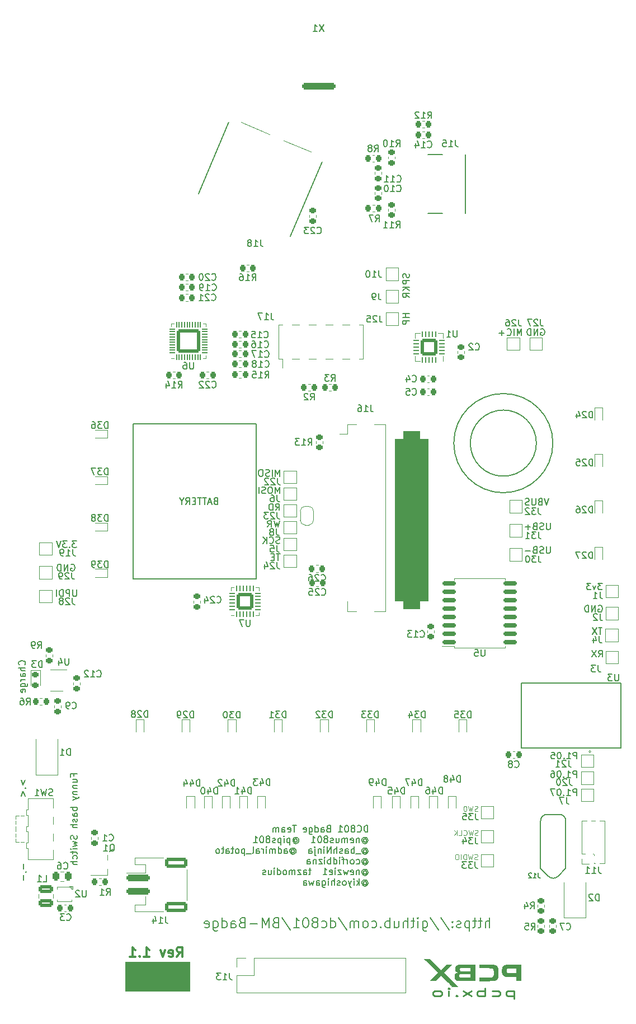
<source format=gbo>
G04 #@! TF.GenerationSoftware,KiCad,Pcbnew,(6.0.5)*
G04 #@! TF.CreationDate,2022-09-11T23:28:05-06:00*
G04 #@! TF.ProjectId,purplewizard,70757270-6c65-4776-997a-6172642e6b69,1.1*
G04 #@! TF.SameCoordinates,Original*
G04 #@! TF.FileFunction,Legend,Bot*
G04 #@! TF.FilePolarity,Positive*
%FSLAX46Y46*%
G04 Gerber Fmt 4.6, Leading zero omitted, Abs format (unit mm)*
G04 Created by KiCad (PCBNEW (6.0.5)) date 2022-09-11 23:28:05*
%MOMM*%
%LPD*%
G01*
G04 APERTURE LIST*
G04 Aperture macros list*
%AMRoundRect*
0 Rectangle with rounded corners*
0 $1 Rounding radius*
0 $2 $3 $4 $5 $6 $7 $8 $9 X,Y pos of 4 corners*
0 Add a 4 corners polygon primitive as box body*
4,1,4,$2,$3,$4,$5,$6,$7,$8,$9,$2,$3,0*
0 Add four circle primitives for the rounded corners*
1,1,$1+$1,$2,$3*
1,1,$1+$1,$4,$5*
1,1,$1+$1,$6,$7*
1,1,$1+$1,$8,$9*
0 Add four rect primitives between the rounded corners*
20,1,$1+$1,$2,$3,$4,$5,0*
20,1,$1+$1,$4,$5,$6,$7,0*
20,1,$1+$1,$6,$7,$8,$9,0*
20,1,$1+$1,$8,$9,$2,$3,0*%
%AMRotRect*
0 Rectangle, with rotation*
0 The origin of the aperture is its center*
0 $1 length*
0 $2 width*
0 $3 Rotation angle, in degrees counterclockwise*
0 Add horizontal line*
21,1,$1,$2,0,0,$3*%
%AMOutline5P*
0 Free polygon, 5 corners , with rotation*
0 The origin of the aperture is its center*
0 number of corners: always 5*
0 $1 to $10 corner X, Y*
0 $11 Rotation angle, in degrees counterclockwise*
0 create outline with 5 corners*
4,1,5,$1,$2,$3,$4,$5,$6,$7,$8,$9,$10,$1,$2,$11*%
%AMOutline6P*
0 Free polygon, 6 corners , with rotation*
0 The origin of the aperture is its center*
0 number of corners: always 6*
0 $1 to $12 corner X, Y*
0 $13 Rotation angle, in degrees counterclockwise*
0 create outline with 6 corners*
4,1,6,$1,$2,$3,$4,$5,$6,$7,$8,$9,$10,$11,$12,$1,$2,$13*%
%AMOutline7P*
0 Free polygon, 7 corners , with rotation*
0 The origin of the aperture is its center*
0 number of corners: always 7*
0 $1 to $14 corner X, Y*
0 $15 Rotation angle, in degrees counterclockwise*
0 create outline with 7 corners*
4,1,7,$1,$2,$3,$4,$5,$6,$7,$8,$9,$10,$11,$12,$13,$14,$1,$2,$15*%
%AMOutline8P*
0 Free polygon, 8 corners , with rotation*
0 The origin of the aperture is its center*
0 number of corners: always 8*
0 $1 to $16 corner X, Y*
0 $17 Rotation angle, in degrees counterclockwise*
0 create outline with 8 corners*
4,1,8,$1,$2,$3,$4,$5,$6,$7,$8,$9,$10,$11,$12,$13,$14,$15,$16,$1,$2,$17*%
%AMFreePoly0*
4,1,12,-0.150000,0.225000,-0.138582,0.282403,-0.106066,0.331066,-0.057403,0.363582,0.000000,0.375000,0.057403,0.363582,0.106066,0.331066,0.138582,0.282403,0.150000,0.225000,0.150000,-0.375000,-0.150000,-0.375000,-0.150000,0.225000,-0.150000,0.225000,$1*%
%AMFreePoly1*
4,1,22,0.500000,-0.750000,0.000000,-0.750000,0.000000,-0.745033,-0.079941,-0.743568,-0.215256,-0.701293,-0.333266,-0.622738,-0.424486,-0.514219,-0.481581,-0.384460,-0.499164,-0.250000,-0.500000,-0.250000,-0.500000,0.250000,-0.499164,0.250000,-0.499963,0.256109,-0.478152,0.396186,-0.417904,0.524511,-0.324060,0.630769,-0.204165,0.706417,-0.067858,0.745374,0.000000,0.744959,0.000000,0.750000,
0.500000,0.750000,0.500000,-0.750000,0.500000,-0.750000,$1*%
%AMFreePoly2*
4,1,20,0.000000,0.744959,0.073905,0.744508,0.209726,0.703889,0.328688,0.626782,0.421226,0.519385,0.479903,0.390333,0.500000,0.250000,0.500000,-0.250000,0.499851,-0.262216,0.476331,-0.402017,0.414519,-0.529596,0.319384,-0.634700,0.198574,-0.708877,0.061801,-0.746166,0.000000,-0.745033,0.000000,-0.750000,-0.500000,-0.750000,-0.500000,0.750000,0.000000,0.750000,0.000000,0.744959,
0.000000,0.744959,$1*%
G04 Aperture macros list end*
%ADD10C,0.150000*%
%ADD11C,0.100000*%
%ADD12C,0.300000*%
%ADD13C,0.200000*%
%ADD14C,0.250000*%
%ADD15C,0.127000*%
%ADD16C,0.120000*%
%ADD17C,0.010000*%
%ADD18C,0.985520*%
%ADD19C,0.988060*%
%ADD20R,0.700000X0.300000*%
%ADD21R,0.700000X1.000000*%
%ADD22O,2.200000X1.100000*%
%ADD23O,2.700000X1.300000*%
%ADD24RoundRect,0.250000X0.850000X-0.375000X0.850000X0.375000X-0.850000X0.375000X-0.850000X-0.375000X0*%
%ADD25Outline5P,-0.850000X0.240000X-0.690000X0.400000X0.850000X0.400000X0.850000X-0.400000X-0.850000X-0.400000X270.000000*%
%ADD26FreePoly0,270.000000*%
%ADD27FreePoly0,90.000000*%
%ADD28R,0.700000X0.600000*%
%ADD29R,0.600000X0.700000*%
%ADD30RotRect,1.010000X1.700000X67.000000*%
%ADD31RotRect,0.520000X1.150000X67.000000*%
%ADD32RotRect,0.520000X0.820000X67.000000*%
%ADD33RotRect,0.570000X1.850000X67.000000*%
%ADD34RotRect,1.550000X0.550000X67.000000*%
%ADD35RotRect,0.700000X0.700000X67.000000*%
%ADD36RotRect,1.300000X0.450000X67.000000*%
%ADD37RotRect,0.570000X1.960000X67.000000*%
%ADD38RotRect,0.520000X1.650000X67.000000*%
%ADD39RotRect,0.570000X1.450000X67.000000*%
%ADD40RotRect,0.640000X0.900000X67.000000*%
%ADD41R,1.500000X1.500000*%
%ADD42RoundRect,0.218750X-0.218750X-0.256250X0.218750X-0.256250X0.218750X0.256250X-0.218750X0.256250X0*%
%ADD43FreePoly1,270.000000*%
%ADD44FreePoly2,270.000000*%
%ADD45RoundRect,0.250000X-2.250000X-0.250000X2.250000X-0.250000X2.250000X0.250000X-2.250000X0.250000X0*%
%ADD46C,1.700000*%
%ADD47O,1.700000X1.700000*%
%ADD48C,1.524000*%
%ADD49C,2.000000*%
%ADD50RoundRect,0.249998X-1.550002X-1.550002X1.550002X-1.550002X1.550002X1.550002X-1.550002X1.550002X0*%
%ADD51RoundRect,0.062500X-0.350000X-0.062500X0.350000X-0.062500X0.350000X0.062500X-0.350000X0.062500X0*%
%ADD52RoundRect,0.062500X-0.062500X-0.350000X0.062500X-0.350000X0.062500X0.350000X-0.062500X0.350000X0*%
%ADD53R,1.300000X0.300000*%
%ADD54R,2.200000X1.800000*%
%ADD55RoundRect,1.250000X-1.250000X-12.250000X1.250000X-12.250000X1.250000X12.250000X-1.250000X12.250000X0*%
%ADD56R,1.800000X2.500000*%
%ADD57RoundRect,0.218750X-0.256250X0.218750X-0.256250X-0.218750X0.256250X-0.218750X0.256250X0.218750X0*%
%ADD58RoundRect,0.218750X0.256250X-0.218750X0.256250X0.218750X-0.256250X0.218750X-0.256250X-0.218750X0*%
%ADD59RoundRect,0.218750X0.218750X0.256250X-0.218750X0.256250X-0.218750X-0.256250X0.218750X-0.256250X0*%
%ADD60C,0.900000*%
%ADD61R,2.500000X1.250000*%
%ADD62RoundRect,0.243750X-0.243750X-0.456250X0.243750X-0.456250X0.243750X0.456250X-0.243750X0.456250X0*%
%ADD63C,1.050000*%
%ADD64C,0.750000*%
%ADD65C,0.784860*%
%ADD66R,1.060000X0.650000*%
%ADD67RoundRect,0.250000X-1.450000X0.500000X-1.450000X-0.500000X1.450000X-0.500000X1.450000X0.500000X0*%
%ADD68RoundRect,0.250000X-1.500000X0.250000X-1.500000X-0.250000X1.500000X-0.250000X1.500000X0.250000X0*%
%ADD69R,1.400000X1.000000*%
%ADD70R,1.000000X1.000000*%
%ADD71O,1.000000X1.000000*%
%ADD72RoundRect,0.062500X0.350000X-0.062500X0.350000X0.062500X-0.350000X0.062500X-0.350000X-0.062500X0*%
%ADD73RoundRect,0.062500X0.062500X-0.350000X0.062500X0.350000X-0.062500X0.350000X-0.062500X-0.350000X0*%
%ADD74RoundRect,0.250000X1.000000X-1.000000X1.000000X1.000000X-1.000000X1.000000X-1.000000X-1.000000X0*%
%ADD75R,0.500000X0.500000*%
%ADD76RoundRect,0.150000X-0.875000X-0.150000X0.875000X-0.150000X0.875000X0.150000X-0.875000X0.150000X0*%
%ADD77RoundRect,0.250000X-1.050000X-1.050000X1.050000X-1.050000X1.050000X1.050000X-1.050000X1.050000X0*%
%ADD78R,1.700000X1.700000*%
%ADD79R,1.000000X3.000000*%
G04 APERTURE END LIST*
D10*
X161597980Y-67357885D02*
X160597980Y-67357885D01*
X161074171Y-67357885D02*
X161074171Y-67929314D01*
X161597980Y-67929314D02*
X160597980Y-67929314D01*
X161597980Y-68405504D02*
X160597980Y-68405504D01*
X160597980Y-68786457D01*
X160645600Y-68881695D01*
X160693219Y-68929314D01*
X160788457Y-68976933D01*
X160931314Y-68976933D01*
X161026552Y-68929314D01*
X161074171Y-68881695D01*
X161121790Y-68786457D01*
X161121790Y-68405504D01*
D11*
G36*
X128335600Y-169793600D02*
G01*
X118655600Y-169793600D01*
X118655600Y-165403600D01*
X128335600Y-165403600D01*
X128335600Y-169793600D01*
G37*
X128335600Y-169793600D02*
X118655600Y-169793600D01*
X118655600Y-165403600D01*
X128335600Y-165403600D01*
X128335600Y-169793600D01*
D12*
X126422742Y-164632171D02*
X126922742Y-163917885D01*
X127279885Y-164632171D02*
X127279885Y-163132171D01*
X126708457Y-163132171D01*
X126565600Y-163203600D01*
X126494171Y-163275028D01*
X126422742Y-163417885D01*
X126422742Y-163632171D01*
X126494171Y-163775028D01*
X126565600Y-163846457D01*
X126708457Y-163917885D01*
X127279885Y-163917885D01*
X125208457Y-164560742D02*
X125351314Y-164632171D01*
X125637028Y-164632171D01*
X125779885Y-164560742D01*
X125851314Y-164417885D01*
X125851314Y-163846457D01*
X125779885Y-163703600D01*
X125637028Y-163632171D01*
X125351314Y-163632171D01*
X125208457Y-163703600D01*
X125137028Y-163846457D01*
X125137028Y-163989314D01*
X125851314Y-164132171D01*
X124637028Y-163632171D02*
X124279885Y-164632171D01*
X123922742Y-163632171D01*
X121422742Y-164632171D02*
X122279885Y-164632171D01*
X121851314Y-164632171D02*
X121851314Y-163132171D01*
X121994171Y-163346457D01*
X122137028Y-163489314D01*
X122279885Y-163560742D01*
X120779885Y-164489314D02*
X120708457Y-164560742D01*
X120779885Y-164632171D01*
X120851314Y-164560742D01*
X120779885Y-164489314D01*
X120779885Y-164632171D01*
X119279885Y-164632171D02*
X120137028Y-164632171D01*
X119708457Y-164632171D02*
X119708457Y-163132171D01*
X119851314Y-163346457D01*
X119994171Y-163489314D01*
X120137028Y-163560742D01*
D10*
X142043695Y-103665980D02*
X141472266Y-103665980D01*
X141757980Y-104665980D02*
X141757980Y-103665980D01*
X141138933Y-104142171D02*
X140805600Y-104142171D01*
X140662742Y-104665980D02*
X141138933Y-104665980D01*
X141138933Y-103665980D01*
X140662742Y-103665980D01*
X142001314Y-102048361D02*
X141858457Y-102095980D01*
X141620361Y-102095980D01*
X141525123Y-102048361D01*
X141477504Y-102000742D01*
X141429885Y-101905504D01*
X141429885Y-101810266D01*
X141477504Y-101715028D01*
X141525123Y-101667409D01*
X141620361Y-101619790D01*
X141810838Y-101572171D01*
X141906076Y-101524552D01*
X141953695Y-101476933D01*
X142001314Y-101381695D01*
X142001314Y-101286457D01*
X141953695Y-101191219D01*
X141906076Y-101143600D01*
X141810838Y-101095980D01*
X141572742Y-101095980D01*
X141429885Y-101143600D01*
X140429885Y-102000742D02*
X140477504Y-102048361D01*
X140620361Y-102095980D01*
X140715600Y-102095980D01*
X140858457Y-102048361D01*
X140953695Y-101953123D01*
X141001314Y-101857885D01*
X141048933Y-101667409D01*
X141048933Y-101524552D01*
X141001314Y-101334076D01*
X140953695Y-101238838D01*
X140858457Y-101143600D01*
X140715600Y-101095980D01*
X140620361Y-101095980D01*
X140477504Y-101143600D01*
X140429885Y-101191219D01*
X140001314Y-102095980D02*
X140001314Y-101095980D01*
X139429885Y-102095980D02*
X139858457Y-101524552D01*
X139429885Y-101095980D02*
X140001314Y-101667409D01*
X141974171Y-98625980D02*
X141736076Y-99625980D01*
X141545600Y-98911695D01*
X141355123Y-99625980D01*
X141117028Y-98625980D01*
X140164647Y-99625980D02*
X140497980Y-99149790D01*
X140736076Y-99625980D02*
X140736076Y-98625980D01*
X140355123Y-98625980D01*
X140259885Y-98673600D01*
X140212266Y-98721219D01*
X140164647Y-98816457D01*
X140164647Y-98959314D01*
X140212266Y-99054552D01*
X140259885Y-99102171D01*
X140355123Y-99149790D01*
X140736076Y-99149790D01*
X141366076Y-97075980D02*
X141699409Y-96599790D01*
X141937504Y-97075980D02*
X141937504Y-96075980D01*
X141556552Y-96075980D01*
X141461314Y-96123600D01*
X141413695Y-96171219D01*
X141366076Y-96266457D01*
X141366076Y-96409314D01*
X141413695Y-96504552D01*
X141461314Y-96552171D01*
X141556552Y-96599790D01*
X141937504Y-96599790D01*
X140937504Y-97075980D02*
X140937504Y-96075980D01*
X140699409Y-96075980D01*
X140556552Y-96123600D01*
X140461314Y-96218838D01*
X140413695Y-96314076D01*
X140366076Y-96504552D01*
X140366076Y-96647409D01*
X140413695Y-96837885D01*
X140461314Y-96933123D01*
X140556552Y-97028361D01*
X140699409Y-97075980D01*
X140937504Y-97075980D01*
X141977028Y-94545980D02*
X141977028Y-93545980D01*
X141643695Y-94260266D01*
X141310361Y-93545980D01*
X141310361Y-94545980D01*
X140643695Y-93545980D02*
X140453219Y-93545980D01*
X140357980Y-93593600D01*
X140262742Y-93688838D01*
X140215123Y-93879314D01*
X140215123Y-94212647D01*
X140262742Y-94403123D01*
X140357980Y-94498361D01*
X140453219Y-94545980D01*
X140643695Y-94545980D01*
X140738933Y-94498361D01*
X140834171Y-94403123D01*
X140881790Y-94212647D01*
X140881790Y-93879314D01*
X140834171Y-93688838D01*
X140738933Y-93593600D01*
X140643695Y-93545980D01*
X139834171Y-94498361D02*
X139691314Y-94545980D01*
X139453219Y-94545980D01*
X139357980Y-94498361D01*
X139310361Y-94450742D01*
X139262742Y-94355504D01*
X139262742Y-94260266D01*
X139310361Y-94165028D01*
X139357980Y-94117409D01*
X139453219Y-94069790D01*
X139643695Y-94022171D01*
X139738933Y-93974552D01*
X139786552Y-93926933D01*
X139834171Y-93831695D01*
X139834171Y-93736457D01*
X139786552Y-93641219D01*
X139738933Y-93593600D01*
X139643695Y-93545980D01*
X139405600Y-93545980D01*
X139262742Y-93593600D01*
X138834171Y-94545980D02*
X138834171Y-93545980D01*
X141997028Y-91925980D02*
X141997028Y-90925980D01*
X141663695Y-91640266D01*
X141330361Y-90925980D01*
X141330361Y-91925980D01*
X140854171Y-91925980D02*
X140854171Y-90925980D01*
X140425600Y-91878361D02*
X140282742Y-91925980D01*
X140044647Y-91925980D01*
X139949409Y-91878361D01*
X139901790Y-91830742D01*
X139854171Y-91735504D01*
X139854171Y-91640266D01*
X139901790Y-91545028D01*
X139949409Y-91497409D01*
X140044647Y-91449790D01*
X140235123Y-91402171D01*
X140330361Y-91354552D01*
X140377980Y-91306933D01*
X140425600Y-91211695D01*
X140425600Y-91116457D01*
X140377980Y-91021219D01*
X140330361Y-90973600D01*
X140235123Y-90925980D01*
X139997028Y-90925980D01*
X139854171Y-90973600D01*
X139235123Y-90925980D02*
X139044647Y-90925980D01*
X138949409Y-90973600D01*
X138854171Y-91068838D01*
X138806552Y-91259314D01*
X138806552Y-91592647D01*
X138854171Y-91783123D01*
X138949409Y-91878361D01*
X139044647Y-91925980D01*
X139235123Y-91925980D01*
X139330361Y-91878361D01*
X139425600Y-91783123D01*
X139473219Y-91592647D01*
X139473219Y-91259314D01*
X139425600Y-91068838D01*
X139330361Y-90973600D01*
X139235123Y-90925980D01*
X132285600Y-95652171D02*
X132142742Y-95699790D01*
X132095123Y-95747409D01*
X132047504Y-95842647D01*
X132047504Y-95985504D01*
X132095123Y-96080742D01*
X132142742Y-96128361D01*
X132237980Y-96175980D01*
X132618933Y-96175980D01*
X132618933Y-95175980D01*
X132285600Y-95175980D01*
X132190361Y-95223600D01*
X132142742Y-95271219D01*
X132095123Y-95366457D01*
X132095123Y-95461695D01*
X132142742Y-95556933D01*
X132190361Y-95604552D01*
X132285600Y-95652171D01*
X132618933Y-95652171D01*
X131666552Y-95890266D02*
X131190361Y-95890266D01*
X131761790Y-96175980D02*
X131428457Y-95175980D01*
X131095123Y-96175980D01*
X130904647Y-95175980D02*
X130333219Y-95175980D01*
X130618933Y-96175980D02*
X130618933Y-95175980D01*
X130142742Y-95175980D02*
X129571314Y-95175980D01*
X129857028Y-96175980D02*
X129857028Y-95175980D01*
X129237980Y-95652171D02*
X128904647Y-95652171D01*
X128761790Y-96175980D02*
X129237980Y-96175980D01*
X129237980Y-95175980D01*
X128761790Y-95175980D01*
X127761790Y-96175980D02*
X128095123Y-95699790D01*
X128333219Y-96175980D02*
X128333219Y-95175980D01*
X127952266Y-95175980D01*
X127857028Y-95223600D01*
X127809409Y-95271219D01*
X127761790Y-95366457D01*
X127761790Y-95509314D01*
X127809409Y-95604552D01*
X127857028Y-95652171D01*
X127952266Y-95699790D01*
X128333219Y-95699790D01*
X127142742Y-95699790D02*
X127142742Y-96175980D01*
X127476076Y-95175980D02*
X127142742Y-95699790D01*
X126809409Y-95175980D01*
X138415600Y-107463600D02*
X138415600Y-84013600D01*
X119765600Y-107463600D02*
X138415600Y-107463600D01*
X119765600Y-84013600D02*
X119765600Y-107463600D01*
X138415600Y-84013600D02*
X119765600Y-84013600D01*
D11*
X171952266Y-142567409D02*
X171837980Y-142605504D01*
X171647504Y-142605504D01*
X171571314Y-142567409D01*
X171533219Y-142529314D01*
X171495123Y-142453123D01*
X171495123Y-142376933D01*
X171533219Y-142300742D01*
X171571314Y-142262647D01*
X171647504Y-142224552D01*
X171799885Y-142186457D01*
X171876076Y-142148361D01*
X171914171Y-142110266D01*
X171952266Y-142034076D01*
X171952266Y-141957885D01*
X171914171Y-141881695D01*
X171876076Y-141843600D01*
X171799885Y-141805504D01*
X171609409Y-141805504D01*
X171495123Y-141843600D01*
X171228457Y-141805504D02*
X171037980Y-142605504D01*
X170885600Y-142034076D01*
X170733219Y-142605504D01*
X170542742Y-141805504D01*
X170085600Y-141805504D02*
X170009409Y-141805504D01*
X169933219Y-141843600D01*
X169895123Y-141881695D01*
X169857028Y-141957885D01*
X169818933Y-142110266D01*
X169818933Y-142300742D01*
X169857028Y-142453123D01*
X169895123Y-142529314D01*
X169933219Y-142567409D01*
X170009409Y-142605504D01*
X170085600Y-142605504D01*
X170161790Y-142567409D01*
X170199885Y-142529314D01*
X170237980Y-142453123D01*
X170276076Y-142300742D01*
X170276076Y-142110266D01*
X170237980Y-141957885D01*
X170199885Y-141881695D01*
X170161790Y-141843600D01*
X170085600Y-141805504D01*
X171985123Y-146197409D02*
X171870838Y-146235504D01*
X171680361Y-146235504D01*
X171604171Y-146197409D01*
X171566076Y-146159314D01*
X171527980Y-146083123D01*
X171527980Y-146006933D01*
X171566076Y-145930742D01*
X171604171Y-145892647D01*
X171680361Y-145854552D01*
X171832742Y-145816457D01*
X171908933Y-145778361D01*
X171947028Y-145740266D01*
X171985123Y-145664076D01*
X171985123Y-145587885D01*
X171947028Y-145511695D01*
X171908933Y-145473600D01*
X171832742Y-145435504D01*
X171642266Y-145435504D01*
X171527980Y-145473600D01*
X171261314Y-145435504D02*
X171070838Y-146235504D01*
X170918457Y-145664076D01*
X170766076Y-146235504D01*
X170575600Y-145435504D01*
X169813695Y-146159314D02*
X169851790Y-146197409D01*
X169966076Y-146235504D01*
X170042266Y-146235504D01*
X170156552Y-146197409D01*
X170232742Y-146121219D01*
X170270838Y-146045028D01*
X170308933Y-145892647D01*
X170308933Y-145778361D01*
X170270838Y-145625980D01*
X170232742Y-145549790D01*
X170156552Y-145473600D01*
X170042266Y-145435504D01*
X169966076Y-145435504D01*
X169851790Y-145473600D01*
X169813695Y-145511695D01*
X169089885Y-146235504D02*
X169470838Y-146235504D01*
X169470838Y-145435504D01*
X168823219Y-146235504D02*
X168823219Y-145435504D01*
X168366076Y-146235504D02*
X168708933Y-145778361D01*
X168366076Y-145435504D02*
X168823219Y-145892647D01*
X171940838Y-149877409D02*
X171826552Y-149915504D01*
X171636076Y-149915504D01*
X171559885Y-149877409D01*
X171521790Y-149839314D01*
X171483695Y-149763123D01*
X171483695Y-149686933D01*
X171521790Y-149610742D01*
X171559885Y-149572647D01*
X171636076Y-149534552D01*
X171788457Y-149496457D01*
X171864647Y-149458361D01*
X171902742Y-149420266D01*
X171940838Y-149344076D01*
X171940838Y-149267885D01*
X171902742Y-149191695D01*
X171864647Y-149153600D01*
X171788457Y-149115504D01*
X171597980Y-149115504D01*
X171483695Y-149153600D01*
X171217028Y-149115504D02*
X171026552Y-149915504D01*
X170874171Y-149344076D01*
X170721790Y-149915504D01*
X170531314Y-149115504D01*
X170226552Y-149915504D02*
X170226552Y-149115504D01*
X170036076Y-149115504D01*
X169921790Y-149153600D01*
X169845600Y-149229790D01*
X169807504Y-149305980D01*
X169769409Y-149458361D01*
X169769409Y-149572647D01*
X169807504Y-149725028D01*
X169845600Y-149801219D01*
X169921790Y-149877409D01*
X170036076Y-149915504D01*
X170226552Y-149915504D01*
X169426552Y-149915504D02*
X169426552Y-149115504D01*
X168893219Y-149115504D02*
X168740838Y-149115504D01*
X168664647Y-149153600D01*
X168588457Y-149229790D01*
X168550361Y-149382171D01*
X168550361Y-149648838D01*
X168588457Y-149801219D01*
X168664647Y-149877409D01*
X168740838Y-149915504D01*
X168893219Y-149915504D01*
X168969409Y-149877409D01*
X169045600Y-149801219D01*
X169083695Y-149648838D01*
X169083695Y-149382171D01*
X169045600Y-149229790D01*
X168969409Y-149153600D01*
X168893219Y-149115504D01*
D10*
X155310004Y-145740980D02*
X155310004Y-144740980D01*
X155071909Y-144740980D01*
X154929052Y-144788600D01*
X154833814Y-144883838D01*
X154786195Y-144979076D01*
X154738576Y-145169552D01*
X154738576Y-145312409D01*
X154786195Y-145502885D01*
X154833814Y-145598123D01*
X154929052Y-145693361D01*
X155071909Y-145740980D01*
X155310004Y-145740980D01*
X153738576Y-145645742D02*
X153786195Y-145693361D01*
X153929052Y-145740980D01*
X154024290Y-145740980D01*
X154167147Y-145693361D01*
X154262385Y-145598123D01*
X154310004Y-145502885D01*
X154357623Y-145312409D01*
X154357623Y-145169552D01*
X154310004Y-144979076D01*
X154262385Y-144883838D01*
X154167147Y-144788600D01*
X154024290Y-144740980D01*
X153929052Y-144740980D01*
X153786195Y-144788600D01*
X153738576Y-144836219D01*
X153167147Y-145169552D02*
X153262385Y-145121933D01*
X153310004Y-145074314D01*
X153357623Y-144979076D01*
X153357623Y-144931457D01*
X153310004Y-144836219D01*
X153262385Y-144788600D01*
X153167147Y-144740980D01*
X152976671Y-144740980D01*
X152881433Y-144788600D01*
X152833814Y-144836219D01*
X152786195Y-144931457D01*
X152786195Y-144979076D01*
X152833814Y-145074314D01*
X152881433Y-145121933D01*
X152976671Y-145169552D01*
X153167147Y-145169552D01*
X153262385Y-145217171D01*
X153310004Y-145264790D01*
X153357623Y-145360028D01*
X153357623Y-145550504D01*
X153310004Y-145645742D01*
X153262385Y-145693361D01*
X153167147Y-145740980D01*
X152976671Y-145740980D01*
X152881433Y-145693361D01*
X152833814Y-145645742D01*
X152786195Y-145550504D01*
X152786195Y-145360028D01*
X152833814Y-145264790D01*
X152881433Y-145217171D01*
X152976671Y-145169552D01*
X152167147Y-144740980D02*
X152071909Y-144740980D01*
X151976671Y-144788600D01*
X151929052Y-144836219D01*
X151881433Y-144931457D01*
X151833814Y-145121933D01*
X151833814Y-145360028D01*
X151881433Y-145550504D01*
X151929052Y-145645742D01*
X151976671Y-145693361D01*
X152071909Y-145740980D01*
X152167147Y-145740980D01*
X152262385Y-145693361D01*
X152310004Y-145645742D01*
X152357623Y-145550504D01*
X152405242Y-145360028D01*
X152405242Y-145121933D01*
X152357623Y-144931457D01*
X152310004Y-144836219D01*
X152262385Y-144788600D01*
X152167147Y-144740980D01*
X150881433Y-145740980D02*
X151452861Y-145740980D01*
X151167147Y-145740980D02*
X151167147Y-144740980D01*
X151262385Y-144883838D01*
X151357623Y-144979076D01*
X151452861Y-145026695D01*
X149357623Y-145217171D02*
X149214766Y-145264790D01*
X149167147Y-145312409D01*
X149119528Y-145407647D01*
X149119528Y-145550504D01*
X149167147Y-145645742D01*
X149214766Y-145693361D01*
X149310004Y-145740980D01*
X149690957Y-145740980D01*
X149690957Y-144740980D01*
X149357623Y-144740980D01*
X149262385Y-144788600D01*
X149214766Y-144836219D01*
X149167147Y-144931457D01*
X149167147Y-145026695D01*
X149214766Y-145121933D01*
X149262385Y-145169552D01*
X149357623Y-145217171D01*
X149690957Y-145217171D01*
X148262385Y-145740980D02*
X148262385Y-145217171D01*
X148310004Y-145121933D01*
X148405242Y-145074314D01*
X148595719Y-145074314D01*
X148690957Y-145121933D01*
X148262385Y-145693361D02*
X148357623Y-145740980D01*
X148595719Y-145740980D01*
X148690957Y-145693361D01*
X148738576Y-145598123D01*
X148738576Y-145502885D01*
X148690957Y-145407647D01*
X148595719Y-145360028D01*
X148357623Y-145360028D01*
X148262385Y-145312409D01*
X147357623Y-145740980D02*
X147357623Y-144740980D01*
X147357623Y-145693361D02*
X147452861Y-145740980D01*
X147643338Y-145740980D01*
X147738576Y-145693361D01*
X147786195Y-145645742D01*
X147833814Y-145550504D01*
X147833814Y-145264790D01*
X147786195Y-145169552D01*
X147738576Y-145121933D01*
X147643338Y-145074314D01*
X147452861Y-145074314D01*
X147357623Y-145121933D01*
X146452861Y-145074314D02*
X146452861Y-145883838D01*
X146500480Y-145979076D01*
X146548100Y-146026695D01*
X146643338Y-146074314D01*
X146786195Y-146074314D01*
X146881433Y-146026695D01*
X146452861Y-145693361D02*
X146548100Y-145740980D01*
X146738576Y-145740980D01*
X146833814Y-145693361D01*
X146881433Y-145645742D01*
X146929052Y-145550504D01*
X146929052Y-145264790D01*
X146881433Y-145169552D01*
X146833814Y-145121933D01*
X146738576Y-145074314D01*
X146548100Y-145074314D01*
X146452861Y-145121933D01*
X145595719Y-145693361D02*
X145690957Y-145740980D01*
X145881433Y-145740980D01*
X145976671Y-145693361D01*
X146024290Y-145598123D01*
X146024290Y-145217171D01*
X145976671Y-145121933D01*
X145881433Y-145074314D01*
X145690957Y-145074314D01*
X145595719Y-145121933D01*
X145548100Y-145217171D01*
X145548100Y-145312409D01*
X146024290Y-145407647D01*
X144500480Y-144740980D02*
X143929052Y-144740980D01*
X144214766Y-145740980D02*
X144214766Y-144740980D01*
X143214766Y-145693361D02*
X143310004Y-145740980D01*
X143500480Y-145740980D01*
X143595719Y-145693361D01*
X143643338Y-145598123D01*
X143643338Y-145217171D01*
X143595719Y-145121933D01*
X143500480Y-145074314D01*
X143310004Y-145074314D01*
X143214766Y-145121933D01*
X143167147Y-145217171D01*
X143167147Y-145312409D01*
X143643338Y-145407647D01*
X142310004Y-145740980D02*
X142310004Y-145217171D01*
X142357623Y-145121933D01*
X142452861Y-145074314D01*
X142643338Y-145074314D01*
X142738576Y-145121933D01*
X142310004Y-145693361D02*
X142405242Y-145740980D01*
X142643338Y-145740980D01*
X142738576Y-145693361D01*
X142786195Y-145598123D01*
X142786195Y-145502885D01*
X142738576Y-145407647D01*
X142643338Y-145360028D01*
X142405242Y-145360028D01*
X142310004Y-145312409D01*
X141833814Y-145740980D02*
X141833814Y-145074314D01*
X141833814Y-145169552D02*
X141786195Y-145121933D01*
X141690957Y-145074314D01*
X141548100Y-145074314D01*
X141452861Y-145121933D01*
X141405242Y-145217171D01*
X141405242Y-145740980D01*
X141405242Y-145217171D02*
X141357623Y-145121933D01*
X141262385Y-145074314D01*
X141119528Y-145074314D01*
X141024290Y-145121933D01*
X140976671Y-145217171D01*
X140976671Y-145740980D01*
X154690957Y-146874790D02*
X154738576Y-146827171D01*
X154833814Y-146779552D01*
X154929052Y-146779552D01*
X155024290Y-146827171D01*
X155071909Y-146874790D01*
X155119528Y-146970028D01*
X155119528Y-147065266D01*
X155071909Y-147160504D01*
X155024290Y-147208123D01*
X154929052Y-147255742D01*
X154833814Y-147255742D01*
X154738576Y-147208123D01*
X154690957Y-147160504D01*
X154690957Y-146779552D02*
X154690957Y-147160504D01*
X154643338Y-147208123D01*
X154595719Y-147208123D01*
X154500480Y-147160504D01*
X154452861Y-147065266D01*
X154452861Y-146827171D01*
X154548100Y-146684314D01*
X154690957Y-146589076D01*
X154881433Y-146541457D01*
X155071909Y-146589076D01*
X155214766Y-146684314D01*
X155310004Y-146827171D01*
X155357623Y-147017647D01*
X155310004Y-147208123D01*
X155214766Y-147350980D01*
X155071909Y-147446219D01*
X154881433Y-147493838D01*
X154690957Y-147446219D01*
X154548100Y-147350980D01*
X154024290Y-146684314D02*
X154024290Y-147350980D01*
X154024290Y-146779552D02*
X153976671Y-146731933D01*
X153881433Y-146684314D01*
X153738576Y-146684314D01*
X153643338Y-146731933D01*
X153595719Y-146827171D01*
X153595719Y-147350980D01*
X152738576Y-147303361D02*
X152833814Y-147350980D01*
X153024290Y-147350980D01*
X153119528Y-147303361D01*
X153167147Y-147208123D01*
X153167147Y-146827171D01*
X153119528Y-146731933D01*
X153024290Y-146684314D01*
X152833814Y-146684314D01*
X152738576Y-146731933D01*
X152690957Y-146827171D01*
X152690957Y-146922409D01*
X153167147Y-147017647D01*
X152262385Y-147350980D02*
X152262385Y-146684314D01*
X152262385Y-146779552D02*
X152214766Y-146731933D01*
X152119528Y-146684314D01*
X151976671Y-146684314D01*
X151881433Y-146731933D01*
X151833814Y-146827171D01*
X151833814Y-147350980D01*
X151833814Y-146827171D02*
X151786195Y-146731933D01*
X151690957Y-146684314D01*
X151548100Y-146684314D01*
X151452861Y-146731933D01*
X151405242Y-146827171D01*
X151405242Y-147350980D01*
X150500480Y-146684314D02*
X150500480Y-147350980D01*
X150929052Y-146684314D02*
X150929052Y-147208123D01*
X150881433Y-147303361D01*
X150786195Y-147350980D01*
X150643338Y-147350980D01*
X150548100Y-147303361D01*
X150500480Y-147255742D01*
X150071909Y-147303361D02*
X149976671Y-147350980D01*
X149786195Y-147350980D01*
X149690957Y-147303361D01*
X149643338Y-147208123D01*
X149643338Y-147160504D01*
X149690957Y-147065266D01*
X149786195Y-147017647D01*
X149929052Y-147017647D01*
X150024290Y-146970028D01*
X150071909Y-146874790D01*
X150071909Y-146827171D01*
X150024290Y-146731933D01*
X149929052Y-146684314D01*
X149786195Y-146684314D01*
X149690957Y-146731933D01*
X149071909Y-146779552D02*
X149167147Y-146731933D01*
X149214766Y-146684314D01*
X149262385Y-146589076D01*
X149262385Y-146541457D01*
X149214766Y-146446219D01*
X149167147Y-146398600D01*
X149071909Y-146350980D01*
X148881433Y-146350980D01*
X148786195Y-146398600D01*
X148738576Y-146446219D01*
X148690957Y-146541457D01*
X148690957Y-146589076D01*
X148738576Y-146684314D01*
X148786195Y-146731933D01*
X148881433Y-146779552D01*
X149071909Y-146779552D01*
X149167147Y-146827171D01*
X149214766Y-146874790D01*
X149262385Y-146970028D01*
X149262385Y-147160504D01*
X149214766Y-147255742D01*
X149167147Y-147303361D01*
X149071909Y-147350980D01*
X148881433Y-147350980D01*
X148786195Y-147303361D01*
X148738576Y-147255742D01*
X148690957Y-147160504D01*
X148690957Y-146970028D01*
X148738576Y-146874790D01*
X148786195Y-146827171D01*
X148881433Y-146779552D01*
X148071909Y-146350980D02*
X147976671Y-146350980D01*
X147881433Y-146398600D01*
X147833814Y-146446219D01*
X147786195Y-146541457D01*
X147738576Y-146731933D01*
X147738576Y-146970028D01*
X147786195Y-147160504D01*
X147833814Y-147255742D01*
X147881433Y-147303361D01*
X147976671Y-147350980D01*
X148071909Y-147350980D01*
X148167147Y-147303361D01*
X148214766Y-147255742D01*
X148262385Y-147160504D01*
X148310004Y-146970028D01*
X148310004Y-146731933D01*
X148262385Y-146541457D01*
X148214766Y-146446219D01*
X148167147Y-146398600D01*
X148071909Y-146350980D01*
X146786195Y-147350980D02*
X147357623Y-147350980D01*
X147071909Y-147350980D02*
X147071909Y-146350980D01*
X147167147Y-146493838D01*
X147262385Y-146589076D01*
X147357623Y-146636695D01*
X144214766Y-146874790D02*
X144262385Y-146827171D01*
X144357623Y-146779552D01*
X144452861Y-146779552D01*
X144548100Y-146827171D01*
X144595719Y-146874790D01*
X144643338Y-146970028D01*
X144643338Y-147065266D01*
X144595719Y-147160504D01*
X144548100Y-147208123D01*
X144452861Y-147255742D01*
X144357623Y-147255742D01*
X144262385Y-147208123D01*
X144214766Y-147160504D01*
X144214766Y-146779552D02*
X144214766Y-147160504D01*
X144167147Y-147208123D01*
X144119528Y-147208123D01*
X144024290Y-147160504D01*
X143976671Y-147065266D01*
X143976671Y-146827171D01*
X144071909Y-146684314D01*
X144214766Y-146589076D01*
X144405242Y-146541457D01*
X144595719Y-146589076D01*
X144738576Y-146684314D01*
X144833814Y-146827171D01*
X144881433Y-147017647D01*
X144833814Y-147208123D01*
X144738576Y-147350980D01*
X144595719Y-147446219D01*
X144405242Y-147493838D01*
X144214766Y-147446219D01*
X144071909Y-147350980D01*
X143548100Y-146684314D02*
X143548100Y-147684314D01*
X143548100Y-146731933D02*
X143452861Y-146684314D01*
X143262385Y-146684314D01*
X143167147Y-146731933D01*
X143119528Y-146779552D01*
X143071909Y-146874790D01*
X143071909Y-147160504D01*
X143119528Y-147255742D01*
X143167147Y-147303361D01*
X143262385Y-147350980D01*
X143452861Y-147350980D01*
X143548100Y-147303361D01*
X142643338Y-147350980D02*
X142643338Y-146684314D01*
X142643338Y-146350980D02*
X142690957Y-146398600D01*
X142643338Y-146446219D01*
X142595719Y-146398600D01*
X142643338Y-146350980D01*
X142643338Y-146446219D01*
X142167147Y-146684314D02*
X142167147Y-147684314D01*
X142167147Y-146731933D02*
X142071909Y-146684314D01*
X141881433Y-146684314D01*
X141786195Y-146731933D01*
X141738576Y-146779552D01*
X141690957Y-146874790D01*
X141690957Y-147160504D01*
X141738576Y-147255742D01*
X141786195Y-147303361D01*
X141881433Y-147350980D01*
X142071909Y-147350980D01*
X142167147Y-147303361D01*
X141310004Y-147303361D02*
X141214766Y-147350980D01*
X141024290Y-147350980D01*
X140929052Y-147303361D01*
X140881433Y-147208123D01*
X140881433Y-147160504D01*
X140929052Y-147065266D01*
X141024290Y-147017647D01*
X141167147Y-147017647D01*
X141262385Y-146970028D01*
X141310004Y-146874790D01*
X141310004Y-146827171D01*
X141262385Y-146731933D01*
X141167147Y-146684314D01*
X141024290Y-146684314D01*
X140929052Y-146731933D01*
X140310004Y-146779552D02*
X140405242Y-146731933D01*
X140452861Y-146684314D01*
X140500480Y-146589076D01*
X140500480Y-146541457D01*
X140452861Y-146446219D01*
X140405242Y-146398600D01*
X140310004Y-146350980D01*
X140119528Y-146350980D01*
X140024290Y-146398600D01*
X139976671Y-146446219D01*
X139929052Y-146541457D01*
X139929052Y-146589076D01*
X139976671Y-146684314D01*
X140024290Y-146731933D01*
X140119528Y-146779552D01*
X140310004Y-146779552D01*
X140405242Y-146827171D01*
X140452861Y-146874790D01*
X140500480Y-146970028D01*
X140500480Y-147160504D01*
X140452861Y-147255742D01*
X140405242Y-147303361D01*
X140310004Y-147350980D01*
X140119528Y-147350980D01*
X140024290Y-147303361D01*
X139976671Y-147255742D01*
X139929052Y-147160504D01*
X139929052Y-146970028D01*
X139976671Y-146874790D01*
X140024290Y-146827171D01*
X140119528Y-146779552D01*
X139310004Y-146350980D02*
X139214766Y-146350980D01*
X139119528Y-146398600D01*
X139071909Y-146446219D01*
X139024290Y-146541457D01*
X138976671Y-146731933D01*
X138976671Y-146970028D01*
X139024290Y-147160504D01*
X139071909Y-147255742D01*
X139119528Y-147303361D01*
X139214766Y-147350980D01*
X139310004Y-147350980D01*
X139405242Y-147303361D01*
X139452861Y-147255742D01*
X139500480Y-147160504D01*
X139548100Y-146970028D01*
X139548100Y-146731933D01*
X139500480Y-146541457D01*
X139452861Y-146446219D01*
X139405242Y-146398600D01*
X139310004Y-146350980D01*
X138024290Y-147350980D02*
X138595719Y-147350980D01*
X138310004Y-147350980D02*
X138310004Y-146350980D01*
X138405242Y-146493838D01*
X138500480Y-146589076D01*
X138595719Y-146636695D01*
X154690957Y-148484790D02*
X154738576Y-148437171D01*
X154833814Y-148389552D01*
X154929052Y-148389552D01*
X155024290Y-148437171D01*
X155071909Y-148484790D01*
X155119528Y-148580028D01*
X155119528Y-148675266D01*
X155071909Y-148770504D01*
X155024290Y-148818123D01*
X154929052Y-148865742D01*
X154833814Y-148865742D01*
X154738576Y-148818123D01*
X154690957Y-148770504D01*
X154690957Y-148389552D02*
X154690957Y-148770504D01*
X154643338Y-148818123D01*
X154595719Y-148818123D01*
X154500480Y-148770504D01*
X154452861Y-148675266D01*
X154452861Y-148437171D01*
X154548100Y-148294314D01*
X154690957Y-148199076D01*
X154881433Y-148151457D01*
X155071909Y-148199076D01*
X155214766Y-148294314D01*
X155310004Y-148437171D01*
X155357623Y-148627647D01*
X155310004Y-148818123D01*
X155214766Y-148960980D01*
X155071909Y-149056219D01*
X154881433Y-149103838D01*
X154690957Y-149056219D01*
X154548100Y-148960980D01*
X154262385Y-149056219D02*
X153500480Y-149056219D01*
X153262385Y-148960980D02*
X153262385Y-147960980D01*
X153262385Y-148341933D02*
X153167147Y-148294314D01*
X152976671Y-148294314D01*
X152881433Y-148341933D01*
X152833814Y-148389552D01*
X152786195Y-148484790D01*
X152786195Y-148770504D01*
X152833814Y-148865742D01*
X152881433Y-148913361D01*
X152976671Y-148960980D01*
X153167147Y-148960980D01*
X153262385Y-148913361D01*
X151929052Y-148960980D02*
X151929052Y-148437171D01*
X151976671Y-148341933D01*
X152071909Y-148294314D01*
X152262385Y-148294314D01*
X152357623Y-148341933D01*
X151929052Y-148913361D02*
X152024290Y-148960980D01*
X152262385Y-148960980D01*
X152357623Y-148913361D01*
X152405242Y-148818123D01*
X152405242Y-148722885D01*
X152357623Y-148627647D01*
X152262385Y-148580028D01*
X152024290Y-148580028D01*
X151929052Y-148532409D01*
X151500480Y-148913361D02*
X151405242Y-148960980D01*
X151214766Y-148960980D01*
X151119528Y-148913361D01*
X151071909Y-148818123D01*
X151071909Y-148770504D01*
X151119528Y-148675266D01*
X151214766Y-148627647D01*
X151357623Y-148627647D01*
X151452861Y-148580028D01*
X151500480Y-148484790D01*
X151500480Y-148437171D01*
X151452861Y-148341933D01*
X151357623Y-148294314D01*
X151214766Y-148294314D01*
X151119528Y-148341933D01*
X150643338Y-148960980D02*
X150643338Y-147960980D01*
X150214766Y-148960980D02*
X150214766Y-148437171D01*
X150262385Y-148341933D01*
X150357623Y-148294314D01*
X150500480Y-148294314D01*
X150595719Y-148341933D01*
X150643338Y-148389552D01*
X149738576Y-148960980D02*
X149738576Y-147960980D01*
X149167147Y-148960980D01*
X149167147Y-147960980D01*
X148690957Y-148960980D02*
X148690957Y-148294314D01*
X148690957Y-147960980D02*
X148738576Y-148008600D01*
X148690957Y-148056219D01*
X148643338Y-148008600D01*
X148690957Y-147960980D01*
X148690957Y-148056219D01*
X148214766Y-148294314D02*
X148214766Y-148960980D01*
X148214766Y-148389552D02*
X148167147Y-148341933D01*
X148071909Y-148294314D01*
X147929052Y-148294314D01*
X147833814Y-148341933D01*
X147786195Y-148437171D01*
X147786195Y-148960980D01*
X147310004Y-148294314D02*
X147310004Y-149151457D01*
X147357623Y-149246695D01*
X147452861Y-149294314D01*
X147500480Y-149294314D01*
X147310004Y-147960980D02*
X147357623Y-148008600D01*
X147310004Y-148056219D01*
X147262385Y-148008600D01*
X147310004Y-147960980D01*
X147310004Y-148056219D01*
X146405242Y-148960980D02*
X146405242Y-148437171D01*
X146452861Y-148341933D01*
X146548100Y-148294314D01*
X146738576Y-148294314D01*
X146833814Y-148341933D01*
X146405242Y-148913361D02*
X146500480Y-148960980D01*
X146738576Y-148960980D01*
X146833814Y-148913361D01*
X146881433Y-148818123D01*
X146881433Y-148722885D01*
X146833814Y-148627647D01*
X146738576Y-148580028D01*
X146500480Y-148580028D01*
X146405242Y-148532409D01*
X143786195Y-148484790D02*
X143833814Y-148437171D01*
X143929052Y-148389552D01*
X144024290Y-148389552D01*
X144119528Y-148437171D01*
X144167147Y-148484790D01*
X144214766Y-148580028D01*
X144214766Y-148675266D01*
X144167147Y-148770504D01*
X144119528Y-148818123D01*
X144024290Y-148865742D01*
X143929052Y-148865742D01*
X143833814Y-148818123D01*
X143786195Y-148770504D01*
X143786195Y-148389552D02*
X143786195Y-148770504D01*
X143738576Y-148818123D01*
X143690957Y-148818123D01*
X143595719Y-148770504D01*
X143548100Y-148675266D01*
X143548100Y-148437171D01*
X143643338Y-148294314D01*
X143786195Y-148199076D01*
X143976671Y-148151457D01*
X144167147Y-148199076D01*
X144310004Y-148294314D01*
X144405242Y-148437171D01*
X144452861Y-148627647D01*
X144405242Y-148818123D01*
X144310004Y-148960980D01*
X144167147Y-149056219D01*
X143976671Y-149103838D01*
X143786195Y-149056219D01*
X143643338Y-148960980D01*
X142690957Y-148960980D02*
X142690957Y-148437171D01*
X142738576Y-148341933D01*
X142833814Y-148294314D01*
X143024290Y-148294314D01*
X143119528Y-148341933D01*
X142690957Y-148913361D02*
X142786195Y-148960980D01*
X143024290Y-148960980D01*
X143119528Y-148913361D01*
X143167147Y-148818123D01*
X143167147Y-148722885D01*
X143119528Y-148627647D01*
X143024290Y-148580028D01*
X142786195Y-148580028D01*
X142690957Y-148532409D01*
X141786195Y-148960980D02*
X141786195Y-147960980D01*
X141786195Y-148913361D02*
X141881433Y-148960980D01*
X142071909Y-148960980D01*
X142167147Y-148913361D01*
X142214766Y-148865742D01*
X142262385Y-148770504D01*
X142262385Y-148484790D01*
X142214766Y-148389552D01*
X142167147Y-148341933D01*
X142071909Y-148294314D01*
X141881433Y-148294314D01*
X141786195Y-148341933D01*
X141310004Y-148960980D02*
X141310004Y-148294314D01*
X141310004Y-148389552D02*
X141262385Y-148341933D01*
X141167147Y-148294314D01*
X141024290Y-148294314D01*
X140929052Y-148341933D01*
X140881433Y-148437171D01*
X140881433Y-148960980D01*
X140881433Y-148437171D02*
X140833814Y-148341933D01*
X140738576Y-148294314D01*
X140595719Y-148294314D01*
X140500480Y-148341933D01*
X140452861Y-148437171D01*
X140452861Y-148960980D01*
X139976671Y-148960980D02*
X139976671Y-148294314D01*
X139976671Y-147960980D02*
X140024290Y-148008600D01*
X139976671Y-148056219D01*
X139929052Y-148008600D01*
X139976671Y-147960980D01*
X139976671Y-148056219D01*
X139500480Y-148960980D02*
X139500480Y-148294314D01*
X139500480Y-148484790D02*
X139452861Y-148389552D01*
X139405242Y-148341933D01*
X139310004Y-148294314D01*
X139214766Y-148294314D01*
X138452861Y-148960980D02*
X138452861Y-148437171D01*
X138500480Y-148341933D01*
X138595719Y-148294314D01*
X138786195Y-148294314D01*
X138881433Y-148341933D01*
X138452861Y-148913361D02*
X138548100Y-148960980D01*
X138786195Y-148960980D01*
X138881433Y-148913361D01*
X138929052Y-148818123D01*
X138929052Y-148722885D01*
X138881433Y-148627647D01*
X138786195Y-148580028D01*
X138548100Y-148580028D01*
X138452861Y-148532409D01*
X137833814Y-148960980D02*
X137929052Y-148913361D01*
X137976671Y-148818123D01*
X137976671Y-147960980D01*
X137690957Y-149056219D02*
X136929052Y-149056219D01*
X136690957Y-148294314D02*
X136690957Y-149294314D01*
X136690957Y-148341933D02*
X136595719Y-148294314D01*
X136405242Y-148294314D01*
X136310004Y-148341933D01*
X136262385Y-148389552D01*
X136214766Y-148484790D01*
X136214766Y-148770504D01*
X136262385Y-148865742D01*
X136310004Y-148913361D01*
X136405242Y-148960980D01*
X136595719Y-148960980D01*
X136690957Y-148913361D01*
X135643338Y-148960980D02*
X135738576Y-148913361D01*
X135786195Y-148865742D01*
X135833814Y-148770504D01*
X135833814Y-148484790D01*
X135786195Y-148389552D01*
X135738576Y-148341933D01*
X135643338Y-148294314D01*
X135500480Y-148294314D01*
X135405242Y-148341933D01*
X135357623Y-148389552D01*
X135310004Y-148484790D01*
X135310004Y-148770504D01*
X135357623Y-148865742D01*
X135405242Y-148913361D01*
X135500480Y-148960980D01*
X135643338Y-148960980D01*
X135024290Y-148294314D02*
X134643338Y-148294314D01*
X134881433Y-147960980D02*
X134881433Y-148818123D01*
X134833814Y-148913361D01*
X134738576Y-148960980D01*
X134643338Y-148960980D01*
X133881433Y-148960980D02*
X133881433Y-148437171D01*
X133929052Y-148341933D01*
X134024290Y-148294314D01*
X134214766Y-148294314D01*
X134310004Y-148341933D01*
X133881433Y-148913361D02*
X133976671Y-148960980D01*
X134214766Y-148960980D01*
X134310004Y-148913361D01*
X134357623Y-148818123D01*
X134357623Y-148722885D01*
X134310004Y-148627647D01*
X134214766Y-148580028D01*
X133976671Y-148580028D01*
X133881433Y-148532409D01*
X133548100Y-148294314D02*
X133167147Y-148294314D01*
X133405242Y-147960980D02*
X133405242Y-148818123D01*
X133357623Y-148913361D01*
X133262385Y-148960980D01*
X133167147Y-148960980D01*
X132690957Y-148960980D02*
X132786195Y-148913361D01*
X132833814Y-148865742D01*
X132881433Y-148770504D01*
X132881433Y-148484790D01*
X132833814Y-148389552D01*
X132786195Y-148341933D01*
X132690957Y-148294314D01*
X132548100Y-148294314D01*
X132452861Y-148341933D01*
X132405242Y-148389552D01*
X132357623Y-148484790D01*
X132357623Y-148770504D01*
X132405242Y-148865742D01*
X132452861Y-148913361D01*
X132548100Y-148960980D01*
X132690957Y-148960980D01*
X154690957Y-150094790D02*
X154738576Y-150047171D01*
X154833814Y-149999552D01*
X154929052Y-149999552D01*
X155024290Y-150047171D01*
X155071909Y-150094790D01*
X155119528Y-150190028D01*
X155119528Y-150285266D01*
X155071909Y-150380504D01*
X155024290Y-150428123D01*
X154929052Y-150475742D01*
X154833814Y-150475742D01*
X154738576Y-150428123D01*
X154690957Y-150380504D01*
X154690957Y-149999552D02*
X154690957Y-150380504D01*
X154643338Y-150428123D01*
X154595719Y-150428123D01*
X154500480Y-150380504D01*
X154452861Y-150285266D01*
X154452861Y-150047171D01*
X154548100Y-149904314D01*
X154690957Y-149809076D01*
X154881433Y-149761457D01*
X155071909Y-149809076D01*
X155214766Y-149904314D01*
X155310004Y-150047171D01*
X155357623Y-150237647D01*
X155310004Y-150428123D01*
X155214766Y-150570980D01*
X155071909Y-150666219D01*
X154881433Y-150713838D01*
X154690957Y-150666219D01*
X154548100Y-150570980D01*
X153595719Y-150523361D02*
X153690957Y-150570980D01*
X153881433Y-150570980D01*
X153976671Y-150523361D01*
X154024290Y-150475742D01*
X154071909Y-150380504D01*
X154071909Y-150094790D01*
X154024290Y-149999552D01*
X153976671Y-149951933D01*
X153881433Y-149904314D01*
X153690957Y-149904314D01*
X153595719Y-149951933D01*
X153024290Y-150570980D02*
X153119528Y-150523361D01*
X153167147Y-150475742D01*
X153214766Y-150380504D01*
X153214766Y-150094790D01*
X153167147Y-149999552D01*
X153119528Y-149951933D01*
X153024290Y-149904314D01*
X152881433Y-149904314D01*
X152786195Y-149951933D01*
X152738576Y-149999552D01*
X152690957Y-150094790D01*
X152690957Y-150380504D01*
X152738576Y-150475742D01*
X152786195Y-150523361D01*
X152881433Y-150570980D01*
X153024290Y-150570980D01*
X152262385Y-150570980D02*
X152262385Y-149904314D01*
X152262385Y-150094790D02*
X152214766Y-149999552D01*
X152167147Y-149951933D01*
X152071909Y-149904314D01*
X151976671Y-149904314D01*
X151786195Y-149904314D02*
X151405242Y-149904314D01*
X151643338Y-150570980D02*
X151643338Y-149713838D01*
X151595719Y-149618600D01*
X151500480Y-149570980D01*
X151405242Y-149570980D01*
X151071909Y-150570980D02*
X151071909Y-149904314D01*
X151071909Y-149570980D02*
X151119528Y-149618600D01*
X151071909Y-149666219D01*
X151024290Y-149618600D01*
X151071909Y-149570980D01*
X151071909Y-149666219D01*
X150167147Y-150570980D02*
X150167147Y-149570980D01*
X150167147Y-150523361D02*
X150262385Y-150570980D01*
X150452861Y-150570980D01*
X150548100Y-150523361D01*
X150595719Y-150475742D01*
X150643338Y-150380504D01*
X150643338Y-150094790D01*
X150595719Y-149999552D01*
X150548100Y-149951933D01*
X150452861Y-149904314D01*
X150262385Y-149904314D01*
X150167147Y-149951933D01*
X149690957Y-150570980D02*
X149690957Y-149570980D01*
X149690957Y-149951933D02*
X149595719Y-149904314D01*
X149405242Y-149904314D01*
X149310004Y-149951933D01*
X149262385Y-149999552D01*
X149214766Y-150094790D01*
X149214766Y-150380504D01*
X149262385Y-150475742D01*
X149310004Y-150523361D01*
X149405242Y-150570980D01*
X149595719Y-150570980D01*
X149690957Y-150523361D01*
X148786195Y-150570980D02*
X148786195Y-149904314D01*
X148786195Y-149570980D02*
X148833814Y-149618600D01*
X148786195Y-149666219D01*
X148738576Y-149618600D01*
X148786195Y-149570980D01*
X148786195Y-149666219D01*
X148405242Y-149904314D02*
X147881433Y-149904314D01*
X148405242Y-150570980D01*
X147881433Y-150570980D01*
X147500480Y-149904314D02*
X147500480Y-150570980D01*
X147500480Y-149999552D02*
X147452861Y-149951933D01*
X147357623Y-149904314D01*
X147214766Y-149904314D01*
X147119528Y-149951933D01*
X147071909Y-150047171D01*
X147071909Y-150570980D01*
X146167147Y-150570980D02*
X146167147Y-150047171D01*
X146214766Y-149951933D01*
X146310004Y-149904314D01*
X146500480Y-149904314D01*
X146595719Y-149951933D01*
X146167147Y-150523361D02*
X146262385Y-150570980D01*
X146500480Y-150570980D01*
X146595719Y-150523361D01*
X146643338Y-150428123D01*
X146643338Y-150332885D01*
X146595719Y-150237647D01*
X146500480Y-150190028D01*
X146262385Y-150190028D01*
X146167147Y-150142409D01*
X154690957Y-151704790D02*
X154738576Y-151657171D01*
X154833814Y-151609552D01*
X154929052Y-151609552D01*
X155024290Y-151657171D01*
X155071909Y-151704790D01*
X155119528Y-151800028D01*
X155119528Y-151895266D01*
X155071909Y-151990504D01*
X155024290Y-152038123D01*
X154929052Y-152085742D01*
X154833814Y-152085742D01*
X154738576Y-152038123D01*
X154690957Y-151990504D01*
X154690957Y-151609552D02*
X154690957Y-151990504D01*
X154643338Y-152038123D01*
X154595719Y-152038123D01*
X154500480Y-151990504D01*
X154452861Y-151895266D01*
X154452861Y-151657171D01*
X154548100Y-151514314D01*
X154690957Y-151419076D01*
X154881433Y-151371457D01*
X155071909Y-151419076D01*
X155214766Y-151514314D01*
X155310004Y-151657171D01*
X155357623Y-151847647D01*
X155310004Y-152038123D01*
X155214766Y-152180980D01*
X155071909Y-152276219D01*
X154881433Y-152323838D01*
X154690957Y-152276219D01*
X154548100Y-152180980D01*
X154024290Y-151514314D02*
X154024290Y-152180980D01*
X154024290Y-151609552D02*
X153976671Y-151561933D01*
X153881433Y-151514314D01*
X153738576Y-151514314D01*
X153643338Y-151561933D01*
X153595719Y-151657171D01*
X153595719Y-152180980D01*
X152738576Y-152133361D02*
X152833814Y-152180980D01*
X153024290Y-152180980D01*
X153119528Y-152133361D01*
X153167147Y-152038123D01*
X153167147Y-151657171D01*
X153119528Y-151561933D01*
X153024290Y-151514314D01*
X152833814Y-151514314D01*
X152738576Y-151561933D01*
X152690957Y-151657171D01*
X152690957Y-151752409D01*
X153167147Y-151847647D01*
X152357623Y-151514314D02*
X152167147Y-152180980D01*
X151976671Y-151704790D01*
X151786195Y-152180980D01*
X151595719Y-151514314D01*
X151310004Y-151514314D02*
X150786195Y-151514314D01*
X151310004Y-152180980D01*
X150786195Y-152180980D01*
X150405242Y-152180980D02*
X150405242Y-151514314D01*
X150405242Y-151180980D02*
X150452861Y-151228600D01*
X150405242Y-151276219D01*
X150357623Y-151228600D01*
X150405242Y-151180980D01*
X150405242Y-151276219D01*
X149548100Y-152133361D02*
X149643338Y-152180980D01*
X149833814Y-152180980D01*
X149929052Y-152133361D01*
X149976671Y-152038123D01*
X149976671Y-151657171D01*
X149929052Y-151561933D01*
X149833814Y-151514314D01*
X149643338Y-151514314D01*
X149548100Y-151561933D01*
X149500480Y-151657171D01*
X149500480Y-151752409D01*
X149976671Y-151847647D01*
X148548100Y-152180980D02*
X149119528Y-152180980D01*
X148833814Y-152180980D02*
X148833814Y-151180980D01*
X148929052Y-151323838D01*
X149024290Y-151419076D01*
X149119528Y-151466695D01*
X146738576Y-151514314D02*
X146357623Y-151514314D01*
X146595719Y-151180980D02*
X146595719Y-152038123D01*
X146548100Y-152133361D01*
X146452861Y-152180980D01*
X146357623Y-152180980D01*
X145595719Y-152180980D02*
X145595719Y-151657171D01*
X145643338Y-151561933D01*
X145738576Y-151514314D01*
X145929052Y-151514314D01*
X146024290Y-151561933D01*
X145595719Y-152133361D02*
X145690957Y-152180980D01*
X145929052Y-152180980D01*
X146024290Y-152133361D01*
X146071909Y-152038123D01*
X146071909Y-151942885D01*
X146024290Y-151847647D01*
X145929052Y-151800028D01*
X145690957Y-151800028D01*
X145595719Y-151752409D01*
X145214766Y-151514314D02*
X144690957Y-151514314D01*
X145214766Y-152180980D01*
X144690957Y-152180980D01*
X144310004Y-152180980D02*
X144310004Y-151514314D01*
X144310004Y-151609552D02*
X144262385Y-151561933D01*
X144167147Y-151514314D01*
X144024290Y-151514314D01*
X143929052Y-151561933D01*
X143881433Y-151657171D01*
X143881433Y-152180980D01*
X143881433Y-151657171D02*
X143833814Y-151561933D01*
X143738576Y-151514314D01*
X143595719Y-151514314D01*
X143500480Y-151561933D01*
X143452861Y-151657171D01*
X143452861Y-152180980D01*
X142833814Y-152180980D02*
X142929052Y-152133361D01*
X142976671Y-152085742D01*
X143024290Y-151990504D01*
X143024290Y-151704790D01*
X142976671Y-151609552D01*
X142929052Y-151561933D01*
X142833814Y-151514314D01*
X142690957Y-151514314D01*
X142595719Y-151561933D01*
X142548100Y-151609552D01*
X142500480Y-151704790D01*
X142500480Y-151990504D01*
X142548100Y-152085742D01*
X142595719Y-152133361D01*
X142690957Y-152180980D01*
X142833814Y-152180980D01*
X141643338Y-152180980D02*
X141643338Y-151180980D01*
X141643338Y-152133361D02*
X141738576Y-152180980D01*
X141929052Y-152180980D01*
X142024290Y-152133361D01*
X142071909Y-152085742D01*
X142119528Y-151990504D01*
X142119528Y-151704790D01*
X142071909Y-151609552D01*
X142024290Y-151561933D01*
X141929052Y-151514314D01*
X141738576Y-151514314D01*
X141643338Y-151561933D01*
X141167147Y-152180980D02*
X141167147Y-151514314D01*
X141167147Y-151180980D02*
X141214766Y-151228600D01*
X141167147Y-151276219D01*
X141119528Y-151228600D01*
X141167147Y-151180980D01*
X141167147Y-151276219D01*
X140262385Y-151514314D02*
X140262385Y-152180980D01*
X140690957Y-151514314D02*
X140690957Y-152038123D01*
X140643338Y-152133361D01*
X140548100Y-152180980D01*
X140405242Y-152180980D01*
X140310004Y-152133361D01*
X140262385Y-152085742D01*
X139833814Y-152133361D02*
X139738576Y-152180980D01*
X139548100Y-152180980D01*
X139452861Y-152133361D01*
X139405242Y-152038123D01*
X139405242Y-151990504D01*
X139452861Y-151895266D01*
X139548100Y-151847647D01*
X139690957Y-151847647D01*
X139786195Y-151800028D01*
X139833814Y-151704790D01*
X139833814Y-151657171D01*
X139786195Y-151561933D01*
X139690957Y-151514314D01*
X139548100Y-151514314D01*
X139452861Y-151561933D01*
X154690957Y-153314790D02*
X154738576Y-153267171D01*
X154833814Y-153219552D01*
X154929052Y-153219552D01*
X155024290Y-153267171D01*
X155071909Y-153314790D01*
X155119528Y-153410028D01*
X155119528Y-153505266D01*
X155071909Y-153600504D01*
X155024290Y-153648123D01*
X154929052Y-153695742D01*
X154833814Y-153695742D01*
X154738576Y-153648123D01*
X154690957Y-153600504D01*
X154690957Y-153219552D02*
X154690957Y-153600504D01*
X154643338Y-153648123D01*
X154595719Y-153648123D01*
X154500480Y-153600504D01*
X154452861Y-153505266D01*
X154452861Y-153267171D01*
X154548100Y-153124314D01*
X154690957Y-153029076D01*
X154881433Y-152981457D01*
X155071909Y-153029076D01*
X155214766Y-153124314D01*
X155310004Y-153267171D01*
X155357623Y-153457647D01*
X155310004Y-153648123D01*
X155214766Y-153790980D01*
X155071909Y-153886219D01*
X154881433Y-153933838D01*
X154690957Y-153886219D01*
X154548100Y-153790980D01*
X154024290Y-153790980D02*
X154024290Y-152790980D01*
X153929052Y-153410028D02*
X153643338Y-153790980D01*
X153643338Y-153124314D02*
X154024290Y-153505266D01*
X153214766Y-153790980D02*
X153214766Y-153124314D01*
X153214766Y-152790980D02*
X153262385Y-152838600D01*
X153214766Y-152886219D01*
X153167147Y-152838600D01*
X153214766Y-152790980D01*
X153214766Y-152886219D01*
X152833814Y-153124314D02*
X152595719Y-153790980D01*
X152357623Y-153124314D02*
X152595719Y-153790980D01*
X152690957Y-154029076D01*
X152738576Y-154076695D01*
X152833814Y-154124314D01*
X151833814Y-153790980D02*
X151929052Y-153743361D01*
X151976671Y-153695742D01*
X152024290Y-153600504D01*
X152024290Y-153314790D01*
X151976671Y-153219552D01*
X151929052Y-153171933D01*
X151833814Y-153124314D01*
X151690957Y-153124314D01*
X151595719Y-153171933D01*
X151548100Y-153219552D01*
X151500480Y-153314790D01*
X151500480Y-153600504D01*
X151548100Y-153695742D01*
X151595719Y-153743361D01*
X151690957Y-153790980D01*
X151833814Y-153790980D01*
X151119528Y-153743361D02*
X151024290Y-153790980D01*
X150833814Y-153790980D01*
X150738576Y-153743361D01*
X150690957Y-153648123D01*
X150690957Y-153600504D01*
X150738576Y-153505266D01*
X150833814Y-153457647D01*
X150976671Y-153457647D01*
X151071909Y-153410028D01*
X151119528Y-153314790D01*
X151119528Y-153267171D01*
X151071909Y-153171933D01*
X150976671Y-153124314D01*
X150833814Y-153124314D01*
X150738576Y-153171933D01*
X150262385Y-153790980D02*
X150262385Y-152790980D01*
X149833814Y-153790980D02*
X149833814Y-153267171D01*
X149881433Y-153171933D01*
X149976671Y-153124314D01*
X150119528Y-153124314D01*
X150214766Y-153171933D01*
X150262385Y-153219552D01*
X149357623Y-153790980D02*
X149357623Y-153124314D01*
X149357623Y-152790980D02*
X149405242Y-152838600D01*
X149357623Y-152886219D01*
X149310004Y-152838600D01*
X149357623Y-152790980D01*
X149357623Y-152886219D01*
X148452861Y-153124314D02*
X148452861Y-153933838D01*
X148500480Y-154029076D01*
X148548100Y-154076695D01*
X148643338Y-154124314D01*
X148786195Y-154124314D01*
X148881433Y-154076695D01*
X148452861Y-153743361D02*
X148548100Y-153790980D01*
X148738576Y-153790980D01*
X148833814Y-153743361D01*
X148881433Y-153695742D01*
X148929052Y-153600504D01*
X148929052Y-153314790D01*
X148881433Y-153219552D01*
X148833814Y-153171933D01*
X148738576Y-153124314D01*
X148548100Y-153124314D01*
X148452861Y-153171933D01*
X147548100Y-153790980D02*
X147548100Y-153267171D01*
X147595719Y-153171933D01*
X147690957Y-153124314D01*
X147881433Y-153124314D01*
X147976671Y-153171933D01*
X147548100Y-153743361D02*
X147643338Y-153790980D01*
X147881433Y-153790980D01*
X147976671Y-153743361D01*
X148024290Y-153648123D01*
X148024290Y-153552885D01*
X147976671Y-153457647D01*
X147881433Y-153410028D01*
X147643338Y-153410028D01*
X147548100Y-153362409D01*
X147167147Y-153124314D02*
X146976671Y-153790980D01*
X146786195Y-153314790D01*
X146595719Y-153790980D01*
X146405242Y-153124314D01*
X145595719Y-153790980D02*
X145595719Y-153267171D01*
X145643338Y-153171933D01*
X145738576Y-153124314D01*
X145929052Y-153124314D01*
X146024290Y-153171933D01*
X145595719Y-153743361D02*
X145690957Y-153790980D01*
X145929052Y-153790980D01*
X146024290Y-153743361D01*
X146071909Y-153648123D01*
X146071909Y-153552885D01*
X146024290Y-153457647D01*
X145929052Y-153410028D01*
X145690957Y-153410028D01*
X145595719Y-153362409D01*
X110804171Y-137259790D02*
X110804171Y-136926457D01*
X111327980Y-136926457D02*
X110327980Y-136926457D01*
X110327980Y-137402647D01*
X110661314Y-138212171D02*
X111327980Y-138212171D01*
X110661314Y-137783600D02*
X111185123Y-137783600D01*
X111280361Y-137831219D01*
X111327980Y-137926457D01*
X111327980Y-138069314D01*
X111280361Y-138164552D01*
X111232742Y-138212171D01*
X110661314Y-138688361D02*
X111327980Y-138688361D01*
X110756552Y-138688361D02*
X110708933Y-138735980D01*
X110661314Y-138831219D01*
X110661314Y-138974076D01*
X110708933Y-139069314D01*
X110804171Y-139116933D01*
X111327980Y-139116933D01*
X110661314Y-139593123D02*
X111327980Y-139593123D01*
X110756552Y-139593123D02*
X110708933Y-139640742D01*
X110661314Y-139735980D01*
X110661314Y-139878838D01*
X110708933Y-139974076D01*
X110804171Y-140021695D01*
X111327980Y-140021695D01*
X110661314Y-140402647D02*
X111327980Y-140640742D01*
X110661314Y-140878838D02*
X111327980Y-140640742D01*
X111566076Y-140545504D01*
X111613695Y-140497885D01*
X111661314Y-140402647D01*
X111327980Y-142021695D02*
X110327980Y-142021695D01*
X110708933Y-142021695D02*
X110661314Y-142116933D01*
X110661314Y-142307409D01*
X110708933Y-142402647D01*
X110756552Y-142450266D01*
X110851790Y-142497885D01*
X111137504Y-142497885D01*
X111232742Y-142450266D01*
X111280361Y-142402647D01*
X111327980Y-142307409D01*
X111327980Y-142116933D01*
X111280361Y-142021695D01*
X111327980Y-143355028D02*
X110804171Y-143355028D01*
X110708933Y-143307409D01*
X110661314Y-143212171D01*
X110661314Y-143021695D01*
X110708933Y-142926457D01*
X111280361Y-143355028D02*
X111327980Y-143259790D01*
X111327980Y-143021695D01*
X111280361Y-142926457D01*
X111185123Y-142878838D01*
X111089885Y-142878838D01*
X110994647Y-142926457D01*
X110947028Y-143021695D01*
X110947028Y-143259790D01*
X110899409Y-143355028D01*
X111280361Y-143783600D02*
X111327980Y-143878838D01*
X111327980Y-144069314D01*
X111280361Y-144164552D01*
X111185123Y-144212171D01*
X111137504Y-144212171D01*
X111042266Y-144164552D01*
X110994647Y-144069314D01*
X110994647Y-143926457D01*
X110947028Y-143831219D01*
X110851790Y-143783600D01*
X110804171Y-143783600D01*
X110708933Y-143831219D01*
X110661314Y-143926457D01*
X110661314Y-144069314D01*
X110708933Y-144164552D01*
X111327980Y-144640742D02*
X110327980Y-144640742D01*
X111327980Y-145069314D02*
X110804171Y-145069314D01*
X110708933Y-145021695D01*
X110661314Y-144926457D01*
X110661314Y-144783600D01*
X110708933Y-144688361D01*
X110756552Y-144640742D01*
X111280361Y-146259790D02*
X111327980Y-146402647D01*
X111327980Y-146640742D01*
X111280361Y-146735980D01*
X111232742Y-146783600D01*
X111137504Y-146831219D01*
X111042266Y-146831219D01*
X110947028Y-146783600D01*
X110899409Y-146735980D01*
X110851790Y-146640742D01*
X110804171Y-146450266D01*
X110756552Y-146355028D01*
X110708933Y-146307409D01*
X110613695Y-146259790D01*
X110518457Y-146259790D01*
X110423219Y-146307409D01*
X110375600Y-146355028D01*
X110327980Y-146450266D01*
X110327980Y-146688361D01*
X110375600Y-146831219D01*
X110661314Y-147164552D02*
X111327980Y-147355028D01*
X110851790Y-147545504D01*
X111327980Y-147735980D01*
X110661314Y-147926457D01*
X111327980Y-148307409D02*
X110661314Y-148307409D01*
X110327980Y-148307409D02*
X110375600Y-148259790D01*
X110423219Y-148307409D01*
X110375600Y-148355028D01*
X110327980Y-148307409D01*
X110423219Y-148307409D01*
X110661314Y-148640742D02*
X110661314Y-149021695D01*
X110327980Y-148783600D02*
X111185123Y-148783600D01*
X111280361Y-148831219D01*
X111327980Y-148926457D01*
X111327980Y-149021695D01*
X111280361Y-149783600D02*
X111327980Y-149688361D01*
X111327980Y-149497885D01*
X111280361Y-149402647D01*
X111232742Y-149355028D01*
X111137504Y-149307409D01*
X110851790Y-149307409D01*
X110756552Y-149355028D01*
X110708933Y-149402647D01*
X110661314Y-149497885D01*
X110661314Y-149688361D01*
X110708933Y-149783600D01*
X111327980Y-150212171D02*
X110327980Y-150212171D01*
X111327980Y-150640742D02*
X110804171Y-150640742D01*
X110708933Y-150593123D01*
X110661314Y-150497885D01*
X110661314Y-150355028D01*
X110708933Y-150259790D01*
X110756552Y-150212171D01*
D13*
X173777028Y-160212171D02*
X173777028Y-158712171D01*
X173134171Y-160212171D02*
X173134171Y-159426457D01*
X173205600Y-159283600D01*
X173348457Y-159212171D01*
X173562742Y-159212171D01*
X173705600Y-159283600D01*
X173777028Y-159355028D01*
X172634171Y-159212171D02*
X172062742Y-159212171D01*
X172419885Y-158712171D02*
X172419885Y-159997885D01*
X172348457Y-160140742D01*
X172205600Y-160212171D01*
X172062742Y-160212171D01*
X171777028Y-159212171D02*
X171205600Y-159212171D01*
X171562742Y-158712171D02*
X171562742Y-159997885D01*
X171491314Y-160140742D01*
X171348457Y-160212171D01*
X171205600Y-160212171D01*
X170705600Y-159212171D02*
X170705600Y-160712171D01*
X170705600Y-159283600D02*
X170562742Y-159212171D01*
X170277028Y-159212171D01*
X170134171Y-159283600D01*
X170062742Y-159355028D01*
X169991314Y-159497885D01*
X169991314Y-159926457D01*
X170062742Y-160069314D01*
X170134171Y-160140742D01*
X170277028Y-160212171D01*
X170562742Y-160212171D01*
X170705600Y-160140742D01*
X169419885Y-160140742D02*
X169277028Y-160212171D01*
X168991314Y-160212171D01*
X168848457Y-160140742D01*
X168777028Y-159997885D01*
X168777028Y-159926457D01*
X168848457Y-159783600D01*
X168991314Y-159712171D01*
X169205600Y-159712171D01*
X169348457Y-159640742D01*
X169419885Y-159497885D01*
X169419885Y-159426457D01*
X169348457Y-159283600D01*
X169205600Y-159212171D01*
X168991314Y-159212171D01*
X168848457Y-159283600D01*
X168134171Y-160069314D02*
X168062742Y-160140742D01*
X168134171Y-160212171D01*
X168205600Y-160140742D01*
X168134171Y-160069314D01*
X168134171Y-160212171D01*
X168134171Y-159283600D02*
X168062742Y-159355028D01*
X168134171Y-159426457D01*
X168205600Y-159355028D01*
X168134171Y-159283600D01*
X168134171Y-159426457D01*
X166348457Y-158640742D02*
X167634171Y-160569314D01*
X164777028Y-158640742D02*
X166062742Y-160569314D01*
X163634171Y-159212171D02*
X163634171Y-160426457D01*
X163705599Y-160569314D01*
X163777028Y-160640742D01*
X163919885Y-160712171D01*
X164134171Y-160712171D01*
X164277028Y-160640742D01*
X163634171Y-160140742D02*
X163777028Y-160212171D01*
X164062742Y-160212171D01*
X164205600Y-160140742D01*
X164277028Y-160069314D01*
X164348457Y-159926457D01*
X164348457Y-159497885D01*
X164277028Y-159355028D01*
X164205600Y-159283600D01*
X164062742Y-159212171D01*
X163777028Y-159212171D01*
X163634171Y-159283600D01*
X162919885Y-160212171D02*
X162919885Y-159212171D01*
X162919885Y-158712171D02*
X162991314Y-158783600D01*
X162919885Y-158855028D01*
X162848457Y-158783600D01*
X162919885Y-158712171D01*
X162919885Y-158855028D01*
X162419885Y-159212171D02*
X161848457Y-159212171D01*
X162205599Y-158712171D02*
X162205599Y-159997885D01*
X162134171Y-160140742D01*
X161991314Y-160212171D01*
X161848457Y-160212171D01*
X161348457Y-160212171D02*
X161348457Y-158712171D01*
X160705599Y-160212171D02*
X160705599Y-159426457D01*
X160777028Y-159283600D01*
X160919885Y-159212171D01*
X161134171Y-159212171D01*
X161277028Y-159283600D01*
X161348457Y-159355028D01*
X159348457Y-159212171D02*
X159348457Y-160212171D01*
X159991314Y-159212171D02*
X159991314Y-159997885D01*
X159919885Y-160140742D01*
X159777028Y-160212171D01*
X159562742Y-160212171D01*
X159419885Y-160140742D01*
X159348457Y-160069314D01*
X158634171Y-160212171D02*
X158634171Y-158712171D01*
X158634171Y-159283600D02*
X158491314Y-159212171D01*
X158205599Y-159212171D01*
X158062742Y-159283600D01*
X157991314Y-159355028D01*
X157919885Y-159497885D01*
X157919885Y-159926457D01*
X157991314Y-160069314D01*
X158062742Y-160140742D01*
X158205599Y-160212171D01*
X158491314Y-160212171D01*
X158634171Y-160140742D01*
X157277028Y-160069314D02*
X157205599Y-160140742D01*
X157277028Y-160212171D01*
X157348457Y-160140742D01*
X157277028Y-160069314D01*
X157277028Y-160212171D01*
X155919885Y-160140742D02*
X156062742Y-160212171D01*
X156348457Y-160212171D01*
X156491314Y-160140742D01*
X156562742Y-160069314D01*
X156634171Y-159926457D01*
X156634171Y-159497885D01*
X156562742Y-159355028D01*
X156491314Y-159283600D01*
X156348457Y-159212171D01*
X156062742Y-159212171D01*
X155919885Y-159283600D01*
X155062742Y-160212171D02*
X155205599Y-160140742D01*
X155277028Y-160069314D01*
X155348457Y-159926457D01*
X155348457Y-159497885D01*
X155277028Y-159355028D01*
X155205599Y-159283600D01*
X155062742Y-159212171D01*
X154848457Y-159212171D01*
X154705599Y-159283600D01*
X154634171Y-159355028D01*
X154562742Y-159497885D01*
X154562742Y-159926457D01*
X154634171Y-160069314D01*
X154705599Y-160140742D01*
X154848457Y-160212171D01*
X155062742Y-160212171D01*
X153919885Y-160212171D02*
X153919885Y-159212171D01*
X153919885Y-159355028D02*
X153848457Y-159283600D01*
X153705599Y-159212171D01*
X153491314Y-159212171D01*
X153348457Y-159283600D01*
X153277028Y-159426457D01*
X153277028Y-160212171D01*
X153277028Y-159426457D02*
X153205599Y-159283600D01*
X153062742Y-159212171D01*
X152848457Y-159212171D01*
X152705599Y-159283600D01*
X152634171Y-159426457D01*
X152634171Y-160212171D01*
X150848457Y-158640742D02*
X152134171Y-160569314D01*
X149705599Y-160212171D02*
X149705599Y-158712171D01*
X149705599Y-160140742D02*
X149848457Y-160212171D01*
X150134171Y-160212171D01*
X150277028Y-160140742D01*
X150348457Y-160069314D01*
X150419885Y-159926457D01*
X150419885Y-159497885D01*
X150348457Y-159355028D01*
X150277028Y-159283600D01*
X150134171Y-159212171D01*
X149848457Y-159212171D01*
X149705599Y-159283600D01*
X148348457Y-160140742D02*
X148491314Y-160212171D01*
X148777028Y-160212171D01*
X148919885Y-160140742D01*
X148991314Y-160069314D01*
X149062742Y-159926457D01*
X149062742Y-159497885D01*
X148991314Y-159355028D01*
X148919885Y-159283600D01*
X148777028Y-159212171D01*
X148491314Y-159212171D01*
X148348457Y-159283600D01*
X147491314Y-159355028D02*
X147634171Y-159283600D01*
X147705599Y-159212171D01*
X147777028Y-159069314D01*
X147777028Y-158997885D01*
X147705599Y-158855028D01*
X147634171Y-158783600D01*
X147491314Y-158712171D01*
X147205599Y-158712171D01*
X147062742Y-158783600D01*
X146991314Y-158855028D01*
X146919885Y-158997885D01*
X146919885Y-159069314D01*
X146991314Y-159212171D01*
X147062742Y-159283600D01*
X147205599Y-159355028D01*
X147491314Y-159355028D01*
X147634171Y-159426457D01*
X147705599Y-159497885D01*
X147777028Y-159640742D01*
X147777028Y-159926457D01*
X147705599Y-160069314D01*
X147634171Y-160140742D01*
X147491314Y-160212171D01*
X147205599Y-160212171D01*
X147062742Y-160140742D01*
X146991314Y-160069314D01*
X146919885Y-159926457D01*
X146919885Y-159640742D01*
X146991314Y-159497885D01*
X147062742Y-159426457D01*
X147205599Y-159355028D01*
X145991314Y-158712171D02*
X145848457Y-158712171D01*
X145705599Y-158783600D01*
X145634171Y-158855028D01*
X145562742Y-158997885D01*
X145491314Y-159283600D01*
X145491314Y-159640742D01*
X145562742Y-159926457D01*
X145634171Y-160069314D01*
X145705599Y-160140742D01*
X145848457Y-160212171D01*
X145991314Y-160212171D01*
X146134171Y-160140742D01*
X146205599Y-160069314D01*
X146277028Y-159926457D01*
X146348457Y-159640742D01*
X146348457Y-159283600D01*
X146277028Y-158997885D01*
X146205599Y-158855028D01*
X146134171Y-158783600D01*
X145991314Y-158712171D01*
X144062742Y-160212171D02*
X144919885Y-160212171D01*
X144491314Y-160212171D02*
X144491314Y-158712171D01*
X144634171Y-158926457D01*
X144777028Y-159069314D01*
X144919885Y-159140742D01*
X142348457Y-158640742D02*
X143634171Y-160569314D01*
X141348457Y-159426457D02*
X141134171Y-159497885D01*
X141062742Y-159569314D01*
X140991314Y-159712171D01*
X140991314Y-159926457D01*
X141062742Y-160069314D01*
X141134171Y-160140742D01*
X141277028Y-160212171D01*
X141848457Y-160212171D01*
X141848457Y-158712171D01*
X141348457Y-158712171D01*
X141205599Y-158783600D01*
X141134171Y-158855028D01*
X141062742Y-158997885D01*
X141062742Y-159140742D01*
X141134171Y-159283600D01*
X141205599Y-159355028D01*
X141348457Y-159426457D01*
X141848457Y-159426457D01*
X140348457Y-160212171D02*
X140348457Y-158712171D01*
X139848457Y-159783600D01*
X139348457Y-158712171D01*
X139348457Y-160212171D01*
X138634171Y-159640742D02*
X137491314Y-159640742D01*
X136277028Y-159426457D02*
X136062742Y-159497885D01*
X135991314Y-159569314D01*
X135919885Y-159712171D01*
X135919885Y-159926457D01*
X135991314Y-160069314D01*
X136062742Y-160140742D01*
X136205599Y-160212171D01*
X136777028Y-160212171D01*
X136777028Y-158712171D01*
X136277028Y-158712171D01*
X136134171Y-158783600D01*
X136062742Y-158855028D01*
X135991314Y-158997885D01*
X135991314Y-159140742D01*
X136062742Y-159283600D01*
X136134171Y-159355028D01*
X136277028Y-159426457D01*
X136777028Y-159426457D01*
X134634171Y-160212171D02*
X134634171Y-159426457D01*
X134705599Y-159283600D01*
X134848457Y-159212171D01*
X135134171Y-159212171D01*
X135277028Y-159283600D01*
X134634171Y-160140742D02*
X134777028Y-160212171D01*
X135134171Y-160212171D01*
X135277028Y-160140742D01*
X135348457Y-159997885D01*
X135348457Y-159855028D01*
X135277028Y-159712171D01*
X135134171Y-159640742D01*
X134777028Y-159640742D01*
X134634171Y-159569314D01*
X133277028Y-160212171D02*
X133277028Y-158712171D01*
X133277028Y-160140742D02*
X133419885Y-160212171D01*
X133705599Y-160212171D01*
X133848457Y-160140742D01*
X133919885Y-160069314D01*
X133991314Y-159926457D01*
X133991314Y-159497885D01*
X133919885Y-159355028D01*
X133848457Y-159283600D01*
X133705599Y-159212171D01*
X133419885Y-159212171D01*
X133277028Y-159283600D01*
X131919885Y-159212171D02*
X131919885Y-160426457D01*
X131991314Y-160569314D01*
X132062742Y-160640742D01*
X132205599Y-160712171D01*
X132419885Y-160712171D01*
X132562742Y-160640742D01*
X131919885Y-160140742D02*
X132062742Y-160212171D01*
X132348457Y-160212171D01*
X132491314Y-160140742D01*
X132562742Y-160069314D01*
X132634171Y-159926457D01*
X132634171Y-159497885D01*
X132562742Y-159355028D01*
X132491314Y-159283600D01*
X132348457Y-159212171D01*
X132062742Y-159212171D01*
X131919885Y-159283600D01*
X130634171Y-160140742D02*
X130777028Y-160212171D01*
X131062742Y-160212171D01*
X131205599Y-160140742D01*
X131277028Y-159997885D01*
X131277028Y-159426457D01*
X131205599Y-159283600D01*
X131062742Y-159212171D01*
X130777028Y-159212171D01*
X130634171Y-159283600D01*
X130562742Y-159426457D01*
X130562742Y-159569314D01*
X131277028Y-159712171D01*
D10*
X161560361Y-61307885D02*
X161607980Y-61450742D01*
X161607980Y-61688838D01*
X161560361Y-61784076D01*
X161512742Y-61831695D01*
X161417504Y-61879314D01*
X161322266Y-61879314D01*
X161227028Y-61831695D01*
X161179409Y-61784076D01*
X161131790Y-61688838D01*
X161084171Y-61498361D01*
X161036552Y-61403123D01*
X160988933Y-61355504D01*
X160893695Y-61307885D01*
X160798457Y-61307885D01*
X160703219Y-61355504D01*
X160655600Y-61403123D01*
X160607980Y-61498361D01*
X160607980Y-61736457D01*
X160655600Y-61879314D01*
X161607980Y-62307885D02*
X160607980Y-62307885D01*
X160607980Y-62688838D01*
X160655600Y-62784076D01*
X160703219Y-62831695D01*
X160798457Y-62879314D01*
X160941314Y-62879314D01*
X161036552Y-62831695D01*
X161084171Y-62784076D01*
X161131790Y-62688838D01*
X161131790Y-62307885D01*
X161607980Y-63307885D02*
X160607980Y-63307885D01*
X161607980Y-63879314D02*
X161036552Y-63450742D01*
X160607980Y-63879314D02*
X161179409Y-63307885D01*
X161607980Y-64879314D02*
X161131790Y-64545980D01*
X161607980Y-64307885D02*
X160607980Y-64307885D01*
X160607980Y-64688838D01*
X160655600Y-64784076D01*
X160703219Y-64831695D01*
X160798457Y-64879314D01*
X160941314Y-64879314D01*
X161036552Y-64831695D01*
X161084171Y-64784076D01*
X161131790Y-64688838D01*
X161131790Y-64307885D01*
X190247504Y-111513600D02*
X190342742Y-111465980D01*
X190485600Y-111465980D01*
X190628457Y-111513600D01*
X190723695Y-111608838D01*
X190771314Y-111704076D01*
X190818933Y-111894552D01*
X190818933Y-112037409D01*
X190771314Y-112227885D01*
X190723695Y-112323123D01*
X190628457Y-112418361D01*
X190485600Y-112465980D01*
X190390361Y-112465980D01*
X190247504Y-112418361D01*
X190199885Y-112370742D01*
X190199885Y-112037409D01*
X190390361Y-112037409D01*
X189771314Y-112465980D02*
X189771314Y-111465980D01*
X189199885Y-112465980D01*
X189199885Y-111465980D01*
X188723695Y-112465980D02*
X188723695Y-111465980D01*
X188485600Y-111465980D01*
X188342742Y-111513600D01*
X188247504Y-111608838D01*
X188199885Y-111704076D01*
X188152266Y-111894552D01*
X188152266Y-112037409D01*
X188199885Y-112227885D01*
X188247504Y-112323123D01*
X188342742Y-112418361D01*
X188485600Y-112465980D01*
X188723695Y-112465980D01*
X102869074Y-137847224D02*
X103154788Y-138609129D01*
X103440502Y-137847224D01*
X103440502Y-139085320D02*
X103488121Y-139132939D01*
X103535740Y-139085320D01*
X103488121Y-139037700D01*
X103440502Y-139085320D01*
X103535740Y-139085320D01*
X102869074Y-140323415D02*
X103154788Y-139561510D01*
X103440502Y-140323415D01*
X103246228Y-150542144D02*
X103246228Y-151304049D01*
X103531942Y-151780240D02*
X103579561Y-151827859D01*
X103627180Y-151780240D01*
X103579561Y-151732620D01*
X103531942Y-151780240D01*
X103627180Y-151780240D01*
X103246228Y-152256430D02*
X103246228Y-153018335D01*
X103389702Y-120451785D02*
X103437321Y-120404166D01*
X103484940Y-120261309D01*
X103484940Y-120166071D01*
X103437321Y-120023214D01*
X103342083Y-119927976D01*
X103246845Y-119880357D01*
X103056369Y-119832738D01*
X102913512Y-119832738D01*
X102723036Y-119880357D01*
X102627798Y-119927976D01*
X102532560Y-120023214D01*
X102484940Y-120166071D01*
X102484940Y-120261309D01*
X102532560Y-120404166D01*
X102580179Y-120451785D01*
X103484940Y-120880357D02*
X102484940Y-120880357D01*
X103484940Y-121308928D02*
X102961131Y-121308928D01*
X102865893Y-121261309D01*
X102818274Y-121166071D01*
X102818274Y-121023214D01*
X102865893Y-120927976D01*
X102913512Y-120880357D01*
X103484940Y-122213690D02*
X102961131Y-122213690D01*
X102865893Y-122166071D01*
X102818274Y-122070833D01*
X102818274Y-121880357D01*
X102865893Y-121785119D01*
X103437321Y-122213690D02*
X103484940Y-122118452D01*
X103484940Y-121880357D01*
X103437321Y-121785119D01*
X103342083Y-121737500D01*
X103246845Y-121737500D01*
X103151607Y-121785119D01*
X103103988Y-121880357D01*
X103103988Y-122118452D01*
X103056369Y-122213690D01*
X103484940Y-122689880D02*
X102818274Y-122689880D01*
X103008750Y-122689880D02*
X102913512Y-122737500D01*
X102865893Y-122785119D01*
X102818274Y-122880357D01*
X102818274Y-122975595D01*
X102818274Y-123737500D02*
X103627798Y-123737500D01*
X103723036Y-123689880D01*
X103770655Y-123642261D01*
X103818274Y-123547023D01*
X103818274Y-123404166D01*
X103770655Y-123308928D01*
X103437321Y-123737500D02*
X103484940Y-123642261D01*
X103484940Y-123451785D01*
X103437321Y-123356547D01*
X103389702Y-123308928D01*
X103294464Y-123261309D01*
X103008750Y-123261309D01*
X102913512Y-123308928D01*
X102865893Y-123356547D01*
X102818274Y-123451785D01*
X102818274Y-123642261D01*
X102865893Y-123737500D01*
X103437321Y-124594642D02*
X103484940Y-124499404D01*
X103484940Y-124308928D01*
X103437321Y-124213690D01*
X103342083Y-124166071D01*
X102961131Y-124166071D01*
X102865893Y-124213690D01*
X102818274Y-124308928D01*
X102818274Y-124499404D01*
X102865893Y-124594642D01*
X102961131Y-124642261D01*
X103056369Y-124642261D01*
X103151607Y-124166071D01*
X190242266Y-119265980D02*
X190575600Y-118789790D01*
X190813695Y-119265980D02*
X190813695Y-118265980D01*
X190432742Y-118265980D01*
X190337504Y-118313600D01*
X190289885Y-118361219D01*
X190242266Y-118456457D01*
X190242266Y-118599314D01*
X190289885Y-118694552D01*
X190337504Y-118742171D01*
X190432742Y-118789790D01*
X190813695Y-118789790D01*
X189908933Y-118265980D02*
X189242266Y-119265980D01*
X189242266Y-118265980D02*
X189908933Y-119265980D01*
X190796076Y-108105980D02*
X190177028Y-108105980D01*
X190510361Y-108486933D01*
X190367504Y-108486933D01*
X190272266Y-108534552D01*
X190224647Y-108582171D01*
X190177028Y-108677409D01*
X190177028Y-108915504D01*
X190224647Y-109010742D01*
X190272266Y-109058361D01*
X190367504Y-109105980D01*
X190653219Y-109105980D01*
X190748457Y-109058361D01*
X190796076Y-109010742D01*
X189843695Y-108439314D02*
X189605600Y-109105980D01*
X189367504Y-108439314D01*
X189081790Y-108105980D02*
X188462742Y-108105980D01*
X188796076Y-108486933D01*
X188653219Y-108486933D01*
X188557980Y-108534552D01*
X188510361Y-108582171D01*
X188462742Y-108677409D01*
X188462742Y-108915504D01*
X188510361Y-109010742D01*
X188557980Y-109058361D01*
X188653219Y-109105980D01*
X188938933Y-109105980D01*
X189034171Y-109058361D01*
X189081790Y-109010742D01*
X190777504Y-114845980D02*
X190206076Y-114845980D01*
X190491790Y-115845980D02*
X190491790Y-114845980D01*
X189967980Y-114845980D02*
X189301314Y-115845980D01*
X189301314Y-114845980D02*
X189967980Y-115845980D01*
X183335600Y-86923600D02*
G75*
G03*
X183335600Y-86923600I-7500000J0D01*
G01*
X180835600Y-86923600D02*
G75*
G03*
X180835600Y-86923600I-5000000J0D01*
G01*
X168585123Y-41085980D02*
X168585123Y-41800266D01*
X168632742Y-41943123D01*
X168727980Y-42038361D01*
X168870838Y-42085980D01*
X168966076Y-42085980D01*
X167585123Y-42085980D02*
X168156552Y-42085980D01*
X167870838Y-42085980D02*
X167870838Y-41085980D01*
X167966076Y-41228838D01*
X168061314Y-41324076D01*
X168156552Y-41371695D01*
X166680361Y-41085980D02*
X167156552Y-41085980D01*
X167204171Y-41562171D01*
X167156552Y-41514552D01*
X167061314Y-41466933D01*
X166823219Y-41466933D01*
X166727980Y-41514552D01*
X166680361Y-41562171D01*
X166632742Y-41657409D01*
X166632742Y-41895504D01*
X166680361Y-41990742D01*
X166727980Y-42038361D01*
X166823219Y-42085980D01*
X167061314Y-42085980D01*
X167156552Y-42038361D01*
X167204171Y-41990742D01*
X106192266Y-153265980D02*
X106668457Y-153265980D01*
X106668457Y-152265980D01*
X105335123Y-153265980D02*
X105906552Y-153265980D01*
X105620838Y-153265980D02*
X105620838Y-152265980D01*
X105716076Y-152408838D01*
X105811314Y-152504076D01*
X105906552Y-152551695D01*
X112677504Y-154555980D02*
X112677504Y-155365504D01*
X112629885Y-155460742D01*
X112582266Y-155508361D01*
X112487028Y-155555980D01*
X112296552Y-155555980D01*
X112201314Y-155508361D01*
X112153695Y-155460742D01*
X112106076Y-155365504D01*
X112106076Y-154555980D01*
X111677504Y-154651219D02*
X111629885Y-154603600D01*
X111534647Y-154555980D01*
X111296552Y-154555980D01*
X111201314Y-154603600D01*
X111153695Y-154651219D01*
X111106076Y-154746457D01*
X111106076Y-154841695D01*
X111153695Y-154984552D01*
X111725123Y-155555980D01*
X111106076Y-155555980D01*
X158039885Y-138675980D02*
X158039885Y-137675980D01*
X157801790Y-137675980D01*
X157658933Y-137723600D01*
X157563695Y-137818838D01*
X157516076Y-137914076D01*
X157468457Y-138104552D01*
X157468457Y-138247409D01*
X157516076Y-138437885D01*
X157563695Y-138533123D01*
X157658933Y-138628361D01*
X157801790Y-138675980D01*
X158039885Y-138675980D01*
X156611314Y-138009314D02*
X156611314Y-138675980D01*
X156849409Y-137628361D02*
X157087504Y-138342647D01*
X156468457Y-138342647D01*
X156039885Y-138675980D02*
X155849409Y-138675980D01*
X155754171Y-138628361D01*
X155706552Y-138580742D01*
X155611314Y-138437885D01*
X155563695Y-138247409D01*
X155563695Y-137866457D01*
X155611314Y-137771219D01*
X155658933Y-137723600D01*
X155754171Y-137675980D01*
X155944647Y-137675980D01*
X156039885Y-137723600D01*
X156087504Y-137771219D01*
X156135123Y-137866457D01*
X156135123Y-138104552D01*
X156087504Y-138199790D01*
X156039885Y-138247409D01*
X155944647Y-138295028D01*
X155754171Y-138295028D01*
X155658933Y-138247409D01*
X155611314Y-138199790D01*
X155563695Y-138104552D01*
X169329885Y-138175980D02*
X169329885Y-137175980D01*
X169091790Y-137175980D01*
X168948933Y-137223600D01*
X168853695Y-137318838D01*
X168806076Y-137414076D01*
X168758457Y-137604552D01*
X168758457Y-137747409D01*
X168806076Y-137937885D01*
X168853695Y-138033123D01*
X168948933Y-138128361D01*
X169091790Y-138175980D01*
X169329885Y-138175980D01*
X167901314Y-137509314D02*
X167901314Y-138175980D01*
X168139409Y-137128361D02*
X168377504Y-137842647D01*
X167758457Y-137842647D01*
X167234647Y-137604552D02*
X167329885Y-137556933D01*
X167377504Y-137509314D01*
X167425123Y-137414076D01*
X167425123Y-137366457D01*
X167377504Y-137271219D01*
X167329885Y-137223600D01*
X167234647Y-137175980D01*
X167044171Y-137175980D01*
X166948933Y-137223600D01*
X166901314Y-137271219D01*
X166853695Y-137366457D01*
X166853695Y-137414076D01*
X166901314Y-137509314D01*
X166948933Y-137556933D01*
X167044171Y-137604552D01*
X167234647Y-137604552D01*
X167329885Y-137652171D01*
X167377504Y-137699790D01*
X167425123Y-137795028D01*
X167425123Y-137985504D01*
X167377504Y-138080742D01*
X167329885Y-138128361D01*
X167234647Y-138175980D01*
X167044171Y-138175980D01*
X166948933Y-138128361D01*
X166901314Y-138080742D01*
X166853695Y-137985504D01*
X166853695Y-137795028D01*
X166901314Y-137699790D01*
X166948933Y-137652171D01*
X167044171Y-137604552D01*
X163519885Y-138725980D02*
X163519885Y-137725980D01*
X163281790Y-137725980D01*
X163138933Y-137773600D01*
X163043695Y-137868838D01*
X162996076Y-137964076D01*
X162948457Y-138154552D01*
X162948457Y-138297409D01*
X162996076Y-138487885D01*
X163043695Y-138583123D01*
X163138933Y-138678361D01*
X163281790Y-138725980D01*
X163519885Y-138725980D01*
X162091314Y-138059314D02*
X162091314Y-138725980D01*
X162329409Y-137678361D02*
X162567504Y-138392647D01*
X161948457Y-138392647D01*
X161662742Y-137725980D02*
X160996076Y-137725980D01*
X161424647Y-138725980D01*
X166599885Y-139945980D02*
X166599885Y-138945980D01*
X166361790Y-138945980D01*
X166218933Y-138993600D01*
X166123695Y-139088838D01*
X166076076Y-139184076D01*
X166028457Y-139374552D01*
X166028457Y-139517409D01*
X166076076Y-139707885D01*
X166123695Y-139803123D01*
X166218933Y-139898361D01*
X166361790Y-139945980D01*
X166599885Y-139945980D01*
X165171314Y-139279314D02*
X165171314Y-139945980D01*
X165409409Y-138898361D02*
X165647504Y-139612647D01*
X165028457Y-139612647D01*
X164218933Y-138945980D02*
X164409409Y-138945980D01*
X164504647Y-138993600D01*
X164552266Y-139041219D01*
X164647504Y-139184076D01*
X164695123Y-139374552D01*
X164695123Y-139755504D01*
X164647504Y-139850742D01*
X164599885Y-139898361D01*
X164504647Y-139945980D01*
X164314171Y-139945980D01*
X164218933Y-139898361D01*
X164171314Y-139850742D01*
X164123695Y-139755504D01*
X164123695Y-139517409D01*
X164171314Y-139422171D01*
X164218933Y-139374552D01*
X164314171Y-139326933D01*
X164504647Y-139326933D01*
X164599885Y-139374552D01*
X164647504Y-139422171D01*
X164695123Y-139517409D01*
X160879885Y-139975980D02*
X160879885Y-138975980D01*
X160641790Y-138975980D01*
X160498933Y-139023600D01*
X160403695Y-139118838D01*
X160356076Y-139214076D01*
X160308457Y-139404552D01*
X160308457Y-139547409D01*
X160356076Y-139737885D01*
X160403695Y-139833123D01*
X160498933Y-139928361D01*
X160641790Y-139975980D01*
X160879885Y-139975980D01*
X159451314Y-139309314D02*
X159451314Y-139975980D01*
X159689409Y-138928361D02*
X159927504Y-139642647D01*
X159308457Y-139642647D01*
X158451314Y-138975980D02*
X158927504Y-138975980D01*
X158975123Y-139452171D01*
X158927504Y-139404552D01*
X158832266Y-139356933D01*
X158594171Y-139356933D01*
X158498933Y-139404552D01*
X158451314Y-139452171D01*
X158403695Y-139547409D01*
X158403695Y-139785504D01*
X158451314Y-139880742D01*
X158498933Y-139928361D01*
X158594171Y-139975980D01*
X158832266Y-139975980D01*
X158927504Y-139928361D01*
X158975123Y-139880742D01*
X129919885Y-138805980D02*
X129919885Y-137805980D01*
X129681790Y-137805980D01*
X129538933Y-137853600D01*
X129443695Y-137948838D01*
X129396076Y-138044076D01*
X129348457Y-138234552D01*
X129348457Y-138377409D01*
X129396076Y-138567885D01*
X129443695Y-138663123D01*
X129538933Y-138758361D01*
X129681790Y-138805980D01*
X129919885Y-138805980D01*
X128491314Y-138139314D02*
X128491314Y-138805980D01*
X128729409Y-137758361D02*
X128967504Y-138472647D01*
X128348457Y-138472647D01*
X127538933Y-138139314D02*
X127538933Y-138805980D01*
X127777028Y-137758361D02*
X128015123Y-138472647D01*
X127396076Y-138472647D01*
X140499885Y-138675980D02*
X140499885Y-137675980D01*
X140261790Y-137675980D01*
X140118933Y-137723600D01*
X140023695Y-137818838D01*
X139976076Y-137914076D01*
X139928457Y-138104552D01*
X139928457Y-138247409D01*
X139976076Y-138437885D01*
X140023695Y-138533123D01*
X140118933Y-138628361D01*
X140261790Y-138675980D01*
X140499885Y-138675980D01*
X139071314Y-138009314D02*
X139071314Y-138675980D01*
X139309409Y-137628361D02*
X139547504Y-138342647D01*
X138928457Y-138342647D01*
X138642742Y-137675980D02*
X138023695Y-137675980D01*
X138357028Y-138056933D01*
X138214171Y-138056933D01*
X138118933Y-138104552D01*
X138071314Y-138152171D01*
X138023695Y-138247409D01*
X138023695Y-138485504D01*
X138071314Y-138580742D01*
X138118933Y-138628361D01*
X138214171Y-138675980D01*
X138499885Y-138675980D01*
X138595123Y-138628361D01*
X138642742Y-138580742D01*
X135149885Y-138785980D02*
X135149885Y-137785980D01*
X134911790Y-137785980D01*
X134768933Y-137833600D01*
X134673695Y-137928838D01*
X134626076Y-138024076D01*
X134578457Y-138214552D01*
X134578457Y-138357409D01*
X134626076Y-138547885D01*
X134673695Y-138643123D01*
X134768933Y-138738361D01*
X134911790Y-138785980D01*
X135149885Y-138785980D01*
X133721314Y-138119314D02*
X133721314Y-138785980D01*
X133959409Y-137738361D02*
X134197504Y-138452647D01*
X133578457Y-138452647D01*
X133245123Y-137881219D02*
X133197504Y-137833600D01*
X133102266Y-137785980D01*
X132864171Y-137785980D01*
X132768933Y-137833600D01*
X132721314Y-137881219D01*
X132673695Y-137976457D01*
X132673695Y-138071695D01*
X132721314Y-138214552D01*
X133292742Y-138785980D01*
X132673695Y-138785980D01*
X137709885Y-139935980D02*
X137709885Y-138935980D01*
X137471790Y-138935980D01*
X137328933Y-138983600D01*
X137233695Y-139078838D01*
X137186076Y-139174076D01*
X137138457Y-139364552D01*
X137138457Y-139507409D01*
X137186076Y-139697885D01*
X137233695Y-139793123D01*
X137328933Y-139888361D01*
X137471790Y-139935980D01*
X137709885Y-139935980D01*
X136281314Y-139269314D02*
X136281314Y-139935980D01*
X136519409Y-138888361D02*
X136757504Y-139602647D01*
X136138457Y-139602647D01*
X135233695Y-139935980D02*
X135805123Y-139935980D01*
X135519409Y-139935980D02*
X135519409Y-138935980D01*
X135614647Y-139078838D01*
X135709885Y-139174076D01*
X135805123Y-139221695D01*
X132559885Y-139975980D02*
X132559885Y-138975980D01*
X132321790Y-138975980D01*
X132178933Y-139023600D01*
X132083695Y-139118838D01*
X132036076Y-139214076D01*
X131988457Y-139404552D01*
X131988457Y-139547409D01*
X132036076Y-139737885D01*
X132083695Y-139833123D01*
X132178933Y-139928361D01*
X132321790Y-139975980D01*
X132559885Y-139975980D01*
X131131314Y-139309314D02*
X131131314Y-139975980D01*
X131369409Y-138928361D02*
X131607504Y-139642647D01*
X130988457Y-139642647D01*
X130417028Y-138975980D02*
X130321790Y-138975980D01*
X130226552Y-139023600D01*
X130178933Y-139071219D01*
X130131314Y-139166457D01*
X130083695Y-139356933D01*
X130083695Y-139595028D01*
X130131314Y-139785504D01*
X130178933Y-139880742D01*
X130226552Y-139928361D01*
X130321790Y-139975980D01*
X130417028Y-139975980D01*
X130512266Y-139928361D01*
X130559885Y-139880742D01*
X130607504Y-139785504D01*
X130655123Y-139595028D01*
X130655123Y-139356933D01*
X130607504Y-139166457D01*
X130559885Y-139071219D01*
X130512266Y-139023600D01*
X130417028Y-138975980D01*
X115989885Y-105725980D02*
X115989885Y-104725980D01*
X115751790Y-104725980D01*
X115608933Y-104773600D01*
X115513695Y-104868838D01*
X115466076Y-104964076D01*
X115418457Y-105154552D01*
X115418457Y-105297409D01*
X115466076Y-105487885D01*
X115513695Y-105583123D01*
X115608933Y-105678361D01*
X115751790Y-105725980D01*
X115989885Y-105725980D01*
X115085123Y-104725980D02*
X114466076Y-104725980D01*
X114799409Y-105106933D01*
X114656552Y-105106933D01*
X114561314Y-105154552D01*
X114513695Y-105202171D01*
X114466076Y-105297409D01*
X114466076Y-105535504D01*
X114513695Y-105630742D01*
X114561314Y-105678361D01*
X114656552Y-105725980D01*
X114942266Y-105725980D01*
X115037504Y-105678361D01*
X115085123Y-105630742D01*
X113989885Y-105725980D02*
X113799409Y-105725980D01*
X113704171Y-105678361D01*
X113656552Y-105630742D01*
X113561314Y-105487885D01*
X113513695Y-105297409D01*
X113513695Y-104916457D01*
X113561314Y-104821219D01*
X113608933Y-104773600D01*
X113704171Y-104725980D01*
X113894647Y-104725980D01*
X113989885Y-104773600D01*
X114037504Y-104821219D01*
X114085123Y-104916457D01*
X114085123Y-105154552D01*
X114037504Y-105249790D01*
X113989885Y-105297409D01*
X113894647Y-105345028D01*
X113704171Y-105345028D01*
X113608933Y-105297409D01*
X113561314Y-105249790D01*
X113513695Y-105154552D01*
X115989885Y-98715980D02*
X115989885Y-97715980D01*
X115751790Y-97715980D01*
X115608933Y-97763600D01*
X115513695Y-97858838D01*
X115466076Y-97954076D01*
X115418457Y-98144552D01*
X115418457Y-98287409D01*
X115466076Y-98477885D01*
X115513695Y-98573123D01*
X115608933Y-98668361D01*
X115751790Y-98715980D01*
X115989885Y-98715980D01*
X115085123Y-97715980D02*
X114466076Y-97715980D01*
X114799409Y-98096933D01*
X114656552Y-98096933D01*
X114561314Y-98144552D01*
X114513695Y-98192171D01*
X114466076Y-98287409D01*
X114466076Y-98525504D01*
X114513695Y-98620742D01*
X114561314Y-98668361D01*
X114656552Y-98715980D01*
X114942266Y-98715980D01*
X115037504Y-98668361D01*
X115085123Y-98620742D01*
X113894647Y-98144552D02*
X113989885Y-98096933D01*
X114037504Y-98049314D01*
X114085123Y-97954076D01*
X114085123Y-97906457D01*
X114037504Y-97811219D01*
X113989885Y-97763600D01*
X113894647Y-97715980D01*
X113704171Y-97715980D01*
X113608933Y-97763600D01*
X113561314Y-97811219D01*
X113513695Y-97906457D01*
X113513695Y-97954076D01*
X113561314Y-98049314D01*
X113608933Y-98096933D01*
X113704171Y-98144552D01*
X113894647Y-98144552D01*
X113989885Y-98192171D01*
X114037504Y-98239790D01*
X114085123Y-98335028D01*
X114085123Y-98525504D01*
X114037504Y-98620742D01*
X113989885Y-98668361D01*
X113894647Y-98715980D01*
X113704171Y-98715980D01*
X113608933Y-98668361D01*
X113561314Y-98620742D01*
X113513695Y-98525504D01*
X113513695Y-98335028D01*
X113561314Y-98239790D01*
X113608933Y-98192171D01*
X113704171Y-98144552D01*
X115989885Y-91705980D02*
X115989885Y-90705980D01*
X115751790Y-90705980D01*
X115608933Y-90753600D01*
X115513695Y-90848838D01*
X115466076Y-90944076D01*
X115418457Y-91134552D01*
X115418457Y-91277409D01*
X115466076Y-91467885D01*
X115513695Y-91563123D01*
X115608933Y-91658361D01*
X115751790Y-91705980D01*
X115989885Y-91705980D01*
X115085123Y-90705980D02*
X114466076Y-90705980D01*
X114799409Y-91086933D01*
X114656552Y-91086933D01*
X114561314Y-91134552D01*
X114513695Y-91182171D01*
X114466076Y-91277409D01*
X114466076Y-91515504D01*
X114513695Y-91610742D01*
X114561314Y-91658361D01*
X114656552Y-91705980D01*
X114942266Y-91705980D01*
X115037504Y-91658361D01*
X115085123Y-91610742D01*
X114132742Y-90705980D02*
X113466076Y-90705980D01*
X113894647Y-91705980D01*
X115989885Y-84695980D02*
X115989885Y-83695980D01*
X115751790Y-83695980D01*
X115608933Y-83743600D01*
X115513695Y-83838838D01*
X115466076Y-83934076D01*
X115418457Y-84124552D01*
X115418457Y-84267409D01*
X115466076Y-84457885D01*
X115513695Y-84553123D01*
X115608933Y-84648361D01*
X115751790Y-84695980D01*
X115989885Y-84695980D01*
X115085123Y-83695980D02*
X114466076Y-83695980D01*
X114799409Y-84076933D01*
X114656552Y-84076933D01*
X114561314Y-84124552D01*
X114513695Y-84172171D01*
X114466076Y-84267409D01*
X114466076Y-84505504D01*
X114513695Y-84600742D01*
X114561314Y-84648361D01*
X114656552Y-84695980D01*
X114942266Y-84695980D01*
X115037504Y-84648361D01*
X115085123Y-84600742D01*
X113608933Y-83695980D02*
X113799409Y-83695980D01*
X113894647Y-83743600D01*
X113942266Y-83791219D01*
X114037504Y-83934076D01*
X114085123Y-84124552D01*
X114085123Y-84505504D01*
X114037504Y-84600742D01*
X113989885Y-84648361D01*
X113894647Y-84695980D01*
X113704171Y-84695980D01*
X113608933Y-84648361D01*
X113561314Y-84600742D01*
X113513695Y-84505504D01*
X113513695Y-84267409D01*
X113561314Y-84172171D01*
X113608933Y-84124552D01*
X113704171Y-84076933D01*
X113894647Y-84076933D01*
X113989885Y-84124552D01*
X114037504Y-84172171D01*
X114085123Y-84267409D01*
X170939885Y-128465980D02*
X170939885Y-127465980D01*
X170701790Y-127465980D01*
X170558933Y-127513600D01*
X170463695Y-127608838D01*
X170416076Y-127704076D01*
X170368457Y-127894552D01*
X170368457Y-128037409D01*
X170416076Y-128227885D01*
X170463695Y-128323123D01*
X170558933Y-128418361D01*
X170701790Y-128465980D01*
X170939885Y-128465980D01*
X170035123Y-127465980D02*
X169416076Y-127465980D01*
X169749409Y-127846933D01*
X169606552Y-127846933D01*
X169511314Y-127894552D01*
X169463695Y-127942171D01*
X169416076Y-128037409D01*
X169416076Y-128275504D01*
X169463695Y-128370742D01*
X169511314Y-128418361D01*
X169606552Y-128465980D01*
X169892266Y-128465980D01*
X169987504Y-128418361D01*
X170035123Y-128370742D01*
X168511314Y-127465980D02*
X168987504Y-127465980D01*
X169035123Y-127942171D01*
X168987504Y-127894552D01*
X168892266Y-127846933D01*
X168654171Y-127846933D01*
X168558933Y-127894552D01*
X168511314Y-127942171D01*
X168463695Y-128037409D01*
X168463695Y-128275504D01*
X168511314Y-128370742D01*
X168558933Y-128418361D01*
X168654171Y-128465980D01*
X168892266Y-128465980D01*
X168987504Y-128418361D01*
X169035123Y-128370742D01*
X163969885Y-128445980D02*
X163969885Y-127445980D01*
X163731790Y-127445980D01*
X163588933Y-127493600D01*
X163493695Y-127588838D01*
X163446076Y-127684076D01*
X163398457Y-127874552D01*
X163398457Y-128017409D01*
X163446076Y-128207885D01*
X163493695Y-128303123D01*
X163588933Y-128398361D01*
X163731790Y-128445980D01*
X163969885Y-128445980D01*
X163065123Y-127445980D02*
X162446076Y-127445980D01*
X162779409Y-127826933D01*
X162636552Y-127826933D01*
X162541314Y-127874552D01*
X162493695Y-127922171D01*
X162446076Y-128017409D01*
X162446076Y-128255504D01*
X162493695Y-128350742D01*
X162541314Y-128398361D01*
X162636552Y-128445980D01*
X162922266Y-128445980D01*
X163017504Y-128398361D01*
X163065123Y-128350742D01*
X161588933Y-127779314D02*
X161588933Y-128445980D01*
X161827028Y-127398361D02*
X162065123Y-128112647D01*
X161446076Y-128112647D01*
X156889885Y-128445980D02*
X156889885Y-127445980D01*
X156651790Y-127445980D01*
X156508933Y-127493600D01*
X156413695Y-127588838D01*
X156366076Y-127684076D01*
X156318457Y-127874552D01*
X156318457Y-128017409D01*
X156366076Y-128207885D01*
X156413695Y-128303123D01*
X156508933Y-128398361D01*
X156651790Y-128445980D01*
X156889885Y-128445980D01*
X155985123Y-127445980D02*
X155366076Y-127445980D01*
X155699409Y-127826933D01*
X155556552Y-127826933D01*
X155461314Y-127874552D01*
X155413695Y-127922171D01*
X155366076Y-128017409D01*
X155366076Y-128255504D01*
X155413695Y-128350742D01*
X155461314Y-128398361D01*
X155556552Y-128445980D01*
X155842266Y-128445980D01*
X155937504Y-128398361D01*
X155985123Y-128350742D01*
X155032742Y-127445980D02*
X154413695Y-127445980D01*
X154747028Y-127826933D01*
X154604171Y-127826933D01*
X154508933Y-127874552D01*
X154461314Y-127922171D01*
X154413695Y-128017409D01*
X154413695Y-128255504D01*
X154461314Y-128350742D01*
X154508933Y-128398361D01*
X154604171Y-128445980D01*
X154889885Y-128445980D01*
X154985123Y-128398361D01*
X155032742Y-128350742D01*
X149959885Y-128445980D02*
X149959885Y-127445980D01*
X149721790Y-127445980D01*
X149578933Y-127493600D01*
X149483695Y-127588838D01*
X149436076Y-127684076D01*
X149388457Y-127874552D01*
X149388457Y-128017409D01*
X149436076Y-128207885D01*
X149483695Y-128303123D01*
X149578933Y-128398361D01*
X149721790Y-128445980D01*
X149959885Y-128445980D01*
X149055123Y-127445980D02*
X148436076Y-127445980D01*
X148769409Y-127826933D01*
X148626552Y-127826933D01*
X148531314Y-127874552D01*
X148483695Y-127922171D01*
X148436076Y-128017409D01*
X148436076Y-128255504D01*
X148483695Y-128350742D01*
X148531314Y-128398361D01*
X148626552Y-128445980D01*
X148912266Y-128445980D01*
X149007504Y-128398361D01*
X149055123Y-128350742D01*
X148055123Y-127541219D02*
X148007504Y-127493600D01*
X147912266Y-127445980D01*
X147674171Y-127445980D01*
X147578933Y-127493600D01*
X147531314Y-127541219D01*
X147483695Y-127636457D01*
X147483695Y-127731695D01*
X147531314Y-127874552D01*
X148102742Y-128445980D01*
X147483695Y-128445980D01*
X142919885Y-128445980D02*
X142919885Y-127445980D01*
X142681790Y-127445980D01*
X142538933Y-127493600D01*
X142443695Y-127588838D01*
X142396076Y-127684076D01*
X142348457Y-127874552D01*
X142348457Y-128017409D01*
X142396076Y-128207885D01*
X142443695Y-128303123D01*
X142538933Y-128398361D01*
X142681790Y-128445980D01*
X142919885Y-128445980D01*
X142015123Y-127445980D02*
X141396076Y-127445980D01*
X141729409Y-127826933D01*
X141586552Y-127826933D01*
X141491314Y-127874552D01*
X141443695Y-127922171D01*
X141396076Y-128017409D01*
X141396076Y-128255504D01*
X141443695Y-128350742D01*
X141491314Y-128398361D01*
X141586552Y-128445980D01*
X141872266Y-128445980D01*
X141967504Y-128398361D01*
X142015123Y-128350742D01*
X140443695Y-128445980D02*
X141015123Y-128445980D01*
X140729409Y-128445980D02*
X140729409Y-127445980D01*
X140824647Y-127588838D01*
X140919885Y-127684076D01*
X141015123Y-127731695D01*
X135949885Y-128485980D02*
X135949885Y-127485980D01*
X135711790Y-127485980D01*
X135568933Y-127533600D01*
X135473695Y-127628838D01*
X135426076Y-127724076D01*
X135378457Y-127914552D01*
X135378457Y-128057409D01*
X135426076Y-128247885D01*
X135473695Y-128343123D01*
X135568933Y-128438361D01*
X135711790Y-128485980D01*
X135949885Y-128485980D01*
X135045123Y-127485980D02*
X134426076Y-127485980D01*
X134759409Y-127866933D01*
X134616552Y-127866933D01*
X134521314Y-127914552D01*
X134473695Y-127962171D01*
X134426076Y-128057409D01*
X134426076Y-128295504D01*
X134473695Y-128390742D01*
X134521314Y-128438361D01*
X134616552Y-128485980D01*
X134902266Y-128485980D01*
X134997504Y-128438361D01*
X135045123Y-128390742D01*
X133807028Y-127485980D02*
X133711790Y-127485980D01*
X133616552Y-127533600D01*
X133568933Y-127581219D01*
X133521314Y-127676457D01*
X133473695Y-127866933D01*
X133473695Y-128105028D01*
X133521314Y-128295504D01*
X133568933Y-128390742D01*
X133616552Y-128438361D01*
X133711790Y-128485980D01*
X133807028Y-128485980D01*
X133902266Y-128438361D01*
X133949885Y-128390742D01*
X133997504Y-128295504D01*
X134045123Y-128105028D01*
X134045123Y-127866933D01*
X133997504Y-127676457D01*
X133949885Y-127581219D01*
X133902266Y-127533600D01*
X133807028Y-127485980D01*
X128939885Y-128465980D02*
X128939885Y-127465980D01*
X128701790Y-127465980D01*
X128558933Y-127513600D01*
X128463695Y-127608838D01*
X128416076Y-127704076D01*
X128368457Y-127894552D01*
X128368457Y-128037409D01*
X128416076Y-128227885D01*
X128463695Y-128323123D01*
X128558933Y-128418361D01*
X128701790Y-128465980D01*
X128939885Y-128465980D01*
X127987504Y-127561219D02*
X127939885Y-127513600D01*
X127844647Y-127465980D01*
X127606552Y-127465980D01*
X127511314Y-127513600D01*
X127463695Y-127561219D01*
X127416076Y-127656457D01*
X127416076Y-127751695D01*
X127463695Y-127894552D01*
X128035123Y-128465980D01*
X127416076Y-128465980D01*
X126939885Y-128465980D02*
X126749409Y-128465980D01*
X126654171Y-128418361D01*
X126606552Y-128370742D01*
X126511314Y-128227885D01*
X126463695Y-128037409D01*
X126463695Y-127656457D01*
X126511314Y-127561219D01*
X126558933Y-127513600D01*
X126654171Y-127465980D01*
X126844647Y-127465980D01*
X126939885Y-127513600D01*
X126987504Y-127561219D01*
X127035123Y-127656457D01*
X127035123Y-127894552D01*
X126987504Y-127989790D01*
X126939885Y-128037409D01*
X126844647Y-128085028D01*
X126654171Y-128085028D01*
X126558933Y-128037409D01*
X126511314Y-127989790D01*
X126463695Y-127894552D01*
X122019885Y-128395980D02*
X122019885Y-127395980D01*
X121781790Y-127395980D01*
X121638933Y-127443600D01*
X121543695Y-127538838D01*
X121496076Y-127634076D01*
X121448457Y-127824552D01*
X121448457Y-127967409D01*
X121496076Y-128157885D01*
X121543695Y-128253123D01*
X121638933Y-128348361D01*
X121781790Y-128395980D01*
X122019885Y-128395980D01*
X121067504Y-127491219D02*
X121019885Y-127443600D01*
X120924647Y-127395980D01*
X120686552Y-127395980D01*
X120591314Y-127443600D01*
X120543695Y-127491219D01*
X120496076Y-127586457D01*
X120496076Y-127681695D01*
X120543695Y-127824552D01*
X121115123Y-128395980D01*
X120496076Y-128395980D01*
X119924647Y-127824552D02*
X120019885Y-127776933D01*
X120067504Y-127729314D01*
X120115123Y-127634076D01*
X120115123Y-127586457D01*
X120067504Y-127491219D01*
X120019885Y-127443600D01*
X119924647Y-127395980D01*
X119734171Y-127395980D01*
X119638933Y-127443600D01*
X119591314Y-127491219D01*
X119543695Y-127586457D01*
X119543695Y-127634076D01*
X119591314Y-127729314D01*
X119638933Y-127776933D01*
X119734171Y-127824552D01*
X119924647Y-127824552D01*
X120019885Y-127872171D01*
X120067504Y-127919790D01*
X120115123Y-128015028D01*
X120115123Y-128205504D01*
X120067504Y-128300742D01*
X120019885Y-128348361D01*
X119924647Y-128395980D01*
X119734171Y-128395980D01*
X119638933Y-128348361D01*
X119591314Y-128300742D01*
X119543695Y-128205504D01*
X119543695Y-128015028D01*
X119591314Y-127919790D01*
X119638933Y-127872171D01*
X119734171Y-127824552D01*
X189329885Y-104365980D02*
X189329885Y-103365980D01*
X189091790Y-103365980D01*
X188948933Y-103413600D01*
X188853695Y-103508838D01*
X188806076Y-103604076D01*
X188758457Y-103794552D01*
X188758457Y-103937409D01*
X188806076Y-104127885D01*
X188853695Y-104223123D01*
X188948933Y-104318361D01*
X189091790Y-104365980D01*
X189329885Y-104365980D01*
X188377504Y-103461219D02*
X188329885Y-103413600D01*
X188234647Y-103365980D01*
X187996552Y-103365980D01*
X187901314Y-103413600D01*
X187853695Y-103461219D01*
X187806076Y-103556457D01*
X187806076Y-103651695D01*
X187853695Y-103794552D01*
X188425123Y-104365980D01*
X187806076Y-104365980D01*
X187472742Y-103365980D02*
X186806076Y-103365980D01*
X187234647Y-104365980D01*
X189329885Y-97455980D02*
X189329885Y-96455980D01*
X189091790Y-96455980D01*
X188948933Y-96503600D01*
X188853695Y-96598838D01*
X188806076Y-96694076D01*
X188758457Y-96884552D01*
X188758457Y-97027409D01*
X188806076Y-97217885D01*
X188853695Y-97313123D01*
X188948933Y-97408361D01*
X189091790Y-97455980D01*
X189329885Y-97455980D01*
X188377504Y-96551219D02*
X188329885Y-96503600D01*
X188234647Y-96455980D01*
X187996552Y-96455980D01*
X187901314Y-96503600D01*
X187853695Y-96551219D01*
X187806076Y-96646457D01*
X187806076Y-96741695D01*
X187853695Y-96884552D01*
X188425123Y-97455980D01*
X187806076Y-97455980D01*
X186948933Y-96455980D02*
X187139409Y-96455980D01*
X187234647Y-96503600D01*
X187282266Y-96551219D01*
X187377504Y-96694076D01*
X187425123Y-96884552D01*
X187425123Y-97265504D01*
X187377504Y-97360742D01*
X187329885Y-97408361D01*
X187234647Y-97455980D01*
X187044171Y-97455980D01*
X186948933Y-97408361D01*
X186901314Y-97360742D01*
X186853695Y-97265504D01*
X186853695Y-97027409D01*
X186901314Y-96932171D01*
X186948933Y-96884552D01*
X187044171Y-96836933D01*
X187234647Y-96836933D01*
X187329885Y-96884552D01*
X187377504Y-96932171D01*
X187425123Y-97027409D01*
X189339885Y-90315980D02*
X189339885Y-89315980D01*
X189101790Y-89315980D01*
X188958933Y-89363600D01*
X188863695Y-89458838D01*
X188816076Y-89554076D01*
X188768457Y-89744552D01*
X188768457Y-89887409D01*
X188816076Y-90077885D01*
X188863695Y-90173123D01*
X188958933Y-90268361D01*
X189101790Y-90315980D01*
X189339885Y-90315980D01*
X188387504Y-89411219D02*
X188339885Y-89363600D01*
X188244647Y-89315980D01*
X188006552Y-89315980D01*
X187911314Y-89363600D01*
X187863695Y-89411219D01*
X187816076Y-89506457D01*
X187816076Y-89601695D01*
X187863695Y-89744552D01*
X188435123Y-90315980D01*
X187816076Y-90315980D01*
X186911314Y-89315980D02*
X187387504Y-89315980D01*
X187435123Y-89792171D01*
X187387504Y-89744552D01*
X187292266Y-89696933D01*
X187054171Y-89696933D01*
X186958933Y-89744552D01*
X186911314Y-89792171D01*
X186863695Y-89887409D01*
X186863695Y-90125504D01*
X186911314Y-90220742D01*
X186958933Y-90268361D01*
X187054171Y-90315980D01*
X187292266Y-90315980D01*
X187387504Y-90268361D01*
X187435123Y-90220742D01*
X189339885Y-83115980D02*
X189339885Y-82115980D01*
X189101790Y-82115980D01*
X188958933Y-82163600D01*
X188863695Y-82258838D01*
X188816076Y-82354076D01*
X188768457Y-82544552D01*
X188768457Y-82687409D01*
X188816076Y-82877885D01*
X188863695Y-82973123D01*
X188958933Y-83068361D01*
X189101790Y-83115980D01*
X189339885Y-83115980D01*
X188387504Y-82211219D02*
X188339885Y-82163600D01*
X188244647Y-82115980D01*
X188006552Y-82115980D01*
X187911314Y-82163600D01*
X187863695Y-82211219D01*
X187816076Y-82306457D01*
X187816076Y-82401695D01*
X187863695Y-82544552D01*
X188435123Y-83115980D01*
X187816076Y-83115980D01*
X186958933Y-82449314D02*
X186958933Y-83115980D01*
X187197028Y-82068361D02*
X187435123Y-82782647D01*
X186816076Y-82782647D01*
X139075123Y-56165981D02*
X139075123Y-56880267D01*
X139122742Y-57023124D01*
X139217980Y-57118362D01*
X139360838Y-57165981D01*
X139456076Y-57165981D01*
X138075123Y-57165981D02*
X138646552Y-57165981D01*
X138360838Y-57165981D02*
X138360838Y-56165981D01*
X138456076Y-56308839D01*
X138551314Y-56404077D01*
X138646552Y-56451696D01*
X137503695Y-56594553D02*
X137598933Y-56546934D01*
X137646552Y-56499315D01*
X137694171Y-56404077D01*
X137694171Y-56356458D01*
X137646552Y-56261220D01*
X137598933Y-56213601D01*
X137503695Y-56165981D01*
X137313219Y-56165981D01*
X137217980Y-56213601D01*
X137170361Y-56261220D01*
X137122742Y-56356458D01*
X137122742Y-56404077D01*
X137170361Y-56499315D01*
X137217980Y-56546934D01*
X137313219Y-56594553D01*
X137503695Y-56594553D01*
X137598933Y-56642172D01*
X137646552Y-56689791D01*
X137694171Y-56785029D01*
X137694171Y-56975505D01*
X137646552Y-57070743D01*
X137598933Y-57118362D01*
X137503695Y-57165981D01*
X137313219Y-57165981D01*
X137217980Y-57118362D01*
X137170361Y-57070743D01*
X137122742Y-56975505D01*
X137122742Y-56785029D01*
X137170361Y-56689791D01*
X137217980Y-56642172D01*
X137313219Y-56594553D01*
X141665123Y-92195980D02*
X141665123Y-92910266D01*
X141712742Y-93053123D01*
X141807980Y-93148361D01*
X141950838Y-93195980D01*
X142046076Y-93195980D01*
X141236552Y-92291219D02*
X141188933Y-92243600D01*
X141093695Y-92195980D01*
X140855600Y-92195980D01*
X140760361Y-92243600D01*
X140712742Y-92291219D01*
X140665123Y-92386457D01*
X140665123Y-92481695D01*
X140712742Y-92624552D01*
X141284171Y-93195980D01*
X140665123Y-93195980D01*
X140284171Y-92291219D02*
X140236552Y-92243600D01*
X140141314Y-92195980D01*
X139903219Y-92195980D01*
X139807980Y-92243600D01*
X139760361Y-92291219D01*
X139712742Y-92386457D01*
X139712742Y-92481695D01*
X139760361Y-92624552D01*
X140331790Y-93195980D01*
X139712742Y-93195980D01*
X141595123Y-97365980D02*
X141595123Y-98080266D01*
X141642742Y-98223123D01*
X141737980Y-98318361D01*
X141880838Y-98365980D01*
X141976076Y-98365980D01*
X141166552Y-97461219D02*
X141118933Y-97413600D01*
X141023695Y-97365980D01*
X140785600Y-97365980D01*
X140690361Y-97413600D01*
X140642742Y-97461219D01*
X140595123Y-97556457D01*
X140595123Y-97651695D01*
X140642742Y-97794552D01*
X141214171Y-98365980D01*
X140595123Y-98365980D01*
X140261790Y-97365980D02*
X139642742Y-97365980D01*
X139976076Y-97746933D01*
X139833219Y-97746933D01*
X139737980Y-97794552D01*
X139690361Y-97842171D01*
X139642742Y-97937409D01*
X139642742Y-98175504D01*
X139690361Y-98270742D01*
X139737980Y-98318361D01*
X139833219Y-98365980D01*
X140118933Y-98365980D01*
X140214171Y-98318361D01*
X140261790Y-98270742D01*
X148268457Y-107680742D02*
X148316076Y-107728361D01*
X148458933Y-107775980D01*
X148554171Y-107775980D01*
X148697028Y-107728361D01*
X148792266Y-107633123D01*
X148839885Y-107537885D01*
X148887504Y-107347409D01*
X148887504Y-107204552D01*
X148839885Y-107014076D01*
X148792266Y-106918838D01*
X148697028Y-106823600D01*
X148554171Y-106775980D01*
X148458933Y-106775980D01*
X148316076Y-106823600D01*
X148268457Y-106871219D01*
X147887504Y-106871219D02*
X147839885Y-106823600D01*
X147744647Y-106775980D01*
X147506552Y-106775980D01*
X147411314Y-106823600D01*
X147363695Y-106871219D01*
X147316076Y-106966457D01*
X147316076Y-107061695D01*
X147363695Y-107204552D01*
X147935123Y-107775980D01*
X147316076Y-107775980D01*
X146458933Y-106775980D02*
X146649409Y-106775980D01*
X146744647Y-106823600D01*
X146792266Y-106871219D01*
X146887504Y-107014076D01*
X146935123Y-107204552D01*
X146935123Y-107585504D01*
X146887504Y-107680742D01*
X146839885Y-107728361D01*
X146744647Y-107775980D01*
X146554171Y-107775980D01*
X146458933Y-107728361D01*
X146411314Y-107680742D01*
X146363695Y-107585504D01*
X146363695Y-107347409D01*
X146411314Y-107252171D01*
X146458933Y-107204552D01*
X146554171Y-107156933D01*
X146744647Y-107156933D01*
X146839885Y-107204552D01*
X146887504Y-107252171D01*
X146935123Y-107347409D01*
X141575123Y-104915980D02*
X141575123Y-105630266D01*
X141622742Y-105773123D01*
X141717980Y-105868361D01*
X141860838Y-105915980D01*
X141956076Y-105915980D01*
X141146552Y-105011219D02*
X141098933Y-104963600D01*
X141003695Y-104915980D01*
X140765600Y-104915980D01*
X140670361Y-104963600D01*
X140622742Y-105011219D01*
X140575123Y-105106457D01*
X140575123Y-105201695D01*
X140622742Y-105344552D01*
X141194171Y-105915980D01*
X140575123Y-105915980D01*
X139717980Y-105249314D02*
X139717980Y-105915980D01*
X139956076Y-104868361D02*
X140194171Y-105582647D01*
X139575123Y-105582647D01*
X148645123Y-23625980D02*
X147978457Y-24625980D01*
X147978457Y-23625980D02*
X148645123Y-24625980D01*
X147073695Y-24625980D02*
X147645123Y-24625980D01*
X147359409Y-24625980D02*
X147359409Y-23625980D01*
X147454647Y-23768838D01*
X147549885Y-23864076D01*
X147645123Y-23911695D01*
X128947504Y-74715980D02*
X128947504Y-75525504D01*
X128899885Y-75620742D01*
X128852266Y-75668361D01*
X128757028Y-75715980D01*
X128566552Y-75715980D01*
X128471314Y-75668361D01*
X128423695Y-75620742D01*
X128376076Y-75525504D01*
X128376076Y-74715980D01*
X127471314Y-74715980D02*
X127661790Y-74715980D01*
X127757028Y-74763600D01*
X127804647Y-74811219D01*
X127899885Y-74954076D01*
X127947504Y-75144552D01*
X127947504Y-75525504D01*
X127899885Y-75620742D01*
X127852266Y-75668361D01*
X127757028Y-75715980D01*
X127566552Y-75715980D01*
X127471314Y-75668361D01*
X127423695Y-75620742D01*
X127376076Y-75525504D01*
X127376076Y-75287409D01*
X127423695Y-75192171D01*
X127471314Y-75144552D01*
X127566552Y-75096933D01*
X127757028Y-75096933D01*
X127852266Y-75144552D01*
X127899885Y-75192171D01*
X127947504Y-75287409D01*
X155755123Y-81165980D02*
X155755123Y-81880266D01*
X155802742Y-82023123D01*
X155897980Y-82118361D01*
X156040838Y-82165980D01*
X156136076Y-82165980D01*
X154755123Y-82165980D02*
X155326552Y-82165980D01*
X155040838Y-82165980D02*
X155040838Y-81165980D01*
X155136076Y-81308838D01*
X155231314Y-81404076D01*
X155326552Y-81451695D01*
X153897980Y-81165980D02*
X154088457Y-81165980D01*
X154183695Y-81213600D01*
X154231314Y-81261219D01*
X154326552Y-81404076D01*
X154374171Y-81594552D01*
X154374171Y-81975504D01*
X154326552Y-82070742D01*
X154278933Y-82118361D01*
X154183695Y-82165980D01*
X153993219Y-82165980D01*
X153897980Y-82118361D01*
X153850361Y-82070742D01*
X153802742Y-81975504D01*
X153802742Y-81737409D01*
X153850361Y-81642171D01*
X153897980Y-81594552D01*
X153993219Y-81546933D01*
X154183695Y-81546933D01*
X154278933Y-81594552D01*
X154326552Y-81642171D01*
X154374171Y-81737409D01*
D14*
X177468648Y-169754137D02*
X177468648Y-170954137D01*
X177468648Y-169811280D02*
X177230553Y-169754137D01*
X176754362Y-169754137D01*
X176516267Y-169811280D01*
X176397220Y-169868422D01*
X176278172Y-169982708D01*
X176278172Y-170325565D01*
X176397220Y-170439851D01*
X176516267Y-170496994D01*
X176754362Y-170554137D01*
X177230553Y-170554137D01*
X177468648Y-170496994D01*
X174135315Y-170496994D02*
X174373410Y-170554137D01*
X174849600Y-170554137D01*
X175087696Y-170496994D01*
X175206743Y-170439851D01*
X175325791Y-170325565D01*
X175325791Y-169982708D01*
X175206743Y-169868422D01*
X175087696Y-169811280D01*
X174849600Y-169754137D01*
X174373410Y-169754137D01*
X174135315Y-169811280D01*
X173063886Y-170554137D02*
X173063886Y-169354137D01*
X173063886Y-169811280D02*
X172825791Y-169754137D01*
X172349600Y-169754137D01*
X172111505Y-169811280D01*
X171992458Y-169868422D01*
X171873410Y-169982708D01*
X171873410Y-170325565D01*
X171992458Y-170439851D01*
X172111505Y-170496994D01*
X172349600Y-170554137D01*
X172825791Y-170554137D01*
X173063886Y-170496994D01*
X171040077Y-170554137D02*
X169730553Y-169754137D01*
X171040077Y-169754137D02*
X169730553Y-170554137D01*
X168778172Y-170439851D02*
X168659124Y-170496994D01*
X168778172Y-170554137D01*
X168897220Y-170496994D01*
X168778172Y-170439851D01*
X168778172Y-170554137D01*
X167587696Y-170554137D02*
X167587696Y-169754137D01*
X167587696Y-169354137D02*
X167706743Y-169411280D01*
X167587696Y-169468422D01*
X167468648Y-169411280D01*
X167587696Y-169354137D01*
X167587696Y-169468422D01*
X166040077Y-170554137D02*
X166278172Y-170496994D01*
X166397220Y-170439851D01*
X166516267Y-170325565D01*
X166516267Y-169982708D01*
X166397220Y-169868422D01*
X166278172Y-169811280D01*
X166040077Y-169754137D01*
X165682934Y-169754137D01*
X165444839Y-169811280D01*
X165325791Y-169868422D01*
X165206743Y-169982708D01*
X165206743Y-170325565D01*
X165325791Y-170439851D01*
X165444839Y-170496994D01*
X165682934Y-170554137D01*
X166040077Y-170554137D01*
D10*
X190313695Y-156115980D02*
X190313695Y-155115980D01*
X190075600Y-155115980D01*
X189932742Y-155163600D01*
X189837504Y-155258838D01*
X189789885Y-155354076D01*
X189742266Y-155544552D01*
X189742266Y-155687409D01*
X189789885Y-155877885D01*
X189837504Y-155973123D01*
X189932742Y-156068361D01*
X190075600Y-156115980D01*
X190313695Y-156115980D01*
X189361314Y-155211219D02*
X189313695Y-155163600D01*
X189218457Y-155115980D01*
X188980361Y-155115980D01*
X188885123Y-155163600D01*
X188837504Y-155211219D01*
X188789885Y-155306457D01*
X188789885Y-155401695D01*
X188837504Y-155544552D01*
X189408933Y-156115980D01*
X188789885Y-156115980D01*
X159718457Y-48800742D02*
X159766076Y-48848361D01*
X159908933Y-48895980D01*
X160004171Y-48895980D01*
X160147028Y-48848361D01*
X160242266Y-48753123D01*
X160289885Y-48657885D01*
X160337504Y-48467409D01*
X160337504Y-48324552D01*
X160289885Y-48134076D01*
X160242266Y-48038838D01*
X160147028Y-47943600D01*
X160004171Y-47895980D01*
X159908933Y-47895980D01*
X159766076Y-47943600D01*
X159718457Y-47991219D01*
X158766076Y-48895980D02*
X159337504Y-48895980D01*
X159051790Y-48895980D02*
X159051790Y-47895980D01*
X159147028Y-48038838D01*
X159242266Y-48134076D01*
X159337504Y-48181695D01*
X158147028Y-47895980D02*
X158051790Y-47895980D01*
X157956552Y-47943600D01*
X157908933Y-47991219D01*
X157861314Y-48086457D01*
X157813695Y-48276933D01*
X157813695Y-48515028D01*
X157861314Y-48705504D01*
X157908933Y-48800742D01*
X157956552Y-48848361D01*
X158051790Y-48895980D01*
X158147028Y-48895980D01*
X158242266Y-48848361D01*
X158289885Y-48800742D01*
X158337504Y-48705504D01*
X158385123Y-48515028D01*
X158385123Y-48276933D01*
X158337504Y-48086457D01*
X158289885Y-47991219D01*
X158242266Y-47943600D01*
X158147028Y-47895980D01*
X114338457Y-122200742D02*
X114386076Y-122248361D01*
X114528933Y-122295980D01*
X114624171Y-122295980D01*
X114767028Y-122248361D01*
X114862266Y-122153123D01*
X114909885Y-122057885D01*
X114957504Y-121867409D01*
X114957504Y-121724552D01*
X114909885Y-121534076D01*
X114862266Y-121438838D01*
X114767028Y-121343600D01*
X114624171Y-121295980D01*
X114528933Y-121295980D01*
X114386076Y-121343600D01*
X114338457Y-121391219D01*
X113386076Y-122295980D02*
X113957504Y-122295980D01*
X113671790Y-122295980D02*
X113671790Y-121295980D01*
X113767028Y-121438838D01*
X113862266Y-121534076D01*
X113957504Y-121581695D01*
X113005123Y-121391219D02*
X112957504Y-121343600D01*
X112862266Y-121295980D01*
X112624171Y-121295980D01*
X112528933Y-121343600D01*
X112481314Y-121391219D01*
X112433695Y-121486457D01*
X112433695Y-121581695D01*
X112481314Y-121724552D01*
X113052742Y-122295980D01*
X112433695Y-122295980D01*
X110583006Y-126991382D02*
X110630625Y-127039001D01*
X110773482Y-127086620D01*
X110868720Y-127086620D01*
X111011578Y-127039001D01*
X111106816Y-126943763D01*
X111154435Y-126848525D01*
X111202054Y-126658049D01*
X111202054Y-126515192D01*
X111154435Y-126324716D01*
X111106816Y-126229478D01*
X111011578Y-126134240D01*
X110868720Y-126086620D01*
X110773482Y-126086620D01*
X110630625Y-126134240D01*
X110583006Y-126181859D01*
X110106816Y-127086620D02*
X109916340Y-127086620D01*
X109821101Y-127039001D01*
X109773482Y-126991382D01*
X109678244Y-126848525D01*
X109630625Y-126658049D01*
X109630625Y-126277097D01*
X109678244Y-126181859D01*
X109725863Y-126134240D01*
X109821101Y-126086620D01*
X110011578Y-126086620D01*
X110106816Y-126134240D01*
X110154435Y-126181859D01*
X110202054Y-126277097D01*
X110202054Y-126515192D01*
X110154435Y-126610430D01*
X110106816Y-126658049D01*
X110011578Y-126705668D01*
X109821101Y-126705668D01*
X109725863Y-126658049D01*
X109678244Y-126610430D01*
X109630625Y-126515192D01*
X139618457Y-70910742D02*
X139666076Y-70958361D01*
X139808933Y-71005980D01*
X139904171Y-71005980D01*
X140047028Y-70958361D01*
X140142266Y-70863123D01*
X140189885Y-70767885D01*
X140237504Y-70577409D01*
X140237504Y-70434552D01*
X140189885Y-70244076D01*
X140142266Y-70148838D01*
X140047028Y-70053600D01*
X139904171Y-70005980D01*
X139808933Y-70005980D01*
X139666076Y-70053600D01*
X139618457Y-70101219D01*
X138666076Y-71005980D02*
X139237504Y-71005980D01*
X138951790Y-71005980D02*
X138951790Y-70005980D01*
X139047028Y-70148838D01*
X139142266Y-70244076D01*
X139237504Y-70291695D01*
X137761314Y-70005980D02*
X138237504Y-70005980D01*
X138285123Y-70482171D01*
X138237504Y-70434552D01*
X138142266Y-70386933D01*
X137904171Y-70386933D01*
X137808933Y-70434552D01*
X137761314Y-70482171D01*
X137713695Y-70577409D01*
X137713695Y-70815504D01*
X137761314Y-70910742D01*
X137808933Y-70958361D01*
X137904171Y-71005980D01*
X138142266Y-71005980D01*
X138237504Y-70958361D01*
X138285123Y-70910742D01*
X185389266Y-160419742D02*
X185436885Y-160467361D01*
X185579742Y-160514980D01*
X185674980Y-160514980D01*
X185817838Y-160467361D01*
X185913076Y-160372123D01*
X185960695Y-160276885D01*
X186008314Y-160086409D01*
X186008314Y-159943552D01*
X185960695Y-159753076D01*
X185913076Y-159657838D01*
X185817838Y-159562600D01*
X185674980Y-159514980D01*
X185579742Y-159514980D01*
X185436885Y-159562600D01*
X185389266Y-159610219D01*
X185055933Y-159514980D02*
X184389266Y-159514980D01*
X184817838Y-160514980D01*
X116181166Y-146983722D02*
X116228785Y-147031341D01*
X116371642Y-147078960D01*
X116466880Y-147078960D01*
X116609738Y-147031341D01*
X116704976Y-146936103D01*
X116752595Y-146840865D01*
X116800214Y-146650389D01*
X116800214Y-146507532D01*
X116752595Y-146317056D01*
X116704976Y-146221818D01*
X116609738Y-146126580D01*
X116466880Y-146078960D01*
X116371642Y-146078960D01*
X116228785Y-146126580D01*
X116181166Y-146174199D01*
X115228785Y-147078960D02*
X115800214Y-147078960D01*
X115514500Y-147078960D02*
X115514500Y-146078960D01*
X115609738Y-146221818D01*
X115704976Y-146317056D01*
X115800214Y-146364675D01*
X109752266Y-159020742D02*
X109799885Y-159068361D01*
X109942742Y-159115980D01*
X110037980Y-159115980D01*
X110180838Y-159068361D01*
X110276076Y-158973123D01*
X110323695Y-158877885D01*
X110371314Y-158687409D01*
X110371314Y-158544552D01*
X110323695Y-158354076D01*
X110276076Y-158258838D01*
X110180838Y-158163600D01*
X110037980Y-158115980D01*
X109942742Y-158115980D01*
X109799885Y-158163600D01*
X109752266Y-158211219D01*
X109418933Y-158115980D02*
X108799885Y-158115980D01*
X109133219Y-158496933D01*
X108990361Y-158496933D01*
X108895123Y-158544552D01*
X108847504Y-158592171D01*
X108799885Y-158687409D01*
X108799885Y-158925504D01*
X108847504Y-159020742D01*
X108895123Y-159068361D01*
X108990361Y-159115980D01*
X109276076Y-159115980D01*
X109371314Y-159068361D01*
X109418933Y-159020742D01*
X162062266Y-79550742D02*
X162109885Y-79598361D01*
X162252742Y-79645980D01*
X162347980Y-79645980D01*
X162490838Y-79598361D01*
X162586076Y-79503123D01*
X162633695Y-79407885D01*
X162681314Y-79217409D01*
X162681314Y-79074552D01*
X162633695Y-78884076D01*
X162586076Y-78788838D01*
X162490838Y-78693600D01*
X162347980Y-78645980D01*
X162252742Y-78645980D01*
X162109885Y-78693600D01*
X162062266Y-78741219D01*
X161157504Y-78645980D02*
X161633695Y-78645980D01*
X161681314Y-79122171D01*
X161633695Y-79074552D01*
X161538457Y-79026933D01*
X161300361Y-79026933D01*
X161205123Y-79074552D01*
X161157504Y-79122171D01*
X161109885Y-79217409D01*
X161109885Y-79455504D01*
X161157504Y-79550742D01*
X161205123Y-79598361D01*
X161300361Y-79645980D01*
X161538457Y-79645980D01*
X161633695Y-79598361D01*
X161681314Y-79550742D01*
X171582266Y-72750742D02*
X171629885Y-72798361D01*
X171772742Y-72845980D01*
X171867980Y-72845980D01*
X172010838Y-72798361D01*
X172106076Y-72703123D01*
X172153695Y-72607885D01*
X172201314Y-72417409D01*
X172201314Y-72274552D01*
X172153695Y-72084076D01*
X172106076Y-71988838D01*
X172010838Y-71893600D01*
X171867980Y-71845980D01*
X171772742Y-71845980D01*
X171629885Y-71893600D01*
X171582266Y-71941219D01*
X171201314Y-71941219D02*
X171153695Y-71893600D01*
X171058457Y-71845980D01*
X170820361Y-71845980D01*
X170725123Y-71893600D01*
X170677504Y-71941219D01*
X170629885Y-72036457D01*
X170629885Y-72131695D01*
X170677504Y-72274552D01*
X171248933Y-72845980D01*
X170629885Y-72845980D01*
X177582266Y-135870742D02*
X177629885Y-135918361D01*
X177772742Y-135965980D01*
X177867980Y-135965980D01*
X178010838Y-135918361D01*
X178106076Y-135823123D01*
X178153695Y-135727885D01*
X178201314Y-135537409D01*
X178201314Y-135394552D01*
X178153695Y-135204076D01*
X178106076Y-135108838D01*
X178010838Y-135013600D01*
X177867980Y-134965980D01*
X177772742Y-134965980D01*
X177629885Y-135013600D01*
X177582266Y-135061219D01*
X177010838Y-135394552D02*
X177106076Y-135346933D01*
X177153695Y-135299314D01*
X177201314Y-135204076D01*
X177201314Y-135156457D01*
X177153695Y-135061219D01*
X177106076Y-135013600D01*
X177010838Y-134965980D01*
X176820361Y-134965980D01*
X176725123Y-135013600D01*
X176677504Y-135061219D01*
X176629885Y-135156457D01*
X176629885Y-135204076D01*
X176677504Y-135299314D01*
X176725123Y-135346933D01*
X176820361Y-135394552D01*
X177010838Y-135394552D01*
X177106076Y-135442171D01*
X177153695Y-135489790D01*
X177201314Y-135585028D01*
X177201314Y-135775504D01*
X177153695Y-135870742D01*
X177106076Y-135918361D01*
X177010838Y-135965980D01*
X176820361Y-135965980D01*
X176725123Y-135918361D01*
X176677504Y-135870742D01*
X176629885Y-135775504D01*
X176629885Y-135585028D01*
X176677504Y-135489790D01*
X176725123Y-135442171D01*
X176820361Y-135394552D01*
X162052266Y-77570742D02*
X162099885Y-77618361D01*
X162242742Y-77665980D01*
X162337980Y-77665980D01*
X162480838Y-77618361D01*
X162576076Y-77523123D01*
X162623695Y-77427885D01*
X162671314Y-77237409D01*
X162671314Y-77094552D01*
X162623695Y-76904076D01*
X162576076Y-76808838D01*
X162480838Y-76713600D01*
X162337980Y-76665980D01*
X162242742Y-76665980D01*
X162099885Y-76713600D01*
X162052266Y-76761219D01*
X161195123Y-76999314D02*
X161195123Y-77665980D01*
X161433219Y-76618361D02*
X161671314Y-77332647D01*
X161052266Y-77332647D01*
X107626613Y-140184341D02*
X107483756Y-140231960D01*
X107245660Y-140231960D01*
X107150422Y-140184341D01*
X107102803Y-140136722D01*
X107055184Y-140041484D01*
X107055184Y-139946246D01*
X107102803Y-139851008D01*
X107150422Y-139803389D01*
X107245660Y-139755770D01*
X107436137Y-139708151D01*
X107531375Y-139660532D01*
X107578994Y-139612913D01*
X107626613Y-139517675D01*
X107626613Y-139422437D01*
X107578994Y-139327199D01*
X107531375Y-139279580D01*
X107436137Y-139231960D01*
X107198041Y-139231960D01*
X107055184Y-139279580D01*
X106721851Y-139231960D02*
X106483756Y-140231960D01*
X106293280Y-139517675D01*
X106102803Y-140231960D01*
X105864708Y-139231960D01*
X104959946Y-140231960D02*
X105531375Y-140231960D01*
X105245660Y-140231960D02*
X105245660Y-139231960D01*
X105340899Y-139374818D01*
X105436137Y-139470056D01*
X105531375Y-139517675D01*
X159738457Y-47340742D02*
X159786076Y-47388361D01*
X159928933Y-47435980D01*
X160024171Y-47435980D01*
X160167028Y-47388361D01*
X160262266Y-47293123D01*
X160309885Y-47197885D01*
X160357504Y-47007409D01*
X160357504Y-46864552D01*
X160309885Y-46674076D01*
X160262266Y-46578838D01*
X160167028Y-46483600D01*
X160024171Y-46435980D01*
X159928933Y-46435980D01*
X159786076Y-46483600D01*
X159738457Y-46531219D01*
X158786076Y-47435980D02*
X159357504Y-47435980D01*
X159071790Y-47435980D02*
X159071790Y-46435980D01*
X159167028Y-46578838D01*
X159262266Y-46674076D01*
X159357504Y-46721695D01*
X157833695Y-47435980D02*
X158405123Y-47435980D01*
X158119409Y-47435980D02*
X158119409Y-46435980D01*
X158214647Y-46578838D01*
X158309885Y-46674076D01*
X158405123Y-46721695D01*
X163268457Y-116190742D02*
X163316076Y-116238361D01*
X163458933Y-116285980D01*
X163554171Y-116285980D01*
X163697028Y-116238361D01*
X163792266Y-116143123D01*
X163839885Y-116047885D01*
X163887504Y-115857409D01*
X163887504Y-115714552D01*
X163839885Y-115524076D01*
X163792266Y-115428838D01*
X163697028Y-115333600D01*
X163554171Y-115285980D01*
X163458933Y-115285980D01*
X163316076Y-115333600D01*
X163268457Y-115381219D01*
X162316076Y-116285980D02*
X162887504Y-116285980D01*
X162601790Y-116285980D02*
X162601790Y-115285980D01*
X162697028Y-115428838D01*
X162792266Y-115524076D01*
X162887504Y-115571695D01*
X161982742Y-115285980D02*
X161363695Y-115285980D01*
X161697028Y-115666933D01*
X161554171Y-115666933D01*
X161458933Y-115714552D01*
X161411314Y-115762171D01*
X161363695Y-115857409D01*
X161363695Y-116095504D01*
X161411314Y-116190742D01*
X161458933Y-116238361D01*
X161554171Y-116285980D01*
X161839885Y-116285980D01*
X161935123Y-116238361D01*
X161982742Y-116190742D01*
X164378457Y-42140742D02*
X164426076Y-42188361D01*
X164568933Y-42235980D01*
X164664171Y-42235980D01*
X164807028Y-42188361D01*
X164902266Y-42093123D01*
X164949885Y-41997885D01*
X164997504Y-41807409D01*
X164997504Y-41664552D01*
X164949885Y-41474076D01*
X164902266Y-41378838D01*
X164807028Y-41283600D01*
X164664171Y-41235980D01*
X164568933Y-41235980D01*
X164426076Y-41283600D01*
X164378457Y-41331219D01*
X163426076Y-42235980D02*
X163997504Y-42235980D01*
X163711790Y-42235980D02*
X163711790Y-41235980D01*
X163807028Y-41378838D01*
X163902266Y-41474076D01*
X163997504Y-41521695D01*
X162568933Y-41569314D02*
X162568933Y-42235980D01*
X162807028Y-41188361D02*
X163045123Y-41902647D01*
X162426076Y-41902647D01*
X139668457Y-72370742D02*
X139716076Y-72418361D01*
X139858933Y-72465980D01*
X139954171Y-72465980D01*
X140097028Y-72418361D01*
X140192266Y-72323123D01*
X140239885Y-72227885D01*
X140287504Y-72037409D01*
X140287504Y-71894552D01*
X140239885Y-71704076D01*
X140192266Y-71608838D01*
X140097028Y-71513600D01*
X139954171Y-71465980D01*
X139858933Y-71465980D01*
X139716076Y-71513600D01*
X139668457Y-71561219D01*
X138716076Y-72465980D02*
X139287504Y-72465980D01*
X139001790Y-72465980D02*
X139001790Y-71465980D01*
X139097028Y-71608838D01*
X139192266Y-71704076D01*
X139287504Y-71751695D01*
X137858933Y-71465980D02*
X138049409Y-71465980D01*
X138144647Y-71513600D01*
X138192266Y-71561219D01*
X138287504Y-71704076D01*
X138335123Y-71894552D01*
X138335123Y-72275504D01*
X138287504Y-72370742D01*
X138239885Y-72418361D01*
X138144647Y-72465980D01*
X137954171Y-72465980D01*
X137858933Y-72418361D01*
X137811314Y-72370742D01*
X137763695Y-72275504D01*
X137763695Y-72037409D01*
X137811314Y-71942171D01*
X137858933Y-71894552D01*
X137954171Y-71846933D01*
X138144647Y-71846933D01*
X138239885Y-71894552D01*
X138287504Y-71942171D01*
X138335123Y-72037409D01*
X139758457Y-75360742D02*
X139806076Y-75408361D01*
X139948933Y-75455980D01*
X140044171Y-75455980D01*
X140187028Y-75408361D01*
X140282266Y-75313123D01*
X140329885Y-75217885D01*
X140377504Y-75027409D01*
X140377504Y-74884552D01*
X140329885Y-74694076D01*
X140282266Y-74598838D01*
X140187028Y-74503600D01*
X140044171Y-74455980D01*
X139948933Y-74455980D01*
X139806076Y-74503600D01*
X139758457Y-74551219D01*
X138806076Y-75455980D02*
X139377504Y-75455980D01*
X139091790Y-75455980D02*
X139091790Y-74455980D01*
X139187028Y-74598838D01*
X139282266Y-74694076D01*
X139377504Y-74741695D01*
X138234647Y-74884552D02*
X138329885Y-74836933D01*
X138377504Y-74789314D01*
X138425123Y-74694076D01*
X138425123Y-74646457D01*
X138377504Y-74551219D01*
X138329885Y-74503600D01*
X138234647Y-74455980D01*
X138044171Y-74455980D01*
X137948933Y-74503600D01*
X137901314Y-74551219D01*
X137853695Y-74646457D01*
X137853695Y-74694076D01*
X137901314Y-74789314D01*
X137948933Y-74836933D01*
X138044171Y-74884552D01*
X138234647Y-74884552D01*
X138329885Y-74932171D01*
X138377504Y-74979790D01*
X138425123Y-75075028D01*
X138425123Y-75265504D01*
X138377504Y-75360742D01*
X138329885Y-75408361D01*
X138234647Y-75455980D01*
X138044171Y-75455980D01*
X137948933Y-75408361D01*
X137901314Y-75360742D01*
X137853695Y-75265504D01*
X137853695Y-75075028D01*
X137901314Y-74979790D01*
X137948933Y-74932171D01*
X138044171Y-74884552D01*
X131758457Y-63750742D02*
X131806076Y-63798361D01*
X131948933Y-63845980D01*
X132044171Y-63845980D01*
X132187028Y-63798361D01*
X132282266Y-63703123D01*
X132329885Y-63607885D01*
X132377504Y-63417409D01*
X132377504Y-63274552D01*
X132329885Y-63084076D01*
X132282266Y-62988838D01*
X132187028Y-62893600D01*
X132044171Y-62845980D01*
X131948933Y-62845980D01*
X131806076Y-62893600D01*
X131758457Y-62941219D01*
X130806076Y-63845980D02*
X131377504Y-63845980D01*
X131091790Y-63845980D02*
X131091790Y-62845980D01*
X131187028Y-62988838D01*
X131282266Y-63084076D01*
X131377504Y-63131695D01*
X130329885Y-63845980D02*
X130139409Y-63845980D01*
X130044171Y-63798361D01*
X129996552Y-63750742D01*
X129901314Y-63607885D01*
X129853695Y-63417409D01*
X129853695Y-63036457D01*
X129901314Y-62941219D01*
X129948933Y-62893600D01*
X130044171Y-62845980D01*
X130234647Y-62845980D01*
X130329885Y-62893600D01*
X130377504Y-62941219D01*
X130425123Y-63036457D01*
X130425123Y-63274552D01*
X130377504Y-63369790D01*
X130329885Y-63417409D01*
X130234647Y-63465028D01*
X130044171Y-63465028D01*
X129948933Y-63417409D01*
X129901314Y-63369790D01*
X129853695Y-63274552D01*
X131718457Y-62200742D02*
X131766076Y-62248361D01*
X131908933Y-62295980D01*
X132004171Y-62295980D01*
X132147028Y-62248361D01*
X132242266Y-62153123D01*
X132289885Y-62057885D01*
X132337504Y-61867409D01*
X132337504Y-61724552D01*
X132289885Y-61534076D01*
X132242266Y-61438838D01*
X132147028Y-61343600D01*
X132004171Y-61295980D01*
X131908933Y-61295980D01*
X131766076Y-61343600D01*
X131718457Y-61391219D01*
X131337504Y-61391219D02*
X131289885Y-61343600D01*
X131194647Y-61295980D01*
X130956552Y-61295980D01*
X130861314Y-61343600D01*
X130813695Y-61391219D01*
X130766076Y-61486457D01*
X130766076Y-61581695D01*
X130813695Y-61724552D01*
X131385123Y-62295980D01*
X130766076Y-62295980D01*
X130147028Y-61295980D02*
X130051790Y-61295980D01*
X129956552Y-61343600D01*
X129908933Y-61391219D01*
X129861314Y-61486457D01*
X129813695Y-61676933D01*
X129813695Y-61915028D01*
X129861314Y-62105504D01*
X129908933Y-62200742D01*
X129956552Y-62248361D01*
X130051790Y-62295980D01*
X130147028Y-62295980D01*
X130242266Y-62248361D01*
X130289885Y-62200742D01*
X130337504Y-62105504D01*
X130385123Y-61915028D01*
X130385123Y-61676933D01*
X130337504Y-61486457D01*
X130289885Y-61391219D01*
X130242266Y-61343600D01*
X130147028Y-61295980D01*
X139728457Y-73860742D02*
X139776076Y-73908361D01*
X139918933Y-73955980D01*
X140014171Y-73955980D01*
X140157028Y-73908361D01*
X140252266Y-73813123D01*
X140299885Y-73717885D01*
X140347504Y-73527409D01*
X140347504Y-73384552D01*
X140299885Y-73194076D01*
X140252266Y-73098838D01*
X140157028Y-73003600D01*
X140014171Y-72955980D01*
X139918933Y-72955980D01*
X139776076Y-73003600D01*
X139728457Y-73051219D01*
X138776076Y-73955980D02*
X139347504Y-73955980D01*
X139061790Y-73955980D02*
X139061790Y-72955980D01*
X139157028Y-73098838D01*
X139252266Y-73194076D01*
X139347504Y-73241695D01*
X138442742Y-72955980D02*
X137776076Y-72955980D01*
X138204647Y-73955980D01*
X106043695Y-120845980D02*
X106043695Y-119845980D01*
X105805600Y-119845980D01*
X105662742Y-119893600D01*
X105567504Y-119988838D01*
X105519885Y-120084076D01*
X105472266Y-120274552D01*
X105472266Y-120417409D01*
X105519885Y-120607885D01*
X105567504Y-120703123D01*
X105662742Y-120798361D01*
X105805600Y-120845980D01*
X106043695Y-120845980D01*
X105138933Y-119845980D02*
X104519885Y-119845980D01*
X104853219Y-120226933D01*
X104710361Y-120226933D01*
X104615123Y-120274552D01*
X104567504Y-120322171D01*
X104519885Y-120417409D01*
X104519885Y-120655504D01*
X104567504Y-120750742D01*
X104615123Y-120798361D01*
X104710361Y-120845980D01*
X104996076Y-120845980D01*
X105091314Y-120798361D01*
X105138933Y-120750742D01*
X109302266Y-151240742D02*
X109349885Y-151288361D01*
X109492742Y-151335980D01*
X109587980Y-151335980D01*
X109730838Y-151288361D01*
X109826076Y-151193123D01*
X109873695Y-151097885D01*
X109921314Y-150907409D01*
X109921314Y-150764552D01*
X109873695Y-150574076D01*
X109826076Y-150478838D01*
X109730838Y-150383600D01*
X109587980Y-150335980D01*
X109492742Y-150335980D01*
X109349885Y-150383600D01*
X109302266Y-150431219D01*
X108445123Y-150335980D02*
X108635600Y-150335980D01*
X108730838Y-150383600D01*
X108778457Y-150431219D01*
X108873695Y-150574076D01*
X108921314Y-150764552D01*
X108921314Y-151145504D01*
X108873695Y-151240742D01*
X108826076Y-151288361D01*
X108730838Y-151335980D01*
X108540361Y-151335980D01*
X108445123Y-151288361D01*
X108397504Y-151240742D01*
X108349885Y-151145504D01*
X108349885Y-150907409D01*
X108397504Y-150812171D01*
X108445123Y-150764552D01*
X108540361Y-150716933D01*
X108730838Y-150716933D01*
X108826076Y-150764552D01*
X108873695Y-150812171D01*
X108921314Y-150907409D01*
X132478457Y-111000742D02*
X132526076Y-111048361D01*
X132668933Y-111095980D01*
X132764171Y-111095980D01*
X132907028Y-111048361D01*
X133002266Y-110953123D01*
X133049885Y-110857885D01*
X133097504Y-110667409D01*
X133097504Y-110524552D01*
X133049885Y-110334076D01*
X133002266Y-110238838D01*
X132907028Y-110143600D01*
X132764171Y-110095980D01*
X132668933Y-110095980D01*
X132526076Y-110143600D01*
X132478457Y-110191219D01*
X132097504Y-110191219D02*
X132049885Y-110143600D01*
X131954647Y-110095980D01*
X131716552Y-110095980D01*
X131621314Y-110143600D01*
X131573695Y-110191219D01*
X131526076Y-110286457D01*
X131526076Y-110381695D01*
X131573695Y-110524552D01*
X132145123Y-111095980D01*
X131526076Y-111095980D01*
X130668933Y-110429314D02*
X130668933Y-111095980D01*
X130907028Y-110048361D02*
X131145123Y-110762647D01*
X130526076Y-110762647D01*
X180055266Y-160514980D02*
X180388600Y-160038790D01*
X180626695Y-160514980D02*
X180626695Y-159514980D01*
X180245742Y-159514980D01*
X180150504Y-159562600D01*
X180102885Y-159610219D01*
X180055266Y-159705457D01*
X180055266Y-159848314D01*
X180102885Y-159943552D01*
X180150504Y-159991171D01*
X180245742Y-160038790D01*
X180626695Y-160038790D01*
X179150504Y-159514980D02*
X179626695Y-159514980D01*
X179674314Y-159991171D01*
X179626695Y-159943552D01*
X179531457Y-159895933D01*
X179293361Y-159895933D01*
X179198123Y-159943552D01*
X179150504Y-159991171D01*
X179102885Y-160086409D01*
X179102885Y-160324504D01*
X179150504Y-160419742D01*
X179198123Y-160467361D01*
X179293361Y-160514980D01*
X179531457Y-160514980D01*
X179626695Y-160467361D01*
X179674314Y-160419742D01*
X146268457Y-87235980D02*
X146601790Y-86759790D01*
X146839885Y-87235980D02*
X146839885Y-86235980D01*
X146458933Y-86235980D01*
X146363695Y-86283600D01*
X146316076Y-86331219D01*
X146268457Y-86426457D01*
X146268457Y-86569314D01*
X146316076Y-86664552D01*
X146363695Y-86712171D01*
X146458933Y-86759790D01*
X146839885Y-86759790D01*
X145316076Y-87235980D02*
X145887504Y-87235980D01*
X145601790Y-87235980D02*
X145601790Y-86235980D01*
X145697028Y-86378838D01*
X145792266Y-86474076D01*
X145887504Y-86521695D01*
X144982742Y-86235980D02*
X144363695Y-86235980D01*
X144697028Y-86616933D01*
X144554171Y-86616933D01*
X144458933Y-86664552D01*
X144411314Y-86712171D01*
X144363695Y-86807409D01*
X144363695Y-87045504D01*
X144411314Y-87140742D01*
X144458933Y-87188361D01*
X144554171Y-87235980D01*
X144839885Y-87235980D01*
X144935123Y-87188361D01*
X144982742Y-87140742D01*
X156492266Y-53445980D02*
X156825600Y-52969790D01*
X157063695Y-53445980D02*
X157063695Y-52445980D01*
X156682742Y-52445980D01*
X156587504Y-52493600D01*
X156539885Y-52541219D01*
X156492266Y-52636457D01*
X156492266Y-52779314D01*
X156539885Y-52874552D01*
X156587504Y-52922171D01*
X156682742Y-52969790D01*
X157063695Y-52969790D01*
X156158933Y-52445980D02*
X155492266Y-52445980D01*
X155920838Y-53445980D01*
X159598457Y-54365980D02*
X159931790Y-53889790D01*
X160169885Y-54365980D02*
X160169885Y-53365980D01*
X159788933Y-53365980D01*
X159693695Y-53413600D01*
X159646076Y-53461219D01*
X159598457Y-53556457D01*
X159598457Y-53699314D01*
X159646076Y-53794552D01*
X159693695Y-53842171D01*
X159788933Y-53889790D01*
X160169885Y-53889790D01*
X158646076Y-54365980D02*
X159217504Y-54365980D01*
X158931790Y-54365980D02*
X158931790Y-53365980D01*
X159027028Y-53508838D01*
X159122266Y-53604076D01*
X159217504Y-53651695D01*
X157693695Y-54365980D02*
X158265123Y-54365980D01*
X157979409Y-54365980D02*
X157979409Y-53365980D01*
X158074647Y-53508838D01*
X158169885Y-53604076D01*
X158265123Y-53651695D01*
X159598457Y-42065980D02*
X159931790Y-41589790D01*
X160169885Y-42065980D02*
X160169885Y-41065980D01*
X159788933Y-41065980D01*
X159693695Y-41113600D01*
X159646076Y-41161219D01*
X159598457Y-41256457D01*
X159598457Y-41399314D01*
X159646076Y-41494552D01*
X159693695Y-41542171D01*
X159788933Y-41589790D01*
X160169885Y-41589790D01*
X158646076Y-42065980D02*
X159217504Y-42065980D01*
X158931790Y-42065980D02*
X158931790Y-41065980D01*
X159027028Y-41208838D01*
X159122266Y-41304076D01*
X159217504Y-41351695D01*
X158027028Y-41065980D02*
X157931790Y-41065980D01*
X157836552Y-41113600D01*
X157788933Y-41161219D01*
X157741314Y-41256457D01*
X157693695Y-41446933D01*
X157693695Y-41685028D01*
X157741314Y-41875504D01*
X157788933Y-41970742D01*
X157836552Y-42018361D01*
X157931790Y-42065980D01*
X158027028Y-42065980D01*
X158122266Y-42018361D01*
X158169885Y-41970742D01*
X158217504Y-41875504D01*
X158265123Y-41685028D01*
X158265123Y-41446933D01*
X158217504Y-41256457D01*
X158169885Y-41161219D01*
X158122266Y-41113600D01*
X158027028Y-41065980D01*
D15*
X181128344Y-151929096D02*
X181128344Y-152469753D01*
X181164388Y-152577884D01*
X181236476Y-152649972D01*
X181344607Y-152686016D01*
X181416695Y-152686016D01*
X180371424Y-152686016D02*
X180803950Y-152686016D01*
X180587687Y-152686016D02*
X180587687Y-151929096D01*
X180659775Y-152037227D01*
X180731862Y-152109315D01*
X180803950Y-152145359D01*
X180083074Y-152001183D02*
X180047030Y-151965140D01*
X179974942Y-151929096D01*
X179794723Y-151929096D01*
X179722636Y-151965140D01*
X179686592Y-152001183D01*
X179650548Y-152073271D01*
X179650548Y-152145359D01*
X179686592Y-152253490D01*
X180119118Y-152686016D01*
X179650548Y-152686016D01*
D10*
X110045404Y-119462300D02*
X110045404Y-120271824D01*
X109997785Y-120367062D01*
X109950166Y-120414681D01*
X109854928Y-120462300D01*
X109664452Y-120462300D01*
X109569214Y-120414681D01*
X109521595Y-120367062D01*
X109473976Y-120271824D01*
X109473976Y-119462300D01*
X108569214Y-119795634D02*
X108569214Y-120462300D01*
X108807309Y-119414681D02*
X109045404Y-120128967D01*
X108426357Y-120128967D01*
X156332266Y-42855980D02*
X156665600Y-42379790D01*
X156903695Y-42855980D02*
X156903695Y-41855980D01*
X156522742Y-41855980D01*
X156427504Y-41903600D01*
X156379885Y-41951219D01*
X156332266Y-42046457D01*
X156332266Y-42189314D01*
X156379885Y-42284552D01*
X156427504Y-42332171D01*
X156522742Y-42379790D01*
X156903695Y-42379790D01*
X155760838Y-42284552D02*
X155856076Y-42236933D01*
X155903695Y-42189314D01*
X155951314Y-42094076D01*
X155951314Y-42046457D01*
X155903695Y-41951219D01*
X155856076Y-41903600D01*
X155760838Y-41855980D01*
X155570361Y-41855980D01*
X155475123Y-41903600D01*
X155427504Y-41951219D01*
X155379885Y-42046457D01*
X155379885Y-42094076D01*
X155427504Y-42189314D01*
X155475123Y-42236933D01*
X155570361Y-42284552D01*
X155760838Y-42284552D01*
X155856076Y-42332171D01*
X155903695Y-42379790D01*
X155951314Y-42475028D01*
X155951314Y-42665504D01*
X155903695Y-42760742D01*
X155856076Y-42808361D01*
X155760838Y-42855980D01*
X155570361Y-42855980D01*
X155475123Y-42808361D01*
X155427504Y-42760742D01*
X155379885Y-42665504D01*
X155379885Y-42475028D01*
X155427504Y-42379790D01*
X155475123Y-42332171D01*
X155570361Y-42284552D01*
X124693963Y-158514480D02*
X124693963Y-159228766D01*
X124741582Y-159371623D01*
X124836820Y-159466861D01*
X124979678Y-159514480D01*
X125074916Y-159514480D01*
X123693963Y-159514480D02*
X124265392Y-159514480D01*
X123979678Y-159514480D02*
X123979678Y-158514480D01*
X124074916Y-158657338D01*
X124170154Y-158752576D01*
X124265392Y-158800195D01*
X122836820Y-158847814D02*
X122836820Y-159514480D01*
X123074916Y-158466861D02*
X123313011Y-159181147D01*
X122693963Y-159181147D01*
X116250838Y-148691219D02*
X116346076Y-148643600D01*
X116441314Y-148548361D01*
X116584171Y-148405504D01*
X116679409Y-148357885D01*
X116774647Y-148357885D01*
X116727028Y-148595980D02*
X116822266Y-148548361D01*
X116917504Y-148453123D01*
X116965123Y-148262647D01*
X116965123Y-147929314D01*
X116917504Y-147738838D01*
X116822266Y-147643600D01*
X116727028Y-147595980D01*
X116536552Y-147595980D01*
X116441314Y-147643600D01*
X116346076Y-147738838D01*
X116298457Y-147929314D01*
X116298457Y-148262647D01*
X116346076Y-148453123D01*
X116441314Y-148548361D01*
X116536552Y-148595980D01*
X116727028Y-148595980D01*
X115346076Y-148595980D02*
X115917504Y-148595980D01*
X115631790Y-148595980D02*
X115631790Y-147595980D01*
X115727028Y-147738838D01*
X115822266Y-147834076D01*
X115917504Y-147881695D01*
X190252883Y-150961660D02*
X190252883Y-151675946D01*
X190300502Y-151818803D01*
X190395740Y-151914041D01*
X190538598Y-151961660D01*
X190633836Y-151961660D01*
X189252883Y-151961660D02*
X189824312Y-151961660D01*
X189538598Y-151961660D02*
X189538598Y-150961660D01*
X189633836Y-151104518D01*
X189729074Y-151199756D01*
X189824312Y-151247375D01*
X188300502Y-151961660D02*
X188871931Y-151961660D01*
X188586217Y-151961660D02*
X188586217Y-150961660D01*
X188681455Y-151104518D01*
X188776693Y-151199756D01*
X188871931Y-151247375D01*
X147638457Y-55150742D02*
X147686076Y-55198361D01*
X147828933Y-55245980D01*
X147924171Y-55245980D01*
X148067028Y-55198361D01*
X148162266Y-55103123D01*
X148209885Y-55007885D01*
X148257504Y-54817409D01*
X148257504Y-54674552D01*
X148209885Y-54484076D01*
X148162266Y-54388838D01*
X148067028Y-54293600D01*
X147924171Y-54245980D01*
X147828933Y-54245980D01*
X147686076Y-54293600D01*
X147638457Y-54341219D01*
X147257504Y-54341219D02*
X147209885Y-54293600D01*
X147114647Y-54245980D01*
X146876552Y-54245980D01*
X146781314Y-54293600D01*
X146733695Y-54341219D01*
X146686076Y-54436457D01*
X146686076Y-54531695D01*
X146733695Y-54674552D01*
X147305123Y-55245980D01*
X146686076Y-55245980D01*
X146352742Y-54245980D02*
X145733695Y-54245980D01*
X146067028Y-54626933D01*
X145924171Y-54626933D01*
X145828933Y-54674552D01*
X145781314Y-54722171D01*
X145733695Y-54817409D01*
X145733695Y-55055504D01*
X145781314Y-55150742D01*
X145828933Y-55198361D01*
X145924171Y-55245980D01*
X146209885Y-55245980D01*
X146305123Y-55198361D01*
X146352742Y-55150742D01*
X115752266Y-155265980D02*
X116085600Y-154789790D01*
X116323695Y-155265980D02*
X116323695Y-154265980D01*
X115942742Y-154265980D01*
X115847504Y-154313600D01*
X115799885Y-154361219D01*
X115752266Y-154456457D01*
X115752266Y-154599314D01*
X115799885Y-154694552D01*
X115847504Y-154742171D01*
X115942742Y-154789790D01*
X116323695Y-154789790D01*
X114799885Y-155265980D02*
X115371314Y-155265980D01*
X115085600Y-155265980D02*
X115085600Y-154265980D01*
X115180838Y-154408838D01*
X115276076Y-154504076D01*
X115371314Y-154551695D01*
X168837504Y-69885980D02*
X168837504Y-70695504D01*
X168789885Y-70790742D01*
X168742266Y-70838361D01*
X168647028Y-70885980D01*
X168456552Y-70885980D01*
X168361314Y-70838361D01*
X168313695Y-70790742D01*
X168266076Y-70695504D01*
X168266076Y-69885980D01*
X167266076Y-70885980D02*
X167837504Y-70885980D01*
X167551790Y-70885980D02*
X167551790Y-69885980D01*
X167647028Y-70028838D01*
X167742266Y-70124076D01*
X167837504Y-70171695D01*
X105355686Y-117945160D02*
X105689020Y-117468970D01*
X105927115Y-117945160D02*
X105927115Y-116945160D01*
X105546162Y-116945160D01*
X105450924Y-116992780D01*
X105403305Y-117040399D01*
X105355686Y-117135637D01*
X105355686Y-117278494D01*
X105403305Y-117373732D01*
X105450924Y-117421351D01*
X105546162Y-117468970D01*
X105927115Y-117468970D01*
X104879496Y-117945160D02*
X104689020Y-117945160D01*
X104593781Y-117897541D01*
X104546162Y-117849922D01*
X104450924Y-117707065D01*
X104403305Y-117516589D01*
X104403305Y-117135637D01*
X104450924Y-117040399D01*
X104498543Y-116992780D01*
X104593781Y-116945160D01*
X104784258Y-116945160D01*
X104879496Y-116992780D01*
X104927115Y-117040399D01*
X104974734Y-117135637D01*
X104974734Y-117373732D01*
X104927115Y-117468970D01*
X104879496Y-117516589D01*
X104784258Y-117564208D01*
X104593781Y-117564208D01*
X104498543Y-117516589D01*
X104450924Y-117468970D01*
X104403305Y-117373732D01*
X149782266Y-77535980D02*
X150115600Y-77059790D01*
X150353695Y-77535980D02*
X150353695Y-76535980D01*
X149972742Y-76535980D01*
X149877504Y-76583600D01*
X149829885Y-76631219D01*
X149782266Y-76726457D01*
X149782266Y-76869314D01*
X149829885Y-76964552D01*
X149877504Y-77012171D01*
X149972742Y-77059790D01*
X150353695Y-77059790D01*
X149448933Y-76535980D02*
X148829885Y-76535980D01*
X149163219Y-76916933D01*
X149020361Y-76916933D01*
X148925123Y-76964552D01*
X148877504Y-77012171D01*
X148829885Y-77107409D01*
X148829885Y-77345504D01*
X148877504Y-77440742D01*
X148925123Y-77488361D01*
X149020361Y-77535980D01*
X149306076Y-77535980D01*
X149401314Y-77488361D01*
X149448933Y-77440742D01*
X139758457Y-77055980D02*
X140091790Y-76579790D01*
X140329885Y-77055980D02*
X140329885Y-76055980D01*
X139948933Y-76055980D01*
X139853695Y-76103600D01*
X139806076Y-76151219D01*
X139758457Y-76246457D01*
X139758457Y-76389314D01*
X139806076Y-76484552D01*
X139853695Y-76532171D01*
X139948933Y-76579790D01*
X140329885Y-76579790D01*
X138806076Y-77055980D02*
X139377504Y-77055980D01*
X139091790Y-77055980D02*
X139091790Y-76055980D01*
X139187028Y-76198838D01*
X139282266Y-76294076D01*
X139377504Y-76341695D01*
X137901314Y-76055980D02*
X138377504Y-76055980D01*
X138425123Y-76532171D01*
X138377504Y-76484552D01*
X138282266Y-76436933D01*
X138044171Y-76436933D01*
X137948933Y-76484552D01*
X137901314Y-76532171D01*
X137853695Y-76627409D01*
X137853695Y-76865504D01*
X137901314Y-76960742D01*
X137948933Y-77008361D01*
X138044171Y-77055980D01*
X138282266Y-77055980D01*
X138377504Y-77008361D01*
X138425123Y-76960742D01*
X193269805Y-121884327D02*
X193269805Y-122696295D01*
X193222042Y-122791821D01*
X193174280Y-122839584D01*
X193078754Y-122887347D01*
X192887702Y-122887347D01*
X192792177Y-122839584D01*
X192744414Y-122791821D01*
X192696651Y-122696295D01*
X192696651Y-121884327D01*
X192314548Y-121884327D02*
X191693631Y-121884327D01*
X192027971Y-122266430D01*
X191884682Y-122266430D01*
X191789157Y-122314192D01*
X191741394Y-122361955D01*
X191693631Y-122457481D01*
X191693631Y-122696295D01*
X191741394Y-122791821D01*
X191789157Y-122839584D01*
X191884682Y-122887347D01*
X192171260Y-122887347D01*
X192266785Y-122839584D01*
X192314548Y-122791821D01*
X126638457Y-78545980D02*
X126971790Y-78069790D01*
X127209885Y-78545980D02*
X127209885Y-77545980D01*
X126828933Y-77545980D01*
X126733695Y-77593600D01*
X126686076Y-77641219D01*
X126638457Y-77736457D01*
X126638457Y-77879314D01*
X126686076Y-77974552D01*
X126733695Y-78022171D01*
X126828933Y-78069790D01*
X127209885Y-78069790D01*
X125686076Y-78545980D02*
X126257504Y-78545980D01*
X125971790Y-78545980D02*
X125971790Y-77545980D01*
X126067028Y-77688838D01*
X126162266Y-77784076D01*
X126257504Y-77831695D01*
X124828933Y-77879314D02*
X124828933Y-78545980D01*
X125067028Y-77498361D02*
X125305123Y-78212647D01*
X124686076Y-78212647D01*
X179953666Y-157339980D02*
X180287000Y-156863790D01*
X180525095Y-157339980D02*
X180525095Y-156339980D01*
X180144142Y-156339980D01*
X180048904Y-156387600D01*
X180001285Y-156435219D01*
X179953666Y-156530457D01*
X179953666Y-156673314D01*
X180001285Y-156768552D01*
X180048904Y-156816171D01*
X180144142Y-156863790D01*
X180525095Y-156863790D01*
X179096523Y-156673314D02*
X179096523Y-157339980D01*
X179334619Y-156292361D02*
X179572714Y-157006647D01*
X178953666Y-157006647D01*
X146622266Y-80395980D02*
X146955600Y-79919790D01*
X147193695Y-80395980D02*
X147193695Y-79395980D01*
X146812742Y-79395980D01*
X146717504Y-79443600D01*
X146669885Y-79491219D01*
X146622266Y-79586457D01*
X146622266Y-79729314D01*
X146669885Y-79824552D01*
X146717504Y-79872171D01*
X146812742Y-79919790D01*
X147193695Y-79919790D01*
X146241314Y-79491219D02*
X146193695Y-79443600D01*
X146098457Y-79395980D01*
X145860361Y-79395980D01*
X145765123Y-79443600D01*
X145717504Y-79491219D01*
X145669885Y-79586457D01*
X145669885Y-79681695D01*
X145717504Y-79824552D01*
X146288933Y-80395980D01*
X145669885Y-80395980D01*
X173017504Y-118145980D02*
X173017504Y-118955504D01*
X172969885Y-119050742D01*
X172922266Y-119098361D01*
X172827028Y-119145980D01*
X172636552Y-119145980D01*
X172541314Y-119098361D01*
X172493695Y-119050742D01*
X172446076Y-118955504D01*
X172446076Y-118145980D01*
X171493695Y-118145980D02*
X171969885Y-118145980D01*
X172017504Y-118622171D01*
X171969885Y-118574552D01*
X171874647Y-118526933D01*
X171636552Y-118526933D01*
X171541314Y-118574552D01*
X171493695Y-118622171D01*
X171446076Y-118717409D01*
X171446076Y-118955504D01*
X171493695Y-119050742D01*
X171541314Y-119098361D01*
X171636552Y-119145980D01*
X171874647Y-119145980D01*
X171969885Y-119098361D01*
X172017504Y-119050742D01*
X103633566Y-126482100D02*
X103966900Y-126005910D01*
X104204995Y-126482100D02*
X104204995Y-125482100D01*
X103824042Y-125482100D01*
X103728804Y-125529720D01*
X103681185Y-125577339D01*
X103633566Y-125672577D01*
X103633566Y-125815434D01*
X103681185Y-125910672D01*
X103728804Y-125958291D01*
X103824042Y-126005910D01*
X104204995Y-126005910D01*
X102776423Y-125482100D02*
X102966900Y-125482100D01*
X103062138Y-125529720D01*
X103109757Y-125577339D01*
X103204995Y-125720196D01*
X103252614Y-125910672D01*
X103252614Y-126291624D01*
X103204995Y-126386862D01*
X103157376Y-126434481D01*
X103062138Y-126482100D01*
X102871661Y-126482100D01*
X102776423Y-126434481D01*
X102728804Y-126386862D01*
X102681185Y-126291624D01*
X102681185Y-126053529D01*
X102728804Y-125958291D01*
X102776423Y-125910672D01*
X102871661Y-125863053D01*
X103062138Y-125863053D01*
X103157376Y-125910672D01*
X103204995Y-125958291D01*
X103252614Y-126053529D01*
X137477504Y-113625980D02*
X137477504Y-114435504D01*
X137429885Y-114530742D01*
X137382266Y-114578361D01*
X137287028Y-114625980D01*
X137096552Y-114625980D01*
X137001314Y-114578361D01*
X136953695Y-114530742D01*
X136906076Y-114435504D01*
X136906076Y-113625980D01*
X136525123Y-113625980D02*
X135858457Y-113625980D01*
X136287028Y-114625980D01*
X164388457Y-37805980D02*
X164721790Y-37329790D01*
X164959885Y-37805980D02*
X164959885Y-36805980D01*
X164578933Y-36805980D01*
X164483695Y-36853600D01*
X164436076Y-36901219D01*
X164388457Y-36996457D01*
X164388457Y-37139314D01*
X164436076Y-37234552D01*
X164483695Y-37282171D01*
X164578933Y-37329790D01*
X164959885Y-37329790D01*
X163436076Y-37805980D02*
X164007504Y-37805980D01*
X163721790Y-37805980D02*
X163721790Y-36805980D01*
X163817028Y-36948838D01*
X163912266Y-37044076D01*
X164007504Y-37091695D01*
X163055123Y-36901219D02*
X163007504Y-36853600D01*
X162912266Y-36805980D01*
X162674171Y-36805980D01*
X162578933Y-36853600D01*
X162531314Y-36901219D01*
X162483695Y-36996457D01*
X162483695Y-37091695D01*
X162531314Y-37234552D01*
X163102742Y-37805980D01*
X162483695Y-37805980D01*
X156958933Y-64245980D02*
X156958933Y-64960266D01*
X157006552Y-65103123D01*
X157101790Y-65198361D01*
X157244647Y-65245980D01*
X157339885Y-65245980D01*
X156435123Y-65245980D02*
X156244647Y-65245980D01*
X156149409Y-65198361D01*
X156101790Y-65150742D01*
X156006552Y-65007885D01*
X155958933Y-64817409D01*
X155958933Y-64436457D01*
X156006552Y-64341219D01*
X156054171Y-64293600D01*
X156149409Y-64245980D01*
X156339885Y-64245980D01*
X156435123Y-64293600D01*
X156482742Y-64341219D01*
X156530361Y-64436457D01*
X156530361Y-64674552D01*
X156482742Y-64769790D01*
X156435123Y-64817409D01*
X156339885Y-64865028D01*
X156149409Y-64865028D01*
X156054171Y-64817409D01*
X156006552Y-64769790D01*
X155958933Y-64674552D01*
X190458933Y-109395980D02*
X190458933Y-110110266D01*
X190506552Y-110253123D01*
X190601790Y-110348361D01*
X190744647Y-110395980D01*
X190839885Y-110395980D01*
X189458933Y-110395980D02*
X190030361Y-110395980D01*
X189744647Y-110395980D02*
X189744647Y-109395980D01*
X189839885Y-109538838D01*
X189935123Y-109634076D01*
X190030361Y-109681695D01*
X190368933Y-116125980D02*
X190368933Y-116840266D01*
X190416552Y-116983123D01*
X190511790Y-117078361D01*
X190654647Y-117125980D01*
X190749885Y-117125980D01*
X189464171Y-116459314D02*
X189464171Y-117125980D01*
X189702266Y-116078361D02*
X189940361Y-116792647D01*
X189321314Y-116792647D01*
X190468933Y-112735980D02*
X190468933Y-113450266D01*
X190516552Y-113593123D01*
X190611790Y-113688361D01*
X190754647Y-113735980D01*
X190849885Y-113735980D01*
X190040361Y-112831219D02*
X189992742Y-112783600D01*
X189897504Y-112735980D01*
X189659409Y-112735980D01*
X189564171Y-112783600D01*
X189516552Y-112831219D01*
X189468933Y-112926457D01*
X189468933Y-113021695D01*
X189516552Y-113164552D01*
X190087980Y-113735980D01*
X189468933Y-113735980D01*
X190178933Y-120525980D02*
X190178933Y-121240266D01*
X190226552Y-121383123D01*
X190321790Y-121478361D01*
X190464647Y-121525980D01*
X190559885Y-121525980D01*
X189797980Y-120525980D02*
X189178933Y-120525980D01*
X189512266Y-120906933D01*
X189369409Y-120906933D01*
X189274171Y-120954552D01*
X189226552Y-121002171D01*
X189178933Y-121097409D01*
X189178933Y-121335504D01*
X189226552Y-121430742D01*
X189274171Y-121478361D01*
X189369409Y-121525980D01*
X189655123Y-121525980D01*
X189750361Y-121478361D01*
X189797980Y-121430742D01*
X141538933Y-102385980D02*
X141538933Y-103100266D01*
X141586552Y-103243123D01*
X141681790Y-103338361D01*
X141824647Y-103385980D01*
X141919885Y-103385980D01*
X140586552Y-102385980D02*
X141062742Y-102385980D01*
X141110361Y-102862171D01*
X141062742Y-102814552D01*
X140967504Y-102766933D01*
X140729409Y-102766933D01*
X140634171Y-102814552D01*
X140586552Y-102862171D01*
X140538933Y-102957409D01*
X140538933Y-103195504D01*
X140586552Y-103290742D01*
X140634171Y-103338361D01*
X140729409Y-103385980D01*
X140967504Y-103385980D01*
X141062742Y-103338361D01*
X141110361Y-103290742D01*
X141488933Y-99875980D02*
X141488933Y-100590266D01*
X141536552Y-100733123D01*
X141631790Y-100828361D01*
X141774647Y-100875980D01*
X141869885Y-100875980D01*
X140869885Y-100304552D02*
X140965123Y-100256933D01*
X141012742Y-100209314D01*
X141060361Y-100114076D01*
X141060361Y-100066457D01*
X141012742Y-99971219D01*
X140965123Y-99923600D01*
X140869885Y-99875980D01*
X140679409Y-99875980D01*
X140584171Y-99923600D01*
X140536552Y-99971219D01*
X140488933Y-100066457D01*
X140488933Y-100114076D01*
X140536552Y-100209314D01*
X140584171Y-100256933D01*
X140679409Y-100304552D01*
X140869885Y-100304552D01*
X140965123Y-100352171D01*
X141012742Y-100399790D01*
X141060361Y-100495028D01*
X141060361Y-100685504D01*
X141012742Y-100780742D01*
X140965123Y-100828361D01*
X140869885Y-100875980D01*
X140679409Y-100875980D01*
X140584171Y-100828361D01*
X140536552Y-100780742D01*
X140488933Y-100685504D01*
X140488933Y-100495028D01*
X140536552Y-100399790D01*
X140584171Y-100352171D01*
X140679409Y-100304552D01*
X141578933Y-94785980D02*
X141578933Y-95500266D01*
X141626552Y-95643123D01*
X141721790Y-95738361D01*
X141864647Y-95785980D01*
X141959885Y-95785980D01*
X140674171Y-94785980D02*
X140864647Y-94785980D01*
X140959885Y-94833600D01*
X141007504Y-94881219D01*
X141102742Y-95024076D01*
X141150361Y-95214552D01*
X141150361Y-95595504D01*
X141102742Y-95690742D01*
X141055123Y-95738361D01*
X140959885Y-95785980D01*
X140769409Y-95785980D01*
X140674171Y-95738361D01*
X140626552Y-95690742D01*
X140578933Y-95595504D01*
X140578933Y-95357409D01*
X140626552Y-95262171D01*
X140674171Y-95214552D01*
X140769409Y-95166933D01*
X140959885Y-95166933D01*
X141055123Y-95214552D01*
X141102742Y-95262171D01*
X141150361Y-95357409D01*
X131688457Y-65280742D02*
X131736076Y-65328361D01*
X131878933Y-65375980D01*
X131974171Y-65375980D01*
X132117028Y-65328361D01*
X132212266Y-65233123D01*
X132259885Y-65137885D01*
X132307504Y-64947409D01*
X132307504Y-64804552D01*
X132259885Y-64614076D01*
X132212266Y-64518838D01*
X132117028Y-64423600D01*
X131974171Y-64375980D01*
X131878933Y-64375980D01*
X131736076Y-64423600D01*
X131688457Y-64471219D01*
X131307504Y-64471219D02*
X131259885Y-64423600D01*
X131164647Y-64375980D01*
X130926552Y-64375980D01*
X130831314Y-64423600D01*
X130783695Y-64471219D01*
X130736076Y-64566457D01*
X130736076Y-64661695D01*
X130783695Y-64804552D01*
X131355123Y-65375980D01*
X130736076Y-65375980D01*
X129783695Y-65375980D02*
X130355123Y-65375980D01*
X130069409Y-65375980D02*
X130069409Y-64375980D01*
X130164647Y-64518838D01*
X130259885Y-64614076D01*
X130355123Y-64661695D01*
X131738457Y-78450742D02*
X131786076Y-78498361D01*
X131928933Y-78545980D01*
X132024171Y-78545980D01*
X132167028Y-78498361D01*
X132262266Y-78403123D01*
X132309885Y-78307885D01*
X132357504Y-78117409D01*
X132357504Y-77974552D01*
X132309885Y-77784076D01*
X132262266Y-77688838D01*
X132167028Y-77593600D01*
X132024171Y-77545980D01*
X131928933Y-77545980D01*
X131786076Y-77593600D01*
X131738457Y-77641219D01*
X131357504Y-77641219D02*
X131309885Y-77593600D01*
X131214647Y-77545980D01*
X130976552Y-77545980D01*
X130881314Y-77593600D01*
X130833695Y-77641219D01*
X130786076Y-77736457D01*
X130786076Y-77831695D01*
X130833695Y-77974552D01*
X131405123Y-78545980D01*
X130786076Y-78545980D01*
X130405123Y-77641219D02*
X130357504Y-77593600D01*
X130262266Y-77545980D01*
X130024171Y-77545980D01*
X129928933Y-77593600D01*
X129881314Y-77641219D01*
X129833695Y-77736457D01*
X129833695Y-77831695D01*
X129881314Y-77974552D01*
X130452742Y-78545980D01*
X129833695Y-78545980D01*
X110283695Y-134125980D02*
X110283695Y-133125980D01*
X110045600Y-133125980D01*
X109902742Y-133173600D01*
X109807504Y-133268838D01*
X109759885Y-133364076D01*
X109712266Y-133554552D01*
X109712266Y-133697409D01*
X109759885Y-133887885D01*
X109807504Y-133983123D01*
X109902742Y-134078361D01*
X110045600Y-134125980D01*
X110283695Y-134125980D01*
X108759885Y-134125980D02*
X109331314Y-134125980D01*
X109045600Y-134125980D02*
X109045600Y-133125980D01*
X109140838Y-133268838D01*
X109236076Y-133364076D01*
X109331314Y-133411695D01*
X148318457Y-109830742D02*
X148366076Y-109878361D01*
X148508933Y-109925980D01*
X148604171Y-109925980D01*
X148747028Y-109878361D01*
X148842266Y-109783123D01*
X148889885Y-109687885D01*
X148937504Y-109497409D01*
X148937504Y-109354552D01*
X148889885Y-109164076D01*
X148842266Y-109068838D01*
X148747028Y-108973600D01*
X148604171Y-108925980D01*
X148508933Y-108925980D01*
X148366076Y-108973600D01*
X148318457Y-109021219D01*
X147937504Y-109021219D02*
X147889885Y-108973600D01*
X147794647Y-108925980D01*
X147556552Y-108925980D01*
X147461314Y-108973600D01*
X147413695Y-109021219D01*
X147366076Y-109116457D01*
X147366076Y-109211695D01*
X147413695Y-109354552D01*
X147985123Y-109925980D01*
X147366076Y-109925980D01*
X146461314Y-108925980D02*
X146937504Y-108925980D01*
X146985123Y-109402171D01*
X146937504Y-109354552D01*
X146842266Y-109306933D01*
X146604171Y-109306933D01*
X146508933Y-109354552D01*
X146461314Y-109402171D01*
X146413695Y-109497409D01*
X146413695Y-109735504D01*
X146461314Y-109830742D01*
X146508933Y-109878361D01*
X146604171Y-109925980D01*
X146842266Y-109925980D01*
X146937504Y-109878361D01*
X146985123Y-109830742D01*
X134395123Y-167055980D02*
X134395123Y-167770266D01*
X134442742Y-167913123D01*
X134537980Y-168008361D01*
X134680838Y-168055980D01*
X134776076Y-168055980D01*
X133395123Y-168055980D02*
X133966552Y-168055980D01*
X133680838Y-168055980D02*
X133680838Y-167055980D01*
X133776076Y-167198838D01*
X133871314Y-167294076D01*
X133966552Y-167341695D01*
X133061790Y-167055980D02*
X132442742Y-167055980D01*
X132776076Y-167436933D01*
X132633219Y-167436933D01*
X132537980Y-167484552D01*
X132490361Y-167532171D01*
X132442742Y-167627409D01*
X132442742Y-167865504D01*
X132490361Y-167960742D01*
X132537980Y-168008361D01*
X132633219Y-168055980D01*
X132918933Y-168055980D01*
X133014171Y-168008361D01*
X133061790Y-167960742D01*
X140705123Y-67275980D02*
X140705123Y-67990266D01*
X140752742Y-68133123D01*
X140847980Y-68228361D01*
X140990838Y-68275980D01*
X141086076Y-68275980D01*
X139705123Y-68275980D02*
X140276552Y-68275980D01*
X139990838Y-68275980D02*
X139990838Y-67275980D01*
X140086076Y-67418838D01*
X140181314Y-67514076D01*
X140276552Y-67561695D01*
X139371790Y-67275980D02*
X138705123Y-67275980D01*
X139133695Y-68275980D01*
X137798457Y-62315980D02*
X138131790Y-61839790D01*
X138369885Y-62315980D02*
X138369885Y-61315980D01*
X137988933Y-61315980D01*
X137893695Y-61363600D01*
X137846076Y-61411219D01*
X137798457Y-61506457D01*
X137798457Y-61649314D01*
X137846076Y-61744552D01*
X137893695Y-61792171D01*
X137988933Y-61839790D01*
X138369885Y-61839790D01*
X136846076Y-62315980D02*
X137417504Y-62315980D01*
X137131790Y-62315980D02*
X137131790Y-61315980D01*
X137227028Y-61458838D01*
X137322266Y-61554076D01*
X137417504Y-61601695D01*
X135988933Y-61315980D02*
X136179409Y-61315980D01*
X136274647Y-61363600D01*
X136322266Y-61411219D01*
X136417504Y-61554076D01*
X136465123Y-61744552D01*
X136465123Y-62125504D01*
X136417504Y-62220742D01*
X136369885Y-62268361D01*
X136274647Y-62315980D01*
X136084171Y-62315980D01*
X135988933Y-62268361D01*
X135941314Y-62220742D01*
X135893695Y-62125504D01*
X135893695Y-61887409D01*
X135941314Y-61792171D01*
X135988933Y-61744552D01*
X136084171Y-61696933D01*
X136274647Y-61696933D01*
X136369885Y-61744552D01*
X136417504Y-61792171D01*
X136465123Y-61887409D01*
X185378933Y-140455980D02*
X185378933Y-141170266D01*
X185426552Y-141313123D01*
X185521790Y-141408361D01*
X185664647Y-141455980D01*
X185759885Y-141455980D01*
X184997980Y-140455980D02*
X184331314Y-140455980D01*
X184759885Y-141455980D01*
X186924171Y-140205980D02*
X186924171Y-139205980D01*
X186543219Y-139205980D01*
X186447980Y-139253600D01*
X186400361Y-139301219D01*
X186352742Y-139396457D01*
X186352742Y-139539314D01*
X186400361Y-139634552D01*
X186447980Y-139682171D01*
X186543219Y-139729790D01*
X186924171Y-139729790D01*
X185400361Y-140205980D02*
X185971790Y-140205980D01*
X185686076Y-140205980D02*
X185686076Y-139205980D01*
X185781314Y-139348838D01*
X185876552Y-139444076D01*
X185971790Y-139491695D01*
X184971790Y-140110742D02*
X184924171Y-140158361D01*
X184971790Y-140205980D01*
X185019409Y-140158361D01*
X184971790Y-140110742D01*
X184971790Y-140205980D01*
X184305123Y-139205980D02*
X184209885Y-139205980D01*
X184114647Y-139253600D01*
X184067028Y-139301219D01*
X184019409Y-139396457D01*
X183971790Y-139586933D01*
X183971790Y-139825028D01*
X184019409Y-140015504D01*
X184067028Y-140110742D01*
X184114647Y-140158361D01*
X184209885Y-140205980D01*
X184305123Y-140205980D01*
X184400361Y-140158361D01*
X184447980Y-140110742D01*
X184495600Y-140015504D01*
X184543219Y-139825028D01*
X184543219Y-139586933D01*
X184495600Y-139396457D01*
X184447980Y-139301219D01*
X184400361Y-139253600D01*
X184305123Y-139205980D01*
X183638457Y-139205980D02*
X182971790Y-139205980D01*
X183400361Y-140205980D01*
X185865123Y-137665980D02*
X185865123Y-138380266D01*
X185912742Y-138523123D01*
X186007980Y-138618361D01*
X186150838Y-138665980D01*
X186246076Y-138665980D01*
X185436552Y-137761219D02*
X185388933Y-137713600D01*
X185293695Y-137665980D01*
X185055600Y-137665980D01*
X184960361Y-137713600D01*
X184912742Y-137761219D01*
X184865123Y-137856457D01*
X184865123Y-137951695D01*
X184912742Y-138094552D01*
X185484171Y-138665980D01*
X184865123Y-138665980D01*
X184246076Y-137665980D02*
X184150838Y-137665980D01*
X184055600Y-137713600D01*
X184007980Y-137761219D01*
X183960361Y-137856457D01*
X183912742Y-138046933D01*
X183912742Y-138285028D01*
X183960361Y-138475504D01*
X184007980Y-138570742D01*
X184055600Y-138618361D01*
X184150838Y-138665980D01*
X184246076Y-138665980D01*
X184341314Y-138618361D01*
X184388933Y-138570742D01*
X184436552Y-138475504D01*
X184484171Y-138285028D01*
X184484171Y-138046933D01*
X184436552Y-137856457D01*
X184388933Y-137761219D01*
X184341314Y-137713600D01*
X184246076Y-137665980D01*
X186924171Y-137475980D02*
X186924171Y-136475980D01*
X186543219Y-136475980D01*
X186447980Y-136523600D01*
X186400361Y-136571219D01*
X186352742Y-136666457D01*
X186352742Y-136809314D01*
X186400361Y-136904552D01*
X186447980Y-136952171D01*
X186543219Y-136999790D01*
X186924171Y-136999790D01*
X185400361Y-137475980D02*
X185971790Y-137475980D01*
X185686076Y-137475980D02*
X185686076Y-136475980D01*
X185781314Y-136618838D01*
X185876552Y-136714076D01*
X185971790Y-136761695D01*
X184971790Y-137380742D02*
X184924171Y-137428361D01*
X184971790Y-137475980D01*
X185019409Y-137428361D01*
X184971790Y-137380742D01*
X184971790Y-137475980D01*
X184305123Y-136475980D02*
X184209885Y-136475980D01*
X184114647Y-136523600D01*
X184067028Y-136571219D01*
X184019409Y-136666457D01*
X183971790Y-136856933D01*
X183971790Y-137095028D01*
X184019409Y-137285504D01*
X184067028Y-137380742D01*
X184114647Y-137428361D01*
X184209885Y-137475980D01*
X184305123Y-137475980D01*
X184400361Y-137428361D01*
X184447980Y-137380742D01*
X184495600Y-137285504D01*
X184543219Y-137095028D01*
X184543219Y-136856933D01*
X184495600Y-136666457D01*
X184447980Y-136571219D01*
X184400361Y-136523600D01*
X184305123Y-136475980D01*
X183114647Y-136475980D02*
X183305123Y-136475980D01*
X183400361Y-136523600D01*
X183447980Y-136571219D01*
X183543219Y-136714076D01*
X183590838Y-136904552D01*
X183590838Y-137285504D01*
X183543219Y-137380742D01*
X183495600Y-137428361D01*
X183400361Y-137475980D01*
X183209885Y-137475980D01*
X183114647Y-137428361D01*
X183067028Y-137380742D01*
X183019409Y-137285504D01*
X183019409Y-137047409D01*
X183067028Y-136952171D01*
X183114647Y-136904552D01*
X183209885Y-136856933D01*
X183400361Y-136856933D01*
X183495600Y-136904552D01*
X183543219Y-136952171D01*
X183590838Y-137047409D01*
X185725123Y-134865980D02*
X185725123Y-135580266D01*
X185772742Y-135723123D01*
X185867980Y-135818361D01*
X186010838Y-135865980D01*
X186106076Y-135865980D01*
X185296552Y-134961219D02*
X185248933Y-134913600D01*
X185153695Y-134865980D01*
X184915600Y-134865980D01*
X184820361Y-134913600D01*
X184772742Y-134961219D01*
X184725123Y-135056457D01*
X184725123Y-135151695D01*
X184772742Y-135294552D01*
X185344171Y-135865980D01*
X184725123Y-135865980D01*
X183772742Y-135865980D02*
X184344171Y-135865980D01*
X184058457Y-135865980D02*
X184058457Y-134865980D01*
X184153695Y-135008838D01*
X184248933Y-135104076D01*
X184344171Y-135151695D01*
X186954171Y-134665980D02*
X186954171Y-133665980D01*
X186573219Y-133665980D01*
X186477980Y-133713600D01*
X186430361Y-133761219D01*
X186382742Y-133856457D01*
X186382742Y-133999314D01*
X186430361Y-134094552D01*
X186477980Y-134142171D01*
X186573219Y-134189790D01*
X186954171Y-134189790D01*
X185430361Y-134665980D02*
X186001790Y-134665980D01*
X185716076Y-134665980D02*
X185716076Y-133665980D01*
X185811314Y-133808838D01*
X185906552Y-133904076D01*
X186001790Y-133951695D01*
X185001790Y-134570742D02*
X184954171Y-134618361D01*
X185001790Y-134665980D01*
X185049409Y-134618361D01*
X185001790Y-134570742D01*
X185001790Y-134665980D01*
X184335123Y-133665980D02*
X184239885Y-133665980D01*
X184144647Y-133713600D01*
X184097028Y-133761219D01*
X184049409Y-133856457D01*
X184001790Y-134046933D01*
X184001790Y-134285028D01*
X184049409Y-134475504D01*
X184097028Y-134570742D01*
X184144647Y-134618361D01*
X184239885Y-134665980D01*
X184335123Y-134665980D01*
X184430361Y-134618361D01*
X184477980Y-134570742D01*
X184525600Y-134475504D01*
X184573219Y-134285028D01*
X184573219Y-134046933D01*
X184525600Y-133856457D01*
X184477980Y-133761219D01*
X184430361Y-133713600D01*
X184335123Y-133665980D01*
X183097028Y-133665980D02*
X183573219Y-133665980D01*
X183620838Y-134142171D01*
X183573219Y-134094552D01*
X183477980Y-134046933D01*
X183239885Y-134046933D01*
X183144647Y-134094552D01*
X183097028Y-134142171D01*
X183049409Y-134237409D01*
X183049409Y-134475504D01*
X183097028Y-134570742D01*
X183144647Y-134618361D01*
X183239885Y-134665980D01*
X183477980Y-134665980D01*
X183573219Y-134618361D01*
X183620838Y-134570742D01*
X157005123Y-60835980D02*
X157005123Y-61550266D01*
X157052742Y-61693123D01*
X157147980Y-61788361D01*
X157290838Y-61835980D01*
X157386076Y-61835980D01*
X156005123Y-61835980D02*
X156576552Y-61835980D01*
X156290838Y-61835980D02*
X156290838Y-60835980D01*
X156386076Y-60978838D01*
X156481314Y-61074076D01*
X156576552Y-61121695D01*
X155386076Y-60835980D02*
X155290838Y-60835980D01*
X155195600Y-60883600D01*
X155147980Y-60931219D01*
X155100361Y-61026457D01*
X155052742Y-61216933D01*
X155052742Y-61455028D01*
X155100361Y-61645504D01*
X155147980Y-61740742D01*
X155195600Y-61788361D01*
X155290838Y-61835980D01*
X155386076Y-61835980D01*
X155481314Y-61788361D01*
X155528933Y-61740742D01*
X155576552Y-61645504D01*
X155624171Y-61455028D01*
X155624171Y-61216933D01*
X155576552Y-61026457D01*
X155528933Y-60931219D01*
X155481314Y-60883600D01*
X155386076Y-60835980D01*
X157105123Y-67625980D02*
X157105123Y-68340266D01*
X157152742Y-68483123D01*
X157247980Y-68578361D01*
X157390838Y-68625980D01*
X157486076Y-68625980D01*
X156676552Y-67721219D02*
X156628933Y-67673600D01*
X156533695Y-67625980D01*
X156295600Y-67625980D01*
X156200361Y-67673600D01*
X156152742Y-67721219D01*
X156105123Y-67816457D01*
X156105123Y-67911695D01*
X156152742Y-68054552D01*
X156724171Y-68625980D01*
X156105123Y-68625980D01*
X155200361Y-67625980D02*
X155676552Y-67625980D01*
X155724171Y-68102171D01*
X155676552Y-68054552D01*
X155581314Y-68006933D01*
X155343219Y-68006933D01*
X155247980Y-68054552D01*
X155200361Y-68102171D01*
X155152742Y-68197409D01*
X155152742Y-68435504D01*
X155200361Y-68530742D01*
X155247980Y-68578361D01*
X155343219Y-68625980D01*
X155581314Y-68625980D01*
X155676552Y-68578361D01*
X155724171Y-68530742D01*
X178155123Y-68215980D02*
X178155123Y-68930266D01*
X178202742Y-69073123D01*
X178297980Y-69168361D01*
X178440838Y-69215980D01*
X178536076Y-69215980D01*
X177726552Y-68311219D02*
X177678933Y-68263600D01*
X177583695Y-68215980D01*
X177345600Y-68215980D01*
X177250361Y-68263600D01*
X177202742Y-68311219D01*
X177155123Y-68406457D01*
X177155123Y-68501695D01*
X177202742Y-68644552D01*
X177774171Y-69215980D01*
X177155123Y-69215980D01*
X176297980Y-68215980D02*
X176488457Y-68215980D01*
X176583695Y-68263600D01*
X176631314Y-68311219D01*
X176726552Y-68454076D01*
X176774171Y-68644552D01*
X176774171Y-69025504D01*
X176726552Y-69120742D01*
X176678933Y-69168361D01*
X176583695Y-69215980D01*
X176393219Y-69215980D01*
X176297980Y-69168361D01*
X176250361Y-69120742D01*
X176202742Y-69025504D01*
X176202742Y-68787409D01*
X176250361Y-68692171D01*
X176297980Y-68644552D01*
X176393219Y-68596933D01*
X176583695Y-68596933D01*
X176678933Y-68644552D01*
X176726552Y-68692171D01*
X176774171Y-68787409D01*
X178596076Y-70635980D02*
X178596076Y-69635980D01*
X178262742Y-70350266D01*
X177929409Y-69635980D01*
X177929409Y-70635980D01*
X177453219Y-70635980D02*
X177453219Y-69635980D01*
X176405600Y-70540742D02*
X176453219Y-70588361D01*
X176596076Y-70635980D01*
X176691314Y-70635980D01*
X176834171Y-70588361D01*
X176929409Y-70493123D01*
X176977028Y-70397885D01*
X177024647Y-70207409D01*
X177024647Y-70064552D01*
X176977028Y-69874076D01*
X176929409Y-69778838D01*
X176834171Y-69683600D01*
X176691314Y-69635980D01*
X176596076Y-69635980D01*
X176453219Y-69683600D01*
X176405600Y-69731219D01*
X175977028Y-70255028D02*
X175215123Y-70255028D01*
X175596076Y-70635980D02*
X175596076Y-69874076D01*
X181465123Y-68205980D02*
X181465123Y-68920266D01*
X181512742Y-69063123D01*
X181607980Y-69158361D01*
X181750838Y-69205980D01*
X181846076Y-69205980D01*
X181036552Y-68301219D02*
X180988933Y-68253600D01*
X180893695Y-68205980D01*
X180655600Y-68205980D01*
X180560361Y-68253600D01*
X180512742Y-68301219D01*
X180465123Y-68396457D01*
X180465123Y-68491695D01*
X180512742Y-68634552D01*
X181084171Y-69205980D01*
X180465123Y-69205980D01*
X180131790Y-68205980D02*
X179465123Y-68205980D01*
X179893695Y-69205980D01*
X181517504Y-69663600D02*
X181612742Y-69615980D01*
X181755600Y-69615980D01*
X181898457Y-69663600D01*
X181993695Y-69758838D01*
X182041314Y-69854076D01*
X182088933Y-70044552D01*
X182088933Y-70187409D01*
X182041314Y-70377885D01*
X181993695Y-70473123D01*
X181898457Y-70568361D01*
X181755600Y-70615980D01*
X181660361Y-70615980D01*
X181517504Y-70568361D01*
X181469885Y-70520742D01*
X181469885Y-70187409D01*
X181660361Y-70187409D01*
X181041314Y-70615980D02*
X181041314Y-69615980D01*
X180469885Y-70615980D01*
X180469885Y-69615980D01*
X179993695Y-70615980D02*
X179993695Y-69615980D01*
X179755600Y-69615980D01*
X179612742Y-69663600D01*
X179517504Y-69758838D01*
X179469885Y-69854076D01*
X179422266Y-70044552D01*
X179422266Y-70187409D01*
X179469885Y-70377885D01*
X179517504Y-70473123D01*
X179612742Y-70568361D01*
X179755600Y-70615980D01*
X179993695Y-70615980D01*
X110675123Y-102975980D02*
X110675123Y-103690266D01*
X110722742Y-103833123D01*
X110817980Y-103928361D01*
X110960838Y-103975980D01*
X111056076Y-103975980D01*
X109675123Y-103975980D02*
X110246552Y-103975980D01*
X109960838Y-103975980D02*
X109960838Y-102975980D01*
X110056076Y-103118838D01*
X110151314Y-103214076D01*
X110246552Y-103261695D01*
X109198933Y-103975980D02*
X109008457Y-103975980D01*
X108913219Y-103928361D01*
X108865600Y-103880742D01*
X108770361Y-103737885D01*
X108722742Y-103547409D01*
X108722742Y-103166457D01*
X108770361Y-103071219D01*
X108817980Y-103023600D01*
X108913219Y-102975980D01*
X109103695Y-102975980D01*
X109198933Y-103023600D01*
X109246552Y-103071219D01*
X109294171Y-103166457D01*
X109294171Y-103404552D01*
X109246552Y-103499790D01*
X109198933Y-103547409D01*
X109103695Y-103595028D01*
X108913219Y-103595028D01*
X108817980Y-103547409D01*
X108770361Y-103499790D01*
X108722742Y-103404552D01*
X111221790Y-101705980D02*
X110602742Y-101705980D01*
X110936076Y-102086933D01*
X110793219Y-102086933D01*
X110697980Y-102134552D01*
X110650361Y-102182171D01*
X110602742Y-102277409D01*
X110602742Y-102515504D01*
X110650361Y-102610742D01*
X110697980Y-102658361D01*
X110793219Y-102705980D01*
X111078933Y-102705980D01*
X111174171Y-102658361D01*
X111221790Y-102610742D01*
X110174171Y-102610742D02*
X110126552Y-102658361D01*
X110174171Y-102705980D01*
X110221790Y-102658361D01*
X110174171Y-102610742D01*
X110174171Y-102705980D01*
X109793219Y-101705980D02*
X109174171Y-101705980D01*
X109507504Y-102086933D01*
X109364647Y-102086933D01*
X109269409Y-102134552D01*
X109221790Y-102182171D01*
X109174171Y-102277409D01*
X109174171Y-102515504D01*
X109221790Y-102610742D01*
X109269409Y-102658361D01*
X109364647Y-102705980D01*
X109650361Y-102705980D01*
X109745600Y-102658361D01*
X109793219Y-102610742D01*
X108888457Y-101705980D02*
X108555123Y-102705980D01*
X108221790Y-101705980D01*
X110595123Y-110315980D02*
X110595123Y-111030266D01*
X110642742Y-111173123D01*
X110737980Y-111268361D01*
X110880838Y-111315980D01*
X110976076Y-111315980D01*
X110166552Y-110411219D02*
X110118933Y-110363600D01*
X110023695Y-110315980D01*
X109785600Y-110315980D01*
X109690361Y-110363600D01*
X109642742Y-110411219D01*
X109595123Y-110506457D01*
X109595123Y-110601695D01*
X109642742Y-110744552D01*
X110214171Y-111315980D01*
X109595123Y-111315980D01*
X109023695Y-110744552D02*
X109118933Y-110696933D01*
X109166552Y-110649314D01*
X109214171Y-110554076D01*
X109214171Y-110506457D01*
X109166552Y-110411219D01*
X109118933Y-110363600D01*
X109023695Y-110315980D01*
X108833219Y-110315980D01*
X108737980Y-110363600D01*
X108690361Y-110411219D01*
X108642742Y-110506457D01*
X108642742Y-110554076D01*
X108690361Y-110649314D01*
X108737980Y-110696933D01*
X108833219Y-110744552D01*
X109023695Y-110744552D01*
X109118933Y-110792171D01*
X109166552Y-110839790D01*
X109214171Y-110935028D01*
X109214171Y-111125504D01*
X109166552Y-111220742D01*
X109118933Y-111268361D01*
X109023695Y-111315980D01*
X108833219Y-111315980D01*
X108737980Y-111268361D01*
X108690361Y-111220742D01*
X108642742Y-111125504D01*
X108642742Y-110935028D01*
X108690361Y-110839790D01*
X108737980Y-110792171D01*
X108833219Y-110744552D01*
X111239409Y-109095980D02*
X111239409Y-109905504D01*
X111191790Y-110000742D01*
X111144171Y-110048361D01*
X111048933Y-110095980D01*
X110858457Y-110095980D01*
X110763219Y-110048361D01*
X110715600Y-110000742D01*
X110667980Y-109905504D01*
X110667980Y-109095980D01*
X110191790Y-110095980D02*
X110191790Y-109095980D01*
X109810838Y-109095980D01*
X109715600Y-109143600D01*
X109667980Y-109191219D01*
X109620361Y-109286457D01*
X109620361Y-109429314D01*
X109667980Y-109524552D01*
X109715600Y-109572171D01*
X109810838Y-109619790D01*
X110191790Y-109619790D01*
X109191790Y-110095980D02*
X109191790Y-109095980D01*
X108953695Y-109095980D01*
X108810838Y-109143600D01*
X108715600Y-109238838D01*
X108667980Y-109334076D01*
X108620361Y-109524552D01*
X108620361Y-109667409D01*
X108667980Y-109857885D01*
X108715600Y-109953123D01*
X108810838Y-110048361D01*
X108953695Y-110095980D01*
X109191790Y-110095980D01*
X108191790Y-110095980D02*
X108191790Y-109095980D01*
X110515123Y-106495980D02*
X110515123Y-107210266D01*
X110562742Y-107353123D01*
X110657980Y-107448361D01*
X110800838Y-107495980D01*
X110896076Y-107495980D01*
X110086552Y-106591219D02*
X110038933Y-106543600D01*
X109943695Y-106495980D01*
X109705600Y-106495980D01*
X109610361Y-106543600D01*
X109562742Y-106591219D01*
X109515123Y-106686457D01*
X109515123Y-106781695D01*
X109562742Y-106924552D01*
X110134171Y-107495980D01*
X109515123Y-107495980D01*
X109038933Y-107495980D02*
X108848457Y-107495980D01*
X108753219Y-107448361D01*
X108705600Y-107400742D01*
X108610361Y-107257885D01*
X108562742Y-107067409D01*
X108562742Y-106686457D01*
X108610361Y-106591219D01*
X108657980Y-106543600D01*
X108753219Y-106495980D01*
X108943695Y-106495980D01*
X109038933Y-106543600D01*
X109086552Y-106591219D01*
X109134171Y-106686457D01*
X109134171Y-106924552D01*
X109086552Y-107019790D01*
X109038933Y-107067409D01*
X108943695Y-107115028D01*
X108753219Y-107115028D01*
X108657980Y-107067409D01*
X108610361Y-107019790D01*
X108562742Y-106924552D01*
X110397504Y-105283600D02*
X110492742Y-105235980D01*
X110635600Y-105235980D01*
X110778457Y-105283600D01*
X110873695Y-105378838D01*
X110921314Y-105474076D01*
X110968933Y-105664552D01*
X110968933Y-105807409D01*
X110921314Y-105997885D01*
X110873695Y-106093123D01*
X110778457Y-106188361D01*
X110635600Y-106235980D01*
X110540361Y-106235980D01*
X110397504Y-106188361D01*
X110349885Y-106140742D01*
X110349885Y-105807409D01*
X110540361Y-105807409D01*
X109921314Y-106235980D02*
X109921314Y-105235980D01*
X109349885Y-106235980D01*
X109349885Y-105235980D01*
X108873695Y-106235980D02*
X108873695Y-105235980D01*
X108635600Y-105235980D01*
X108492742Y-105283600D01*
X108397504Y-105378838D01*
X108349885Y-105474076D01*
X108302266Y-105664552D01*
X108302266Y-105807409D01*
X108349885Y-105997885D01*
X108397504Y-106093123D01*
X108492742Y-106188361D01*
X108635600Y-106235980D01*
X108873695Y-106235980D01*
X181175123Y-103955980D02*
X181175123Y-104670266D01*
X181222742Y-104813123D01*
X181317980Y-104908361D01*
X181460838Y-104955980D01*
X181556076Y-104955980D01*
X180794171Y-103955980D02*
X180175123Y-103955980D01*
X180508457Y-104336933D01*
X180365600Y-104336933D01*
X180270361Y-104384552D01*
X180222742Y-104432171D01*
X180175123Y-104527409D01*
X180175123Y-104765504D01*
X180222742Y-104860742D01*
X180270361Y-104908361D01*
X180365600Y-104955980D01*
X180651314Y-104955980D01*
X180746552Y-104908361D01*
X180794171Y-104860742D01*
X179556076Y-103955980D02*
X179460838Y-103955980D01*
X179365600Y-104003600D01*
X179317980Y-104051219D01*
X179270361Y-104146457D01*
X179222742Y-104336933D01*
X179222742Y-104575028D01*
X179270361Y-104765504D01*
X179317980Y-104860742D01*
X179365600Y-104908361D01*
X179460838Y-104955980D01*
X179556076Y-104955980D01*
X179651314Y-104908361D01*
X179698933Y-104860742D01*
X179746552Y-104765504D01*
X179794171Y-104575028D01*
X179794171Y-104336933D01*
X179746552Y-104146457D01*
X179698933Y-104051219D01*
X179651314Y-104003600D01*
X179556076Y-103955980D01*
X182926552Y-102585980D02*
X182926552Y-103395504D01*
X182878933Y-103490742D01*
X182831314Y-103538361D01*
X182736076Y-103585980D01*
X182545600Y-103585980D01*
X182450361Y-103538361D01*
X182402742Y-103490742D01*
X182355123Y-103395504D01*
X182355123Y-102585980D01*
X181926552Y-103538361D02*
X181783695Y-103585980D01*
X181545600Y-103585980D01*
X181450361Y-103538361D01*
X181402742Y-103490742D01*
X181355123Y-103395504D01*
X181355123Y-103300266D01*
X181402742Y-103205028D01*
X181450361Y-103157409D01*
X181545600Y-103109790D01*
X181736076Y-103062171D01*
X181831314Y-103014552D01*
X181878933Y-102966933D01*
X181926552Y-102871695D01*
X181926552Y-102776457D01*
X181878933Y-102681219D01*
X181831314Y-102633600D01*
X181736076Y-102585980D01*
X181497980Y-102585980D01*
X181355123Y-102633600D01*
X180593219Y-103062171D02*
X180450361Y-103109790D01*
X180402742Y-103157409D01*
X180355123Y-103252647D01*
X180355123Y-103395504D01*
X180402742Y-103490742D01*
X180450361Y-103538361D01*
X180545600Y-103585980D01*
X180926552Y-103585980D01*
X180926552Y-102585980D01*
X180593219Y-102585980D01*
X180497980Y-102633600D01*
X180450361Y-102681219D01*
X180402742Y-102776457D01*
X180402742Y-102871695D01*
X180450361Y-102966933D01*
X180497980Y-103014552D01*
X180593219Y-103062171D01*
X180926552Y-103062171D01*
X179926552Y-103205028D02*
X179164647Y-103205028D01*
X181155123Y-100335980D02*
X181155123Y-101050266D01*
X181202742Y-101193123D01*
X181297980Y-101288361D01*
X181440838Y-101335980D01*
X181536076Y-101335980D01*
X180774171Y-100335980D02*
X180155123Y-100335980D01*
X180488457Y-100716933D01*
X180345600Y-100716933D01*
X180250361Y-100764552D01*
X180202742Y-100812171D01*
X180155123Y-100907409D01*
X180155123Y-101145504D01*
X180202742Y-101240742D01*
X180250361Y-101288361D01*
X180345600Y-101335980D01*
X180631314Y-101335980D01*
X180726552Y-101288361D01*
X180774171Y-101240742D01*
X179202742Y-101335980D02*
X179774171Y-101335980D01*
X179488457Y-101335980D02*
X179488457Y-100335980D01*
X179583695Y-100478838D01*
X179678933Y-100574076D01*
X179774171Y-100621695D01*
X182926552Y-98995980D02*
X182926552Y-99805504D01*
X182878933Y-99900742D01*
X182831314Y-99948361D01*
X182736076Y-99995980D01*
X182545600Y-99995980D01*
X182450361Y-99948361D01*
X182402742Y-99900742D01*
X182355123Y-99805504D01*
X182355123Y-98995980D01*
X181926552Y-99948361D02*
X181783695Y-99995980D01*
X181545600Y-99995980D01*
X181450361Y-99948361D01*
X181402742Y-99900742D01*
X181355123Y-99805504D01*
X181355123Y-99710266D01*
X181402742Y-99615028D01*
X181450361Y-99567409D01*
X181545600Y-99519790D01*
X181736076Y-99472171D01*
X181831314Y-99424552D01*
X181878933Y-99376933D01*
X181926552Y-99281695D01*
X181926552Y-99186457D01*
X181878933Y-99091219D01*
X181831314Y-99043600D01*
X181736076Y-98995980D01*
X181497980Y-98995980D01*
X181355123Y-99043600D01*
X180593219Y-99472171D02*
X180450361Y-99519790D01*
X180402742Y-99567409D01*
X180355123Y-99662647D01*
X180355123Y-99805504D01*
X180402742Y-99900742D01*
X180450361Y-99948361D01*
X180545600Y-99995980D01*
X180926552Y-99995980D01*
X180926552Y-98995980D01*
X180593219Y-98995980D01*
X180497980Y-99043600D01*
X180450361Y-99091219D01*
X180402742Y-99186457D01*
X180402742Y-99281695D01*
X180450361Y-99376933D01*
X180497980Y-99424552D01*
X180593219Y-99472171D01*
X180926552Y-99472171D01*
X179926552Y-99615028D02*
X179164647Y-99615028D01*
X179545600Y-99995980D02*
X179545600Y-99234076D01*
X181135123Y-96705980D02*
X181135123Y-97420266D01*
X181182742Y-97563123D01*
X181277980Y-97658361D01*
X181420838Y-97705980D01*
X181516076Y-97705980D01*
X180754171Y-96705980D02*
X180135123Y-96705980D01*
X180468457Y-97086933D01*
X180325600Y-97086933D01*
X180230361Y-97134552D01*
X180182742Y-97182171D01*
X180135123Y-97277409D01*
X180135123Y-97515504D01*
X180182742Y-97610742D01*
X180230361Y-97658361D01*
X180325600Y-97705980D01*
X180611314Y-97705980D01*
X180706552Y-97658361D01*
X180754171Y-97610742D01*
X179754171Y-96801219D02*
X179706552Y-96753600D01*
X179611314Y-96705980D01*
X179373219Y-96705980D01*
X179277980Y-96753600D01*
X179230361Y-96801219D01*
X179182742Y-96896457D01*
X179182742Y-96991695D01*
X179230361Y-97134552D01*
X179801790Y-97705980D01*
X179182742Y-97705980D01*
X182728933Y-95305980D02*
X182395600Y-96305980D01*
X182062266Y-95305980D01*
X181395600Y-95782171D02*
X181252742Y-95829790D01*
X181205123Y-95877409D01*
X181157504Y-95972647D01*
X181157504Y-96115504D01*
X181205123Y-96210742D01*
X181252742Y-96258361D01*
X181347980Y-96305980D01*
X181728933Y-96305980D01*
X181728933Y-95305980D01*
X181395600Y-95305980D01*
X181300361Y-95353600D01*
X181252742Y-95401219D01*
X181205123Y-95496457D01*
X181205123Y-95591695D01*
X181252742Y-95686933D01*
X181300361Y-95734552D01*
X181395600Y-95782171D01*
X181728933Y-95782171D01*
X180728933Y-95305980D02*
X180728933Y-96115504D01*
X180681314Y-96210742D01*
X180633695Y-96258361D01*
X180538457Y-96305980D01*
X180347980Y-96305980D01*
X180252742Y-96258361D01*
X180205123Y-96210742D01*
X180157504Y-96115504D01*
X180157504Y-95305980D01*
X179728933Y-96258361D02*
X179586076Y-96305980D01*
X179347980Y-96305980D01*
X179252742Y-96258361D01*
X179205123Y-96210742D01*
X179157504Y-96115504D01*
X179157504Y-96020266D01*
X179205123Y-95925028D01*
X179252742Y-95877409D01*
X179347980Y-95829790D01*
X179538457Y-95782171D01*
X179633695Y-95734552D01*
X179681314Y-95686933D01*
X179728933Y-95591695D01*
X179728933Y-95496457D01*
X179681314Y-95401219D01*
X179633695Y-95353600D01*
X179538457Y-95305980D01*
X179300361Y-95305980D01*
X179157504Y-95353600D01*
X171575123Y-150215980D02*
X171575123Y-150930266D01*
X171622742Y-151073123D01*
X171717980Y-151168361D01*
X171860838Y-151215980D01*
X171956076Y-151215980D01*
X171194171Y-150215980D02*
X170575123Y-150215980D01*
X170908457Y-150596933D01*
X170765600Y-150596933D01*
X170670361Y-150644552D01*
X170622742Y-150692171D01*
X170575123Y-150787409D01*
X170575123Y-151025504D01*
X170622742Y-151120742D01*
X170670361Y-151168361D01*
X170765600Y-151215980D01*
X171051314Y-151215980D01*
X171146552Y-151168361D01*
X171194171Y-151120742D01*
X170241790Y-150215980D02*
X169622742Y-150215980D01*
X169956076Y-150596933D01*
X169813219Y-150596933D01*
X169717980Y-150644552D01*
X169670361Y-150692171D01*
X169622742Y-150787409D01*
X169622742Y-151025504D01*
X169670361Y-151120742D01*
X169717980Y-151168361D01*
X169813219Y-151215980D01*
X170098933Y-151215980D01*
X170194171Y-151168361D01*
X170241790Y-151120742D01*
X171605123Y-146535980D02*
X171605123Y-147250266D01*
X171652742Y-147393123D01*
X171747980Y-147488361D01*
X171890838Y-147535980D01*
X171986076Y-147535980D01*
X171224171Y-146535980D02*
X170605123Y-146535980D01*
X170938457Y-146916933D01*
X170795600Y-146916933D01*
X170700361Y-146964552D01*
X170652742Y-147012171D01*
X170605123Y-147107409D01*
X170605123Y-147345504D01*
X170652742Y-147440742D01*
X170700361Y-147488361D01*
X170795600Y-147535980D01*
X171081314Y-147535980D01*
X171176552Y-147488361D01*
X171224171Y-147440742D01*
X169747980Y-146869314D02*
X169747980Y-147535980D01*
X169986076Y-146488361D02*
X170224171Y-147202647D01*
X169605123Y-147202647D01*
X171625123Y-142905980D02*
X171625123Y-143620266D01*
X171672742Y-143763123D01*
X171767980Y-143858361D01*
X171910838Y-143905980D01*
X172006076Y-143905980D01*
X171244171Y-142905980D02*
X170625123Y-142905980D01*
X170958457Y-143286933D01*
X170815600Y-143286933D01*
X170720361Y-143334552D01*
X170672742Y-143382171D01*
X170625123Y-143477409D01*
X170625123Y-143715504D01*
X170672742Y-143810742D01*
X170720361Y-143858361D01*
X170815600Y-143905980D01*
X171101314Y-143905980D01*
X171196552Y-143858361D01*
X171244171Y-143810742D01*
X169720361Y-142905980D02*
X170196552Y-142905980D01*
X170244171Y-143382171D01*
X170196552Y-143334552D01*
X170101314Y-143286933D01*
X169863219Y-143286933D01*
X169767980Y-143334552D01*
X169720361Y-143382171D01*
X169672742Y-143477409D01*
X169672742Y-143715504D01*
X169720361Y-143810742D01*
X169767980Y-143858361D01*
X169863219Y-143905980D01*
X170101314Y-143905980D01*
X170196552Y-143858361D01*
X170244171Y-143810742D01*
D15*
X170125600Y-43243600D02*
X170125600Y-52183600D01*
X166655600Y-43243600D02*
X164455600Y-43243600D01*
X166655600Y-52183600D02*
X164455600Y-52183600D01*
D16*
X107725600Y-155684852D02*
X107725600Y-155162348D01*
X105505600Y-155684852D02*
X105505600Y-155162348D01*
X110187600Y-153936700D02*
X110187600Y-154038300D01*
X110619400Y-154330500D02*
X110525600Y-154330500D01*
X110525600Y-154330500D02*
X110187600Y-154038300D01*
X108325600Y-154030500D02*
X108325600Y-154330500D01*
X110525600Y-154030500D02*
X110525600Y-154330500D01*
X110619400Y-153936700D02*
X110619400Y-154330500D01*
X110187600Y-153936700D02*
X110619400Y-153936700D01*
X108325600Y-154030500D02*
X110525600Y-154030500D01*
X108325600Y-155930500D02*
X108325600Y-156230500D01*
X110525600Y-156230500D02*
X110525600Y-155930500D01*
X108325600Y-156230500D02*
X110525600Y-156230500D01*
X157351020Y-142127200D02*
X157351020Y-140277200D01*
X156151020Y-142127200D02*
X156151020Y-140277200D01*
X156151020Y-140277200D02*
X157351020Y-140277200D01*
X168646400Y-142127200D02*
X168646400Y-140277200D01*
X167446400Y-142127200D02*
X167446400Y-140277200D01*
X167446400Y-140277200D02*
X168646400Y-140277200D01*
X162998710Y-142127200D02*
X162998710Y-140277200D01*
X161798710Y-142127200D02*
X161798710Y-140277200D01*
X161798710Y-140277200D02*
X162998710Y-140277200D01*
X165822555Y-142127200D02*
X165822555Y-140277200D01*
X164622555Y-142127200D02*
X164622555Y-140277200D01*
X164622555Y-140277200D02*
X165822555Y-140277200D01*
X160174865Y-142127200D02*
X160174865Y-140277200D01*
X158974865Y-142127200D02*
X158974865Y-140277200D01*
X158974865Y-140277200D02*
X160174865Y-140277200D01*
X129083360Y-142127200D02*
X129083360Y-140277200D01*
X127883360Y-142127200D02*
X127883360Y-140277200D01*
X127883360Y-140277200D02*
X129083360Y-140277200D01*
X139794540Y-142127200D02*
X139794540Y-140277200D01*
X138594540Y-142127200D02*
X138594540Y-140277200D01*
X138594540Y-140277200D02*
X139794540Y-140277200D01*
X134438950Y-142127200D02*
X134438950Y-140277200D01*
X133238950Y-142127200D02*
X133238950Y-140277200D01*
X133238950Y-140277200D02*
X134438950Y-140277200D01*
X137116745Y-142127200D02*
X137116745Y-140277200D01*
X135916745Y-142127200D02*
X135916745Y-140277200D01*
X135916745Y-140277200D02*
X137116745Y-140277200D01*
X131761155Y-142127200D02*
X131761155Y-140277200D01*
X130561155Y-142127200D02*
X130561155Y-140277200D01*
X130561155Y-140277200D02*
X131761155Y-140277200D01*
X114075600Y-107173600D02*
X115925600Y-107173600D01*
X114075600Y-105973600D02*
X115925600Y-105973600D01*
X115925600Y-105973600D02*
X115925600Y-107173600D01*
X114075600Y-100163600D02*
X115925600Y-100163600D01*
X114075600Y-98963600D02*
X115925600Y-98963600D01*
X115925600Y-98963600D02*
X115925600Y-100163600D01*
X114075600Y-93153600D02*
X115925600Y-93153600D01*
X114075600Y-91953600D02*
X115925600Y-91953600D01*
X115925600Y-91953600D02*
X115925600Y-93153600D01*
X114075600Y-86143600D02*
X115925600Y-86143600D01*
X114075600Y-84943600D02*
X115925600Y-84943600D01*
X115925600Y-84943600D02*
X115925600Y-86143600D01*
X170261840Y-130600680D02*
X170261840Y-128750680D01*
X169061840Y-130600680D02*
X169061840Y-128750680D01*
X169061840Y-128750680D02*
X170261840Y-128750680D01*
X163280104Y-130600680D02*
X163280104Y-128750680D01*
X162080104Y-130600680D02*
X162080104Y-128750680D01*
X162080104Y-128750680D02*
X163280104Y-128750680D01*
X156298370Y-130600680D02*
X156298370Y-128750680D01*
X155098370Y-130600680D02*
X155098370Y-128750680D01*
X155098370Y-128750680D02*
X156298370Y-128750680D01*
X149316636Y-130600680D02*
X149316636Y-128750680D01*
X148116636Y-130600680D02*
X148116636Y-128750680D01*
X148116636Y-128750680D02*
X149316636Y-128750680D01*
X142334902Y-130600680D02*
X142334902Y-128750680D01*
X141134902Y-130600680D02*
X141134902Y-128750680D01*
X141134902Y-128750680D02*
X142334902Y-128750680D01*
X135353168Y-130600680D02*
X135353168Y-128750680D01*
X134153168Y-130600680D02*
X134153168Y-128750680D01*
X134153168Y-128750680D02*
X135353168Y-128750680D01*
X128371434Y-130600680D02*
X128371434Y-128750680D01*
X127171434Y-130600680D02*
X127171434Y-128750680D01*
X127171434Y-128750680D02*
X128371434Y-128750680D01*
X121389700Y-130600680D02*
X121389700Y-128750680D01*
X120189700Y-130600680D02*
X120189700Y-128750680D01*
X120189700Y-128750680D02*
X121389700Y-128750680D01*
X190835600Y-104473600D02*
X190835600Y-102623600D01*
X189635600Y-104473600D02*
X189635600Y-102623600D01*
X189635600Y-102623600D02*
X190835600Y-102623600D01*
X190835600Y-97440266D02*
X190835600Y-95590266D01*
X189635600Y-97440266D02*
X189635600Y-95590266D01*
X189635600Y-95590266D02*
X190835600Y-95590266D01*
X190835600Y-90406933D02*
X190835600Y-88556933D01*
X189635600Y-90406933D02*
X189635600Y-88556933D01*
X189635600Y-88556933D02*
X190835600Y-88556933D01*
X190835600Y-83373600D02*
X190835600Y-81523600D01*
X189635600Y-83373600D02*
X189635600Y-81523600D01*
X189635600Y-81523600D02*
X190835600Y-81523600D01*
X140442946Y-40233313D02*
X136112818Y-38395282D01*
X146704331Y-42891113D02*
X142603334Y-41150343D01*
D13*
X134297198Y-38409427D02*
X129725644Y-49179334D01*
X143614002Y-55617773D02*
X148380922Y-44387614D01*
D16*
X142605600Y-93013600D02*
X144505600Y-93013600D01*
X144505600Y-93013600D02*
X144505600Y-91113600D01*
X144505600Y-91113600D02*
X142605600Y-91113600D01*
X142605600Y-91113600D02*
X142605600Y-93013600D01*
X142605600Y-98089600D02*
X144505600Y-98089600D01*
X144505600Y-98089600D02*
X144505600Y-96189600D01*
X144505600Y-96189600D02*
X142605600Y-96189600D01*
X142605600Y-96189600D02*
X142605600Y-98089600D01*
X147462821Y-106403600D02*
X147788379Y-106403600D01*
X147462821Y-105383600D02*
X147788379Y-105383600D01*
X145805600Y-96493600D02*
G75*
G03*
X145105600Y-97193600I0J-700000D01*
G01*
X147105600Y-97193600D02*
G75*
G03*
X146405600Y-96493600I-700000J0D01*
G01*
X146405600Y-99293600D02*
G75*
G03*
X147105600Y-98593600I0J700000D01*
G01*
X145105600Y-98593600D02*
G75*
G03*
X145805600Y-99293600I700000J0D01*
G01*
X145105600Y-97193600D02*
X145105600Y-98593600D01*
X145805600Y-99293600D02*
X146405600Y-99293600D01*
X147105600Y-98593600D02*
X147105600Y-97193600D01*
X146405600Y-96493600D02*
X145805600Y-96493600D01*
X142605600Y-103803600D02*
X142605600Y-105703600D01*
X144505600Y-103803600D02*
X142605600Y-103803600D01*
X144505600Y-105703600D02*
X144505600Y-103803600D01*
X142605600Y-105703600D02*
X144505600Y-105703600D01*
X130370600Y-74073600D02*
X130795600Y-74073600D01*
X130795600Y-74073600D02*
X130795600Y-73648600D01*
X126000600Y-68853600D02*
X125575600Y-68853600D01*
X125575600Y-68853600D02*
X125575600Y-69278600D01*
X130370600Y-68853600D02*
X130795600Y-68853600D01*
X130795600Y-68853600D02*
X130795600Y-69278600D01*
X126000600Y-74073600D02*
X125575600Y-74073600D01*
X152215600Y-85553600D02*
X151015600Y-85553600D01*
X158015600Y-112363600D02*
X156275600Y-112363600D01*
X158015600Y-84063600D02*
X158015600Y-112363600D01*
X156275600Y-84063600D02*
X158015600Y-84063600D01*
X152215600Y-112363600D02*
X153555600Y-112363600D01*
X152215600Y-110873600D02*
X152215600Y-112363600D01*
X152215600Y-84063600D02*
X153555600Y-84063600D01*
X152215600Y-85553600D02*
X152215600Y-84063600D01*
G36*
X164306945Y-165970795D02*
G01*
X164297079Y-166007195D01*
X164278023Y-166017554D01*
X164258151Y-166008234D01*
X164245163Y-165969929D01*
X164244053Y-165922304D01*
X164210831Y-165969929D01*
X164180951Y-166006428D01*
X164160567Y-166011491D01*
X164150547Y-165978851D01*
X164148863Y-165906429D01*
X164149789Y-165858804D01*
X164203940Y-165858804D01*
X164206328Y-165873409D01*
X164225106Y-165890554D01*
X164234844Y-165886971D01*
X164246273Y-165858804D01*
X164243885Y-165844198D01*
X164225106Y-165827054D01*
X164215369Y-165830636D01*
X164203940Y-165858804D01*
X164149789Y-165858804D01*
X164151023Y-165795304D01*
X164230398Y-165788734D01*
X164309773Y-165782165D01*
X164309773Y-165900373D01*
X164306945Y-165970795D01*
G37*
D17*
X164306945Y-165970795D02*
X164297079Y-166007195D01*
X164278023Y-166017554D01*
X164258151Y-166008234D01*
X164245163Y-165969929D01*
X164244053Y-165922304D01*
X164210831Y-165969929D01*
X164180951Y-166006428D01*
X164160567Y-166011491D01*
X164150547Y-165978851D01*
X164148863Y-165906429D01*
X164149789Y-165858804D01*
X164203940Y-165858804D01*
X164206328Y-165873409D01*
X164225106Y-165890554D01*
X164234844Y-165886971D01*
X164246273Y-165858804D01*
X164243885Y-165844198D01*
X164225106Y-165827054D01*
X164215369Y-165830636D01*
X164203940Y-165858804D01*
X164149789Y-165858804D01*
X164151023Y-165795304D01*
X164230398Y-165788734D01*
X164309773Y-165782165D01*
X164309773Y-165900373D01*
X164306945Y-165970795D01*
G36*
X170231148Y-168277730D02*
G01*
X170158876Y-168277352D01*
X169897296Y-168275918D01*
X169673814Y-168274505D01*
X169485048Y-168272995D01*
X169327615Y-168271269D01*
X169198133Y-168269211D01*
X169093220Y-168266704D01*
X169009492Y-168263628D01*
X168943567Y-168259867D01*
X168892062Y-168255303D01*
X168851595Y-168249818D01*
X168818784Y-168243295D01*
X168790244Y-168235617D01*
X168762595Y-168226665D01*
X168711313Y-168207815D01*
X168590601Y-168146027D01*
X168498506Y-168065838D01*
X168425478Y-167959687D01*
X168407419Y-167925312D01*
X168384517Y-167870998D01*
X168370165Y-167812783D01*
X168361643Y-167737856D01*
X168356234Y-167633407D01*
X168354238Y-167562002D01*
X168355940Y-167467470D01*
X169167523Y-167467470D01*
X169168004Y-167505455D01*
X169174258Y-167563976D01*
X169192088Y-167603165D01*
X169226912Y-167638636D01*
X169286300Y-167689720D01*
X170786773Y-167689720D01*
X170786773Y-167245220D01*
X169286300Y-167245220D01*
X169226912Y-167296304D01*
X169208330Y-167313260D01*
X169182048Y-167348511D01*
X169170251Y-167394710D01*
X169167523Y-167467470D01*
X168355940Y-167467470D01*
X168356078Y-167459804D01*
X168365816Y-167379445D01*
X168384573Y-167308068D01*
X168407488Y-167251901D01*
X168478608Y-167143854D01*
X168572556Y-167059173D01*
X168680131Y-167007224D01*
X168776630Y-166979086D01*
X168665213Y-166905778D01*
X168649838Y-166895413D01*
X168558104Y-166817370D01*
X168495825Y-166726625D01*
X168458431Y-166614313D01*
X168446231Y-166512344D01*
X169252190Y-166512344D01*
X169253300Y-166554955D01*
X169264565Y-166624518D01*
X169289963Y-166667673D01*
X169292683Y-166670264D01*
X169306864Y-166679976D01*
X169328592Y-166687826D01*
X169362215Y-166694064D01*
X169412081Y-166698938D01*
X169482539Y-166702697D01*
X169577938Y-166705589D01*
X169702624Y-166707863D01*
X169860947Y-166709768D01*
X170057255Y-166711553D01*
X170786773Y-166717636D01*
X170786773Y-166313887D01*
X170069451Y-166313887D01*
X169978528Y-166313906D01*
X169801920Y-166314174D01*
X169661160Y-166314945D01*
X169551755Y-166316457D01*
X169469212Y-166318947D01*
X169409037Y-166322651D01*
X169366738Y-166327806D01*
X169337820Y-166334650D01*
X169317792Y-166343419D01*
X169302160Y-166354350D01*
X169294784Y-166360562D01*
X169268061Y-166393294D01*
X169255392Y-166439050D01*
X169252190Y-166512344D01*
X168446231Y-166512344D01*
X168441352Y-166471570D01*
X168439421Y-166419737D01*
X168446310Y-166271481D01*
X168475846Y-166148865D01*
X168531154Y-166042385D01*
X168615361Y-165942538D01*
X168616335Y-165941565D01*
X168696369Y-165869808D01*
X168775070Y-165820863D01*
X168873254Y-165781752D01*
X168884826Y-165777885D01*
X168914915Y-165768294D01*
X168945184Y-165760142D01*
X168979145Y-165753290D01*
X169020311Y-165747600D01*
X169072196Y-165742934D01*
X169138311Y-165739155D01*
X169222169Y-165736123D01*
X169327284Y-165733702D01*
X169457168Y-165731753D01*
X169615333Y-165730138D01*
X169805293Y-165728720D01*
X170030561Y-165727360D01*
X170294648Y-165725920D01*
X171569940Y-165719085D01*
X171569940Y-168284699D01*
X170231148Y-168277730D01*
G37*
X170231148Y-168277730D02*
X170158876Y-168277352D01*
X169897296Y-168275918D01*
X169673814Y-168274505D01*
X169485048Y-168272995D01*
X169327615Y-168271269D01*
X169198133Y-168269211D01*
X169093220Y-168266704D01*
X169009492Y-168263628D01*
X168943567Y-168259867D01*
X168892062Y-168255303D01*
X168851595Y-168249818D01*
X168818784Y-168243295D01*
X168790244Y-168235617D01*
X168762595Y-168226665D01*
X168711313Y-168207815D01*
X168590601Y-168146027D01*
X168498506Y-168065838D01*
X168425478Y-167959687D01*
X168407419Y-167925312D01*
X168384517Y-167870998D01*
X168370165Y-167812783D01*
X168361643Y-167737856D01*
X168356234Y-167633407D01*
X168354238Y-167562002D01*
X168355940Y-167467470D01*
X169167523Y-167467470D01*
X169168004Y-167505455D01*
X169174258Y-167563976D01*
X169192088Y-167603165D01*
X169226912Y-167638636D01*
X169286300Y-167689720D01*
X170786773Y-167689720D01*
X170786773Y-167245220D01*
X169286300Y-167245220D01*
X169226912Y-167296304D01*
X169208330Y-167313260D01*
X169182048Y-167348511D01*
X169170251Y-167394710D01*
X169167523Y-167467470D01*
X168355940Y-167467470D01*
X168356078Y-167459804D01*
X168365816Y-167379445D01*
X168384573Y-167308068D01*
X168407488Y-167251901D01*
X168478608Y-167143854D01*
X168572556Y-167059173D01*
X168680131Y-167007224D01*
X168776630Y-166979086D01*
X168665213Y-166905778D01*
X168649838Y-166895413D01*
X168558104Y-166817370D01*
X168495825Y-166726625D01*
X168458431Y-166614313D01*
X168446231Y-166512344D01*
X169252190Y-166512344D01*
X169253300Y-166554955D01*
X169264565Y-166624518D01*
X169289963Y-166667673D01*
X169292683Y-166670264D01*
X169306864Y-166679976D01*
X169328592Y-166687826D01*
X169362215Y-166694064D01*
X169412081Y-166698938D01*
X169482539Y-166702697D01*
X169577938Y-166705589D01*
X169702624Y-166707863D01*
X169860947Y-166709768D01*
X170057255Y-166711553D01*
X170786773Y-166717636D01*
X170786773Y-166313887D01*
X170069451Y-166313887D01*
X169978528Y-166313906D01*
X169801920Y-166314174D01*
X169661160Y-166314945D01*
X169551755Y-166316457D01*
X169469212Y-166318947D01*
X169409037Y-166322651D01*
X169366738Y-166327806D01*
X169337820Y-166334650D01*
X169317792Y-166343419D01*
X169302160Y-166354350D01*
X169294784Y-166360562D01*
X169268061Y-166393294D01*
X169255392Y-166439050D01*
X169252190Y-166512344D01*
X168446231Y-166512344D01*
X168441352Y-166471570D01*
X168439421Y-166419737D01*
X168446310Y-166271481D01*
X168475846Y-166148865D01*
X168531154Y-166042385D01*
X168615361Y-165942538D01*
X168616335Y-165941565D01*
X168696369Y-165869808D01*
X168775070Y-165820863D01*
X168873254Y-165781752D01*
X168884826Y-165777885D01*
X168914915Y-165768294D01*
X168945184Y-165760142D01*
X168979145Y-165753290D01*
X169020311Y-165747600D01*
X169072196Y-165742934D01*
X169138311Y-165739155D01*
X169222169Y-165736123D01*
X169327284Y-165733702D01*
X169457168Y-165731753D01*
X169615333Y-165730138D01*
X169805293Y-165728720D01*
X170030561Y-165727360D01*
X170294648Y-165725920D01*
X171569940Y-165719085D01*
X171569940Y-168284699D01*
X170231148Y-168277730D01*
G36*
X164370232Y-166045853D02*
G01*
X164309356Y-166096199D01*
X164269384Y-166113759D01*
X164213983Y-166120756D01*
X164154923Y-166099743D01*
X164088604Y-166048847D01*
X164045034Y-165971453D01*
X164041270Y-165931414D01*
X164084901Y-165931414D01*
X164085594Y-165935469D01*
X164101923Y-165992031D01*
X164123855Y-166029691D01*
X164160870Y-166056111D01*
X164229008Y-166071532D01*
X164293178Y-166050839D01*
X164341811Y-165995831D01*
X164367501Y-165930428D01*
X164366311Y-165863998D01*
X164329404Y-165798158D01*
X164290428Y-165762644D
... [72580 chars truncated]
</source>
